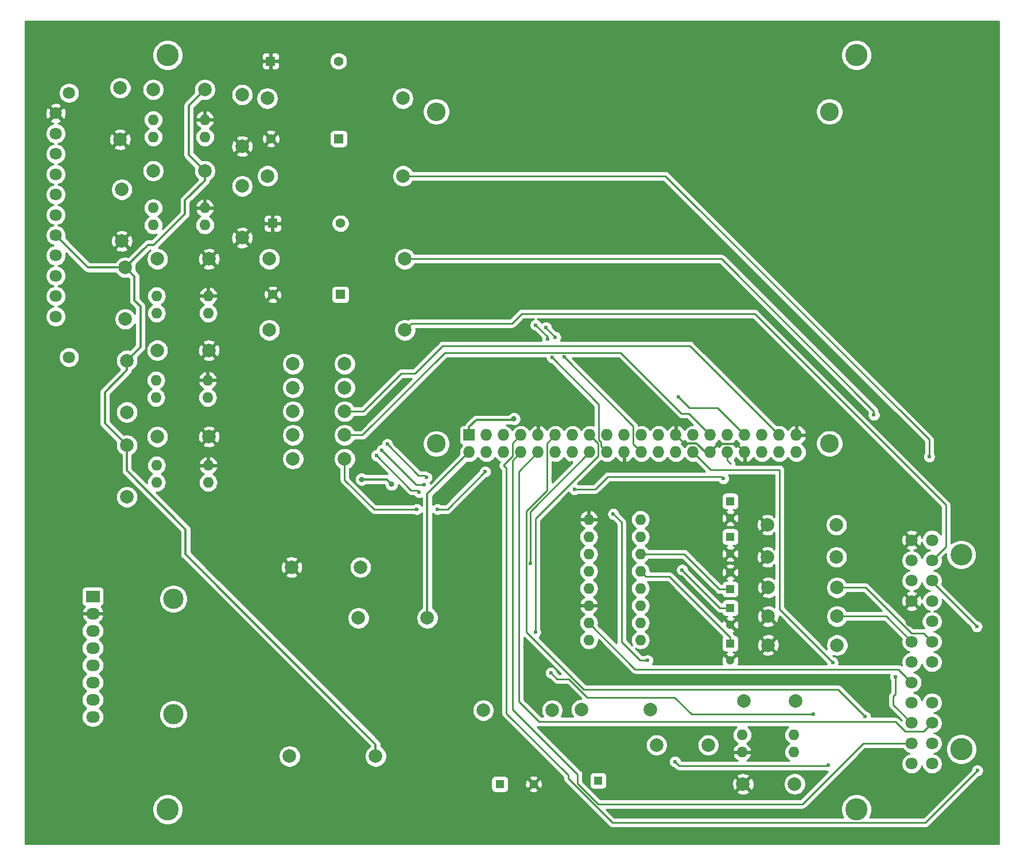
<source format=gbr>
G04 #@! TF.GenerationSoftware,KiCad,Pcbnew,5.1.0-060a0da~80~ubuntu16.04.1*
G04 #@! TF.CreationDate,2019-04-08T13:56:48+05:30*
G04 #@! TF.ProjectId,vcu-pi,7663752d-7069-42e6-9b69-6361645f7063,rev?*
G04 #@! TF.SameCoordinates,Original*
G04 #@! TF.FileFunction,Copper,L2,Bot*
G04 #@! TF.FilePolarity,Positive*
%FSLAX46Y46*%
G04 Gerber Fmt 4.6, Leading zero omitted, Abs format (unit mm)*
G04 Created by KiCad (PCBNEW 5.1.0-060a0da~80~ubuntu16.04.1) date 2019-04-08 13:56:48*
%MOMM*%
%LPD*%
G04 APERTURE LIST*
%ADD10C,3.000000*%
%ADD11C,2.000000*%
%ADD12C,2.750000*%
%ADD13C,1.800000*%
%ADD14C,3.200000*%
%ADD15C,3.300000*%
%ADD16C,3.276600*%
%ADD17R,1.300000X1.300000*%
%ADD18C,1.300000*%
%ADD19R,1.400000X1.400000*%
%ADD20C,1.400000*%
%ADD21R,2.032000X1.727200*%
%ADD22O,2.032000X1.727200*%
%ADD23R,1.727200X1.727200*%
%ADD24O,1.727200X1.727200*%
%ADD25C,1.998980*%
%ADD26O,1.600000X1.600000*%
%ADD27C,0.600000*%
%ADD28C,0.800000*%
%ADD29C,0.330000*%
%ADD30C,0.250000*%
%ADD31C,0.254000*%
G04 APERTURE END LIST*
D10*
X84360000Y-131210000D03*
X84360000Y-114165000D03*
D11*
X114200000Y-137400000D03*
X109120000Y-137400000D03*
X101500000Y-137400000D03*
X121820000Y-117000000D03*
X111660000Y-117000000D03*
X101500000Y-117000000D03*
D12*
X181150000Y-42250000D03*
X123150000Y-42250000D03*
X123150000Y-91270000D03*
X181150000Y-91250000D03*
D13*
X68960000Y-39500000D03*
X68960000Y-78500000D03*
X67000000Y-42500000D03*
X67000000Y-45500000D03*
X67000000Y-48500000D03*
X67000000Y-51500000D03*
X67000000Y-54500000D03*
X67000000Y-57500000D03*
X67000000Y-60500000D03*
X67000000Y-63500000D03*
X67000000Y-66500000D03*
X67000000Y-69500000D03*
X67000000Y-72500000D03*
X67000000Y-75500000D03*
D14*
X200570000Y-107650000D03*
D15*
X200570000Y-136350000D03*
D13*
X193250000Y-105500000D03*
X193250000Y-108500000D03*
X193250000Y-111500000D03*
X193250000Y-114500000D03*
X193250000Y-117500000D03*
X193250000Y-120500000D03*
X193250000Y-123500000D03*
X193250000Y-126500000D03*
X193250000Y-129500000D03*
X193250000Y-132500000D03*
X193250000Y-135500000D03*
X193250000Y-138500000D03*
X196250000Y-105500000D03*
X196250000Y-108500000D03*
X196250000Y-111500000D03*
X196250000Y-114500000D03*
X196250000Y-117500000D03*
X196250000Y-120500000D03*
X196250000Y-123500000D03*
X196250000Y-126500000D03*
X196250000Y-129500000D03*
X196250000Y-132500000D03*
X196250000Y-135500000D03*
X196250000Y-138500000D03*
D16*
X185125000Y-33920000D03*
X83515000Y-145230000D03*
X83515000Y-33920000D03*
X185125000Y-145230000D03*
D17*
X132500000Y-141500000D03*
D18*
X137500000Y-141500000D03*
D17*
X147000000Y-141000000D03*
D18*
X152000000Y-141000000D03*
D19*
X98700000Y-34800000D03*
D20*
X108700000Y-34800000D03*
D19*
X108750000Y-46250000D03*
D20*
X98750000Y-46250000D03*
D19*
X99000000Y-58750000D03*
D20*
X109000000Y-58750000D03*
D19*
X109000000Y-69250000D03*
D20*
X99000000Y-69250000D03*
D17*
X166500000Y-105000000D03*
D18*
X166500000Y-107500000D03*
D17*
X166500000Y-120750000D03*
D18*
X166500000Y-123250000D03*
D17*
X166500000Y-112750000D03*
D18*
X166500000Y-110250000D03*
D17*
X166500000Y-115500000D03*
D18*
X166500000Y-118000000D03*
D17*
X166500000Y-99750000D03*
D18*
X166500000Y-102250000D03*
D21*
X72475000Y-113825000D03*
D22*
X72475000Y-116365000D03*
X72475000Y-118905000D03*
X72475000Y-121445000D03*
X72475000Y-123985000D03*
X72475000Y-126525000D03*
X72475000Y-129065000D03*
X72475000Y-131605000D03*
D23*
X128000000Y-90000000D03*
D24*
X128000000Y-92540000D03*
X130540000Y-90000000D03*
X130540000Y-92540000D03*
X133080000Y-90000000D03*
X133080000Y-92540000D03*
X135620000Y-90000000D03*
X135620000Y-92540000D03*
X138160000Y-90000000D03*
X138160000Y-92540000D03*
X140700000Y-90000000D03*
X140700000Y-92540000D03*
X143240000Y-90000000D03*
X143240000Y-92540000D03*
X145780000Y-90000000D03*
X145780000Y-92540000D03*
X148320000Y-90000000D03*
X148320000Y-92540000D03*
X150860000Y-90000000D03*
X150860000Y-92540000D03*
X153400000Y-90000000D03*
X153400000Y-92540000D03*
X155940000Y-90000000D03*
X155940000Y-92540000D03*
X158480000Y-90000000D03*
X158480000Y-92540000D03*
X161020000Y-90000000D03*
X161020000Y-92540000D03*
X163560000Y-90000000D03*
X163560000Y-92540000D03*
X166100000Y-90000000D03*
X166100000Y-92540000D03*
X168640000Y-90000000D03*
X168640000Y-92540000D03*
X171180000Y-90000000D03*
X171180000Y-92540000D03*
X173720000Y-90000000D03*
X173720000Y-92540000D03*
X176260000Y-90000000D03*
X176260000Y-92540000D03*
D25*
X98200000Y-40300000D03*
X118200000Y-40300000D03*
X98250000Y-51750000D03*
X118250000Y-51750000D03*
X98500000Y-64000000D03*
X118500000Y-64000000D03*
X98500000Y-74500000D03*
X118500000Y-74500000D03*
X94500000Y-39750000D03*
X94500000Y-47370000D03*
X94500000Y-53250000D03*
X94500000Y-60870000D03*
X140230000Y-130620000D03*
X130070000Y-130620000D03*
X154700000Y-130530000D03*
X144540000Y-130530000D03*
X101800000Y-109500000D03*
X111960000Y-109500000D03*
X172000000Y-108000000D03*
X182160000Y-108000000D03*
X182250000Y-121000000D03*
X172090000Y-121000000D03*
X182250000Y-112500000D03*
X172090000Y-112500000D03*
X182250000Y-116750000D03*
X172090000Y-116750000D03*
X102000000Y-86500000D03*
X109620000Y-86500000D03*
X102000000Y-90000000D03*
X109620000Y-90000000D03*
X102000000Y-93500000D03*
X109620000Y-93500000D03*
X163250000Y-135750000D03*
X155630000Y-135750000D03*
X172000000Y-103250000D03*
X182160000Y-103250000D03*
X82000000Y-64000000D03*
X89620000Y-64000000D03*
X81990000Y-77490000D03*
X89610000Y-77490000D03*
X81990000Y-90240000D03*
X89610000Y-90240000D03*
X176000000Y-141500000D03*
X168380000Y-141500000D03*
X102000000Y-79500000D03*
X109620000Y-79500000D03*
X102000000Y-83000000D03*
X109620000Y-83000000D03*
X89000000Y-39000000D03*
X81380000Y-39000000D03*
X89000000Y-51000000D03*
X81380000Y-51000000D03*
X77500000Y-79000000D03*
X77500000Y-86620000D03*
X77250000Y-65250000D03*
X77250000Y-72870000D03*
X77500000Y-91500000D03*
X77500000Y-99120000D03*
X76750000Y-53750000D03*
X76750000Y-61370000D03*
X168500000Y-129250000D03*
X176120000Y-129250000D03*
X76500000Y-38750000D03*
X76500000Y-46370000D03*
D26*
X89500000Y-72000000D03*
X89500000Y-69460000D03*
X81880000Y-69460000D03*
X81880000Y-72000000D03*
X89410000Y-84450000D03*
X89410000Y-81910000D03*
X81790000Y-81910000D03*
X81790000Y-84450000D03*
X89500000Y-97000000D03*
X89500000Y-94460000D03*
X81880000Y-94460000D03*
X81880000Y-97000000D03*
X168250000Y-134250000D03*
X168250000Y-136790000D03*
X175870000Y-136790000D03*
X175870000Y-134250000D03*
X153250000Y-120250000D03*
X153250000Y-117710000D03*
X153250000Y-115170000D03*
X153250000Y-112630000D03*
X153250000Y-110090000D03*
X153250000Y-107550000D03*
X153250000Y-105010000D03*
X153250000Y-102470000D03*
X145630000Y-102470000D03*
X145630000Y-105010000D03*
X145630000Y-107550000D03*
X145630000Y-110090000D03*
X145630000Y-112630000D03*
X145630000Y-115170000D03*
X145630000Y-117710000D03*
X145630000Y-120250000D03*
X89000000Y-46000000D03*
X89000000Y-43460000D03*
X81380000Y-43460000D03*
X81380000Y-46000000D03*
X89000000Y-59000000D03*
X89000000Y-56460000D03*
X81380000Y-56460000D03*
X81380000Y-59000000D03*
D27*
X114900000Y-52350000D03*
D28*
X169000000Y-98300000D03*
X136325000Y-121250000D03*
X142700000Y-136150000D03*
X141900000Y-94600000D03*
X140500000Y-96400000D03*
X152500000Y-133790000D03*
D27*
X159400000Y-109900000D03*
D28*
X116550000Y-97250000D03*
X112125000Y-96525000D03*
X134600000Y-87600000D03*
D27*
X186400000Y-131550000D03*
X178800000Y-131200000D03*
X140050000Y-125100000D03*
X137750000Y-119100000D03*
X202950000Y-139500000D03*
X202850000Y-118250000D03*
X118250000Y-51750000D03*
X195840000Y-93180000D03*
X149250000Y-101650000D03*
X154300000Y-123250000D03*
X158350000Y-138200000D03*
X181000000Y-138750000D03*
X181600000Y-123550000D03*
X190850000Y-125700000D03*
X187690000Y-87030000D03*
X155630000Y-135750000D03*
X137050000Y-108950000D03*
X137800000Y-73750000D03*
X139550000Y-75800000D03*
X140200000Y-78550000D03*
X121700000Y-96250000D03*
X115900000Y-91350000D03*
X121350000Y-97300000D03*
X115100000Y-92250000D03*
X139300000Y-74100000D03*
X140700000Y-75550000D03*
X142000000Y-78475000D03*
X120600000Y-98450000D03*
X114300000Y-93000000D03*
X120250000Y-100950000D03*
X123300000Y-100950000D03*
X130350000Y-95400000D03*
X143500000Y-98000000D03*
X165500000Y-96400000D03*
X158850000Y-84400000D03*
D29*
X89000000Y-39000000D02*
X86600000Y-41400000D01*
X86600000Y-48600000D02*
X89000000Y-51000000D01*
X86600000Y-41400000D02*
X86600000Y-48600000D01*
X89000000Y-52413492D02*
X86050000Y-55363492D01*
X89000000Y-51000000D02*
X89000000Y-52413492D01*
X86050000Y-55363492D02*
X86050000Y-57350000D01*
X86050000Y-57350000D02*
X81500000Y-61900000D01*
X80600000Y-61900000D02*
X77250000Y-65250000D01*
X81500000Y-61900000D02*
X80600000Y-61900000D01*
X71750000Y-65250000D02*
X67000000Y-60500000D01*
X77250000Y-65250000D02*
X71750000Y-65250000D01*
X78614491Y-66614491D02*
X78614491Y-70114491D01*
X77250000Y-65250000D02*
X78614491Y-66614491D01*
X78614491Y-70114491D02*
X79500000Y-71000000D01*
X79500000Y-77000000D02*
X77500000Y-79000000D01*
X79500000Y-71000000D02*
X79500000Y-77000000D01*
X77500000Y-80413492D02*
X74250000Y-83663492D01*
X77500000Y-79000000D02*
X77500000Y-80413492D01*
X74250000Y-88250000D02*
X77500000Y-91500000D01*
X74250000Y-83663492D02*
X74250000Y-88250000D01*
X77500000Y-91500000D02*
X77500000Y-95250000D01*
X77500000Y-95250000D02*
X86150000Y-103900000D01*
X86150000Y-103900000D02*
X86150000Y-107600000D01*
X114200000Y-135650000D02*
X114200000Y-137400000D01*
X86150000Y-107600000D02*
X114200000Y-135650000D01*
X167776401Y-91676401D02*
X168640000Y-92540000D01*
X167411399Y-91311399D02*
X167776401Y-91676401D01*
X164788601Y-91311399D02*
X167411399Y-91311399D01*
X163560000Y-92540000D02*
X164788601Y-91311399D01*
X169000000Y-99750000D02*
X166500000Y-102250000D01*
X169000000Y-98300000D02*
X169000000Y-99750000D01*
X136724999Y-121649999D02*
X137649999Y-121649999D01*
X136325000Y-121250000D02*
X136724999Y-121649999D01*
X137649999Y-121649999D02*
X139550000Y-123550000D01*
X139550000Y-123550000D02*
X139600000Y-123500000D01*
X159343599Y-90863599D02*
X158480000Y-90000000D01*
X159708601Y-91228601D02*
X159343599Y-90863599D01*
X161526931Y-91228601D02*
X159708601Y-91228601D01*
X162838330Y-92540000D02*
X161526931Y-91228601D01*
X163560000Y-92540000D02*
X162838330Y-92540000D01*
X141500001Y-94999999D02*
X141500001Y-95599999D01*
X141900000Y-94600000D02*
X141500001Y-94999999D01*
X140700000Y-96400000D02*
X140500000Y-96400000D01*
X141500001Y-95599999D02*
X140700000Y-96400000D01*
X152000000Y-134290000D02*
X152500000Y-133790000D01*
X152000000Y-141000000D02*
X152000000Y-134290000D01*
X121820000Y-98720000D02*
X128000000Y-92540000D01*
X121820000Y-117000000D02*
X121820000Y-98720000D01*
D30*
X166500000Y-119850000D02*
X166500000Y-120750000D01*
X157539999Y-110889999D02*
X166500000Y-119850000D01*
X154049999Y-110889999D02*
X157539999Y-110889999D01*
X153250000Y-110090000D02*
X154049999Y-110889999D01*
X153250000Y-107550000D02*
X159700000Y-107550000D01*
X164900000Y-112750000D02*
X166500000Y-112750000D01*
X159700000Y-107550000D02*
X164900000Y-112750000D01*
X195350001Y-119600001D02*
X196250000Y-120500000D01*
X195024999Y-119274999D02*
X195350001Y-119600001D01*
X193211997Y-119274999D02*
X195024999Y-119274999D01*
X186436998Y-112500000D02*
X193211997Y-119274999D01*
X182250000Y-112500000D02*
X186436998Y-112500000D01*
X165000000Y-115500000D02*
X166500000Y-115500000D01*
X159400000Y-109900000D02*
X165000000Y-115500000D01*
X189500000Y-116750000D02*
X193250000Y-120500000D01*
X182250000Y-116750000D02*
X189500000Y-116750000D01*
D29*
X116550000Y-97250000D02*
X115825000Y-96525000D01*
X115825000Y-96525000D02*
X112125000Y-96525000D01*
X128000000Y-88806400D02*
X129050000Y-87756400D01*
X128000000Y-90000000D02*
X128000000Y-88806400D01*
X134443600Y-87756400D02*
X134600000Y-87600000D01*
X129050000Y-87756400D02*
X134443600Y-87756400D01*
D30*
X136424999Y-101258591D02*
X136424999Y-119074999D01*
X139511399Y-98172191D02*
X136424999Y-101258591D01*
X139511399Y-91188601D02*
X139511399Y-98172191D01*
X140700000Y-90000000D02*
X139511399Y-91188601D01*
X136424999Y-119074999D02*
X144900000Y-127550000D01*
X182400000Y-127550000D02*
X186400000Y-131550000D01*
X144900000Y-127550000D02*
X182400000Y-127550000D01*
X178800000Y-131200000D02*
X160800000Y-131200000D01*
X160800000Y-131200000D02*
X158300000Y-128700000D01*
X145413590Y-128700000D02*
X142713590Y-126000000D01*
X158300000Y-128700000D02*
X145413590Y-128700000D01*
X140950000Y-126000000D02*
X140050000Y-125100000D01*
X142713590Y-126000000D02*
X140950000Y-126000000D01*
X146643599Y-90863599D02*
X145780000Y-90000000D01*
X146968601Y-93110529D02*
X146968601Y-91188601D01*
X137750000Y-102329130D02*
X146968601Y-93110529D01*
X146968601Y-91188601D02*
X146643599Y-90863599D01*
X137750000Y-119100000D02*
X137750000Y-102329130D01*
X135350000Y-95350000D02*
X135350000Y-129350000D01*
X138160000Y-92540000D02*
X135350000Y-95350000D01*
X195350001Y-133399999D02*
X196250000Y-132500000D01*
X192275001Y-133725001D02*
X195024999Y-133725001D01*
X190874491Y-132324491D02*
X192275001Y-133725001D01*
X138324491Y-132324491D02*
X190874491Y-132324491D01*
X195024999Y-133725001D02*
X195350001Y-133399999D01*
X135350000Y-129350000D02*
X138324491Y-132324491D01*
X149106891Y-147193301D02*
X195306699Y-147193301D01*
X143600000Y-141686410D02*
X149106891Y-147193301D01*
X135620000Y-90000000D02*
X134431399Y-91188601D01*
X142600000Y-140686410D02*
X143600000Y-141686410D01*
X142600000Y-140200000D02*
X142600000Y-140686410D01*
X134431399Y-91188601D02*
X134431399Y-93092191D01*
X133475001Y-131075001D02*
X142600000Y-140200000D01*
X134431399Y-93092191D02*
X133050000Y-94473590D01*
X133475001Y-94898591D02*
X133475001Y-131075001D01*
X195306699Y-147193301D02*
X202800000Y-139700000D01*
X133050000Y-94473590D02*
X133475001Y-94898591D01*
X202800000Y-139650000D02*
X202950000Y-139500000D01*
X202800000Y-139700000D02*
X202800000Y-139650000D01*
X196250000Y-111650000D02*
X196250000Y-111500000D01*
X202850000Y-118250000D02*
X196250000Y-111650000D01*
X119499489Y-73500511D02*
X134309489Y-73500511D01*
X118500000Y-74500000D02*
X119499489Y-73500511D01*
X134309489Y-73500511D02*
X135720000Y-72090000D01*
X135720000Y-72090000D02*
X170100000Y-72090000D01*
X170100000Y-72090000D02*
X198320000Y-100310000D01*
X198320000Y-106430000D02*
X196250000Y-108500000D01*
X198320000Y-100310000D02*
X198320000Y-106430000D01*
X118250000Y-51750000D02*
X156920000Y-51750000D01*
X195840000Y-90670000D02*
X195840000Y-93180000D01*
X156920000Y-51750000D02*
X195840000Y-90670000D01*
X149250000Y-101650000D02*
X150450000Y-102850000D01*
X150450000Y-102850000D02*
X150450000Y-120500000D01*
X150450000Y-120500000D02*
X152700000Y-122750000D01*
X153200000Y-123250000D02*
X154300000Y-123250000D01*
X152700000Y-122750000D02*
X153200000Y-123250000D01*
X158350000Y-138200000D02*
X158950000Y-138800000D01*
X180950000Y-138800000D02*
X181000000Y-138750000D01*
X158950000Y-138800000D02*
X180950000Y-138800000D01*
X186100000Y-135500000D02*
X193250000Y-135500000D01*
X177150000Y-144450000D02*
X186100000Y-135500000D01*
X147000000Y-144450000D02*
X177150000Y-144450000D01*
X144000000Y-141450000D02*
X147000000Y-144450000D01*
X135620000Y-92540000D02*
X134431399Y-93728601D01*
X134431399Y-93728601D02*
X134431399Y-130481399D01*
X144000000Y-140050000D02*
X144000000Y-141450000D01*
X134431399Y-130481399D02*
X144000000Y-140050000D01*
X161020000Y-92540000D02*
X163580000Y-95100000D01*
X163580000Y-95100000D02*
X173750000Y-95100000D01*
X173750000Y-115700000D02*
X181600000Y-123550000D01*
X173750000Y-95100000D02*
X173750000Y-115700000D01*
X190850000Y-125700000D02*
X190850000Y-128250000D01*
X190850000Y-128250000D02*
X190550000Y-128550000D01*
X190550000Y-129800000D02*
X193250000Y-132500000D01*
X190550000Y-128550000D02*
X190550000Y-129800000D01*
X145630000Y-117710000D02*
X152470000Y-124550000D01*
X191300000Y-124550000D02*
X193250000Y-126500000D01*
X152470000Y-124550000D02*
X191300000Y-124550000D01*
X118500000Y-64000000D02*
X165200000Y-64000000D01*
X187690000Y-86490000D02*
X187690000Y-87030000D01*
X165200000Y-64000000D02*
X187690000Y-86490000D01*
X137050000Y-101270000D02*
X145780000Y-92540000D01*
X137050000Y-108950000D02*
X137050000Y-101270000D01*
X139550000Y-75500000D02*
X139550000Y-75800000D01*
X137800000Y-73750000D02*
X139550000Y-75500000D01*
X147456401Y-91039991D02*
X147456401Y-91676401D01*
X147131399Y-90714989D02*
X147456401Y-91039991D01*
X147456401Y-91676401D02*
X148320000Y-92540000D01*
X147131399Y-85481399D02*
X147131399Y-90714989D01*
X140200000Y-78550000D02*
X147131399Y-85481399D01*
X121400001Y-95950001D02*
X120500001Y-95950001D01*
X120500001Y-95950001D02*
X115900000Y-91350000D01*
X121700000Y-96250000D02*
X121400001Y-95950001D01*
X120150000Y-97300000D02*
X115100000Y-92250000D01*
X121350000Y-97300000D02*
X120150000Y-97300000D01*
X139300000Y-74150000D02*
X140700000Y-75550000D01*
X139300000Y-74100000D02*
X139300000Y-74150000D01*
X152536401Y-91676401D02*
X153400000Y-92540000D01*
X152211399Y-88686399D02*
X152211399Y-91351399D01*
X152211399Y-91351399D02*
X152536401Y-91676401D01*
X142000000Y-78475000D02*
X152211399Y-88686399D01*
X119450001Y-98150001D02*
X114300000Y-93000000D01*
X120300001Y-98150001D02*
X119450001Y-98150001D01*
X120600000Y-98450000D02*
X120300001Y-98150001D01*
X109620000Y-90000000D02*
X112250000Y-90000000D01*
X112250000Y-90000000D02*
X124400000Y-77850000D01*
X124400000Y-77850000D02*
X150350000Y-77850000D01*
X150350000Y-77850000D02*
X159300000Y-86800000D01*
X160360000Y-86800000D02*
X163560000Y-90000000D01*
X159300000Y-86800000D02*
X160360000Y-86800000D01*
X109620000Y-93500000D02*
X109620000Y-96620000D01*
X113950000Y-100950000D02*
X120250000Y-100950000D01*
X109620000Y-96620000D02*
X113950000Y-100950000D01*
X124800000Y-100950000D02*
X130350000Y-95400000D01*
X123300000Y-100950000D02*
X124800000Y-100950000D01*
X143500000Y-98000000D02*
X146550000Y-98000000D01*
X146550000Y-98000000D02*
X148450000Y-96100000D01*
X165200000Y-96100000D02*
X165500000Y-96400000D01*
X148450000Y-96100000D02*
X165200000Y-96100000D01*
X166100000Y-93761314D02*
X166538686Y-94200000D01*
X166100000Y-92540000D02*
X166100000Y-93761314D01*
X158850000Y-84400000D02*
X160450000Y-86000000D01*
X164640000Y-86000000D02*
X168640000Y-90000000D01*
X160450000Y-86000000D02*
X164640000Y-86000000D01*
X109620000Y-86500000D02*
X112350000Y-86500000D01*
X112350000Y-86500000D02*
X117950000Y-80900000D01*
X117950000Y-80900000D02*
X120000000Y-80900000D01*
X120000000Y-80900000D02*
X124100000Y-76800000D01*
X160520000Y-76800000D02*
X173720000Y-90000000D01*
X124100000Y-76800000D02*
X160520000Y-76800000D01*
D31*
G36*
X206090000Y-150290000D02*
G01*
X62510000Y-150290000D01*
X62510000Y-145006099D01*
X81241700Y-145006099D01*
X81241700Y-145453901D01*
X81329061Y-145893097D01*
X81500427Y-146306812D01*
X81749212Y-146679145D01*
X82065855Y-146995788D01*
X82438188Y-147244573D01*
X82851903Y-147415939D01*
X83291099Y-147503300D01*
X83738901Y-147503300D01*
X84178097Y-147415939D01*
X84591812Y-147244573D01*
X84964145Y-146995788D01*
X85280788Y-146679145D01*
X85529573Y-146306812D01*
X85700939Y-145893097D01*
X85788300Y-145453901D01*
X85788300Y-145006099D01*
X85700939Y-144566903D01*
X85529573Y-144153188D01*
X85280788Y-143780855D01*
X84964145Y-143464212D01*
X84591812Y-143215427D01*
X84178097Y-143044061D01*
X83738901Y-142956700D01*
X83291099Y-142956700D01*
X82851903Y-143044061D01*
X82438188Y-143215427D01*
X82065855Y-143464212D01*
X81749212Y-143780855D01*
X81500427Y-144153188D01*
X81329061Y-144566903D01*
X81241700Y-145006099D01*
X62510000Y-145006099D01*
X62510000Y-140850000D01*
X131211928Y-140850000D01*
X131211928Y-142150000D01*
X131224188Y-142274482D01*
X131260498Y-142394180D01*
X131319463Y-142504494D01*
X131398815Y-142601185D01*
X131495506Y-142680537D01*
X131605820Y-142739502D01*
X131725518Y-142775812D01*
X131850000Y-142788072D01*
X133150000Y-142788072D01*
X133274482Y-142775812D01*
X133394180Y-142739502D01*
X133504494Y-142680537D01*
X133601185Y-142601185D01*
X133680537Y-142504494D01*
X133739502Y-142394180D01*
X133742126Y-142385527D01*
X136794078Y-142385527D01*
X136847466Y-142614201D01*
X137077374Y-142720095D01*
X137323524Y-142779102D01*
X137576455Y-142788952D01*
X137826449Y-142749270D01*
X138063896Y-142661578D01*
X138152534Y-142614201D01*
X138205922Y-142385527D01*
X137500000Y-141679605D01*
X136794078Y-142385527D01*
X133742126Y-142385527D01*
X133775812Y-142274482D01*
X133788072Y-142150000D01*
X133788072Y-141576455D01*
X136211048Y-141576455D01*
X136250730Y-141826449D01*
X136338422Y-142063896D01*
X136385799Y-142152534D01*
X136614473Y-142205922D01*
X137320395Y-141500000D01*
X137679605Y-141500000D01*
X138385527Y-142205922D01*
X138614201Y-142152534D01*
X138720095Y-141922626D01*
X138779102Y-141676476D01*
X138788952Y-141423545D01*
X138749270Y-141173551D01*
X138661578Y-140936104D01*
X138614201Y-140847466D01*
X138385527Y-140794078D01*
X137679605Y-141500000D01*
X137320395Y-141500000D01*
X136614473Y-140794078D01*
X136385799Y-140847466D01*
X136279905Y-141077374D01*
X136220898Y-141323524D01*
X136211048Y-141576455D01*
X133788072Y-141576455D01*
X133788072Y-140850000D01*
X133775812Y-140725518D01*
X133742127Y-140614473D01*
X136794078Y-140614473D01*
X137500000Y-141320395D01*
X138205922Y-140614473D01*
X138152534Y-140385799D01*
X137922626Y-140279905D01*
X137676476Y-140220898D01*
X137423545Y-140211048D01*
X137173551Y-140250730D01*
X136936104Y-140338422D01*
X136847466Y-140385799D01*
X136794078Y-140614473D01*
X133742127Y-140614473D01*
X133739502Y-140605820D01*
X133680537Y-140495506D01*
X133601185Y-140398815D01*
X133504494Y-140319463D01*
X133394180Y-140260498D01*
X133274482Y-140224188D01*
X133150000Y-140211928D01*
X131850000Y-140211928D01*
X131725518Y-140224188D01*
X131605820Y-140260498D01*
X131495506Y-140319463D01*
X131398815Y-140398815D01*
X131319463Y-140495506D01*
X131260498Y-140605820D01*
X131224188Y-140725518D01*
X131211928Y-140850000D01*
X62510000Y-140850000D01*
X62510000Y-137238967D01*
X99865000Y-137238967D01*
X99865000Y-137561033D01*
X99927832Y-137876912D01*
X100051082Y-138174463D01*
X100230013Y-138442252D01*
X100457748Y-138669987D01*
X100725537Y-138848918D01*
X101023088Y-138972168D01*
X101338967Y-139035000D01*
X101661033Y-139035000D01*
X101976912Y-138972168D01*
X102274463Y-138848918D01*
X102542252Y-138669987D01*
X102769987Y-138442252D01*
X102948918Y-138174463D01*
X103072168Y-137876912D01*
X103135000Y-137561033D01*
X103135000Y-137238967D01*
X103072168Y-136923088D01*
X102948918Y-136625537D01*
X102769987Y-136357748D01*
X102542252Y-136130013D01*
X102274463Y-135951082D01*
X101976912Y-135827832D01*
X101661033Y-135765000D01*
X101338967Y-135765000D01*
X101023088Y-135827832D01*
X100725537Y-135951082D01*
X100457748Y-136130013D01*
X100230013Y-136357748D01*
X100051082Y-136625537D01*
X99927832Y-136923088D01*
X99865000Y-137238967D01*
X62510000Y-137238967D01*
X62510000Y-118905000D01*
X70816749Y-118905000D01*
X70845684Y-119198777D01*
X70931375Y-119481264D01*
X71070531Y-119741606D01*
X71257803Y-119969797D01*
X71485994Y-120157069D01*
X71519540Y-120175000D01*
X71485994Y-120192931D01*
X71257803Y-120380203D01*
X71070531Y-120608394D01*
X70931375Y-120868736D01*
X70845684Y-121151223D01*
X70816749Y-121445000D01*
X70845684Y-121738777D01*
X70931375Y-122021264D01*
X71070531Y-122281606D01*
X71257803Y-122509797D01*
X71485994Y-122697069D01*
X71519540Y-122715000D01*
X71485994Y-122732931D01*
X71257803Y-122920203D01*
X71070531Y-123148394D01*
X70931375Y-123408736D01*
X70845684Y-123691223D01*
X70816749Y-123985000D01*
X70845684Y-124278777D01*
X70931375Y-124561264D01*
X71070531Y-124821606D01*
X71257803Y-125049797D01*
X71485994Y-125237069D01*
X71519540Y-125255000D01*
X71485994Y-125272931D01*
X71257803Y-125460203D01*
X71070531Y-125688394D01*
X70931375Y-125948736D01*
X70845684Y-126231223D01*
X70816749Y-126525000D01*
X70845684Y-126818777D01*
X70931375Y-127101264D01*
X71070531Y-127361606D01*
X71257803Y-127589797D01*
X71485994Y-127777069D01*
X71519540Y-127795000D01*
X71485994Y-127812931D01*
X71257803Y-128000203D01*
X71070531Y-128228394D01*
X70931375Y-128488736D01*
X70845684Y-128771223D01*
X70816749Y-129065000D01*
X70845684Y-129358777D01*
X70931375Y-129641264D01*
X71070531Y-129901606D01*
X71257803Y-130129797D01*
X71485994Y-130317069D01*
X71519540Y-130335000D01*
X71485994Y-130352931D01*
X71257803Y-130540203D01*
X71070531Y-130768394D01*
X70931375Y-131028736D01*
X70845684Y-131311223D01*
X70816749Y-131605000D01*
X70845684Y-131898777D01*
X70931375Y-132181264D01*
X71070531Y-132441606D01*
X71257803Y-132669797D01*
X71485994Y-132857069D01*
X71746336Y-132996225D01*
X72028823Y-133081916D01*
X72248981Y-133103600D01*
X72701019Y-133103600D01*
X72921177Y-133081916D01*
X73203664Y-132996225D01*
X73464006Y-132857069D01*
X73692197Y-132669797D01*
X73879469Y-132441606D01*
X74018625Y-132181264D01*
X74104316Y-131898777D01*
X74133251Y-131605000D01*
X74104316Y-131311223D01*
X74018625Y-131028736D01*
X74003117Y-130999721D01*
X82225000Y-130999721D01*
X82225000Y-131420279D01*
X82307047Y-131832756D01*
X82467988Y-132221302D01*
X82701637Y-132570983D01*
X82999017Y-132868363D01*
X83348698Y-133102012D01*
X83737244Y-133262953D01*
X84149721Y-133345000D01*
X84570279Y-133345000D01*
X84982756Y-133262953D01*
X85371302Y-133102012D01*
X85720983Y-132868363D01*
X86018363Y-132570983D01*
X86252012Y-132221302D01*
X86412953Y-131832756D01*
X86495000Y-131420279D01*
X86495000Y-130999721D01*
X86412953Y-130587244D01*
X86252012Y-130198698D01*
X86018363Y-129849017D01*
X85720983Y-129551637D01*
X85371302Y-129317988D01*
X84982756Y-129157047D01*
X84570279Y-129075000D01*
X84149721Y-129075000D01*
X83737244Y-129157047D01*
X83348698Y-129317988D01*
X82999017Y-129551637D01*
X82701637Y-129849017D01*
X82467988Y-130198698D01*
X82307047Y-130587244D01*
X82225000Y-130999721D01*
X74003117Y-130999721D01*
X73879469Y-130768394D01*
X73692197Y-130540203D01*
X73464006Y-130352931D01*
X73430460Y-130335000D01*
X73464006Y-130317069D01*
X73692197Y-130129797D01*
X73879469Y-129901606D01*
X74018625Y-129641264D01*
X74104316Y-129358777D01*
X74133251Y-129065000D01*
X74104316Y-128771223D01*
X74018625Y-128488736D01*
X73879469Y-128228394D01*
X73692197Y-128000203D01*
X73464006Y-127812931D01*
X73430460Y-127795000D01*
X73464006Y-127777069D01*
X73692197Y-127589797D01*
X73879469Y-127361606D01*
X74018625Y-127101264D01*
X74104316Y-126818777D01*
X74133251Y-126525000D01*
X74104316Y-126231223D01*
X74018625Y-125948736D01*
X73879469Y-125688394D01*
X73692197Y-125460203D01*
X73464006Y-125272931D01*
X73430460Y-125255000D01*
X73464006Y-125237069D01*
X73692197Y-125049797D01*
X73879469Y-124821606D01*
X74018625Y-124561264D01*
X74104316Y-124278777D01*
X74133251Y-123985000D01*
X74104316Y-123691223D01*
X74018625Y-123408736D01*
X73879469Y-123148394D01*
X73692197Y-122920203D01*
X73464006Y-122732931D01*
X73430460Y-122715000D01*
X73464006Y-122697069D01*
X73692197Y-122509797D01*
X73879469Y-122281606D01*
X74018625Y-122021264D01*
X74104316Y-121738777D01*
X74133251Y-121445000D01*
X74104316Y-121151223D01*
X74018625Y-120868736D01*
X73879469Y-120608394D01*
X73692197Y-120380203D01*
X73464006Y-120192931D01*
X73430460Y-120175000D01*
X73464006Y-120157069D01*
X73692197Y-119969797D01*
X73879469Y-119741606D01*
X74018625Y-119481264D01*
X74104316Y-119198777D01*
X74133251Y-118905000D01*
X74104316Y-118611223D01*
X74018625Y-118328736D01*
X73879469Y-118068394D01*
X73692197Y-117840203D01*
X73464006Y-117652931D01*
X73424053Y-117631576D01*
X73626729Y-117483486D01*
X73825733Y-117267035D01*
X73978686Y-117015919D01*
X74079709Y-116739789D01*
X74082358Y-116724026D01*
X73961217Y-116492000D01*
X72602000Y-116492000D01*
X72602000Y-116512000D01*
X72348000Y-116512000D01*
X72348000Y-116492000D01*
X70988783Y-116492000D01*
X70867642Y-116724026D01*
X70870291Y-116739789D01*
X70971314Y-117015919D01*
X71124267Y-117267035D01*
X71323271Y-117483486D01*
X71525947Y-117631576D01*
X71485994Y-117652931D01*
X71257803Y-117840203D01*
X71070531Y-118068394D01*
X70931375Y-118328736D01*
X70845684Y-118611223D01*
X70816749Y-118905000D01*
X62510000Y-118905000D01*
X62510000Y-112961400D01*
X70820928Y-112961400D01*
X70820928Y-114688600D01*
X70833188Y-114813082D01*
X70869498Y-114932780D01*
X70928463Y-115043094D01*
X71007815Y-115139785D01*
X71104506Y-115219137D01*
X71214820Y-115278102D01*
X71276912Y-115296937D01*
X71124267Y-115462965D01*
X70971314Y-115714081D01*
X70870291Y-115990211D01*
X70867642Y-116005974D01*
X70988783Y-116238000D01*
X72348000Y-116238000D01*
X72348000Y-116218000D01*
X72602000Y-116218000D01*
X72602000Y-116238000D01*
X73961217Y-116238000D01*
X74082358Y-116005974D01*
X74079709Y-115990211D01*
X73978686Y-115714081D01*
X73825733Y-115462965D01*
X73673088Y-115296937D01*
X73735180Y-115278102D01*
X73845494Y-115219137D01*
X73942185Y-115139785D01*
X74021537Y-115043094D01*
X74080502Y-114932780D01*
X74116812Y-114813082D01*
X74129072Y-114688600D01*
X74129072Y-113954721D01*
X82225000Y-113954721D01*
X82225000Y-114375279D01*
X82307047Y-114787756D01*
X82467988Y-115176302D01*
X82701637Y-115525983D01*
X82999017Y-115823363D01*
X83348698Y-116057012D01*
X83737244Y-116217953D01*
X84149721Y-116300000D01*
X84570279Y-116300000D01*
X84982756Y-116217953D01*
X85371302Y-116057012D01*
X85720983Y-115823363D01*
X86018363Y-115525983D01*
X86252012Y-115176302D01*
X86412953Y-114787756D01*
X86495000Y-114375279D01*
X86495000Y-113954721D01*
X86412953Y-113542244D01*
X86252012Y-113153698D01*
X86018363Y-112804017D01*
X85720983Y-112506637D01*
X85371302Y-112272988D01*
X84982756Y-112112047D01*
X84570279Y-112030000D01*
X84149721Y-112030000D01*
X83737244Y-112112047D01*
X83348698Y-112272988D01*
X82999017Y-112506637D01*
X82701637Y-112804017D01*
X82467988Y-113153698D01*
X82307047Y-113542244D01*
X82225000Y-113954721D01*
X74129072Y-113954721D01*
X74129072Y-112961400D01*
X74116812Y-112836918D01*
X74080502Y-112717220D01*
X74021537Y-112606906D01*
X73942185Y-112510215D01*
X73845494Y-112430863D01*
X73735180Y-112371898D01*
X73615482Y-112335588D01*
X73491000Y-112323328D01*
X71459000Y-112323328D01*
X71334518Y-112335588D01*
X71214820Y-112371898D01*
X71104506Y-112430863D01*
X71007815Y-112510215D01*
X70928463Y-112606906D01*
X70869498Y-112717220D01*
X70833188Y-112836918D01*
X70820928Y-112961400D01*
X62510000Y-112961400D01*
X62510000Y-98959017D01*
X75865510Y-98959017D01*
X75865510Y-99280983D01*
X75928322Y-99596763D01*
X76051533Y-99894222D01*
X76230408Y-100161927D01*
X76458073Y-100389592D01*
X76725778Y-100568467D01*
X77023237Y-100691678D01*
X77339017Y-100754490D01*
X77660983Y-100754490D01*
X77976763Y-100691678D01*
X78274222Y-100568467D01*
X78541927Y-100389592D01*
X78769592Y-100161927D01*
X78948467Y-99894222D01*
X79071678Y-99596763D01*
X79134490Y-99280983D01*
X79134490Y-98959017D01*
X79071678Y-98643237D01*
X78948467Y-98345778D01*
X78769592Y-98078073D01*
X78541927Y-97850408D01*
X78274222Y-97671533D01*
X77976763Y-97548322D01*
X77660983Y-97485510D01*
X77339017Y-97485510D01*
X77023237Y-97548322D01*
X76725778Y-97671533D01*
X76458073Y-97850408D01*
X76230408Y-98078073D01*
X76051533Y-98345778D01*
X75928322Y-98643237D01*
X75865510Y-98959017D01*
X62510000Y-98959017D01*
X62510000Y-78348816D01*
X67425000Y-78348816D01*
X67425000Y-78651184D01*
X67483989Y-78947743D01*
X67599701Y-79227095D01*
X67767688Y-79478505D01*
X67981495Y-79692312D01*
X68232905Y-79860299D01*
X68512257Y-79976011D01*
X68808816Y-80035000D01*
X69111184Y-80035000D01*
X69407743Y-79976011D01*
X69687095Y-79860299D01*
X69938505Y-79692312D01*
X70152312Y-79478505D01*
X70320299Y-79227095D01*
X70436011Y-78947743D01*
X70495000Y-78651184D01*
X70495000Y-78348816D01*
X70436011Y-78052257D01*
X70320299Y-77772905D01*
X70152312Y-77521495D01*
X69938505Y-77307688D01*
X69687095Y-77139701D01*
X69407743Y-77023989D01*
X69111184Y-76965000D01*
X68808816Y-76965000D01*
X68512257Y-77023989D01*
X68232905Y-77139701D01*
X67981495Y-77307688D01*
X67767688Y-77521495D01*
X67599701Y-77772905D01*
X67483989Y-78052257D01*
X67425000Y-78348816D01*
X62510000Y-78348816D01*
X62510000Y-45348816D01*
X65465000Y-45348816D01*
X65465000Y-45651184D01*
X65523989Y-45947743D01*
X65639701Y-46227095D01*
X65807688Y-46478505D01*
X66021495Y-46692312D01*
X66272905Y-46860299D01*
X66552257Y-46976011D01*
X66672858Y-47000000D01*
X66552257Y-47023989D01*
X66272905Y-47139701D01*
X66021495Y-47307688D01*
X65807688Y-47521495D01*
X65639701Y-47772905D01*
X65523989Y-48052257D01*
X65465000Y-48348816D01*
X65465000Y-48651184D01*
X65523989Y-48947743D01*
X65639701Y-49227095D01*
X65807688Y-49478505D01*
X66021495Y-49692312D01*
X66272905Y-49860299D01*
X66552257Y-49976011D01*
X66672858Y-50000000D01*
X66552257Y-50023989D01*
X66272905Y-50139701D01*
X66021495Y-50307688D01*
X65807688Y-50521495D01*
X65639701Y-50772905D01*
X65523989Y-51052257D01*
X65465000Y-51348816D01*
X65465000Y-51651184D01*
X65523989Y-51947743D01*
X65639701Y-52227095D01*
X65807688Y-52478505D01*
X66021495Y-52692312D01*
X66272905Y-52860299D01*
X66552257Y-52976011D01*
X66672858Y-53000000D01*
X66552257Y-53023989D01*
X66272905Y-53139701D01*
X66021495Y-53307688D01*
X65807688Y-53521495D01*
X65639701Y-53772905D01*
X65523989Y-54052257D01*
X65465000Y-54348816D01*
X65465000Y-54651184D01*
X65523989Y-54947743D01*
X65639701Y-55227095D01*
X65807688Y-55478505D01*
X66021495Y-55692312D01*
X66272905Y-55860299D01*
X66552257Y-55976011D01*
X66672858Y-56000000D01*
X66552257Y-56023989D01*
X66272905Y-56139701D01*
X66021495Y-56307688D01*
X65807688Y-56521495D01*
X65639701Y-56772905D01*
X65523989Y-57052257D01*
X65465000Y-57348816D01*
X65465000Y-57651184D01*
X65523989Y-57947743D01*
X65639701Y-58227095D01*
X65807688Y-58478505D01*
X66021495Y-58692312D01*
X66272905Y-58860299D01*
X66552257Y-58976011D01*
X66672858Y-59000000D01*
X66552257Y-59023989D01*
X66272905Y-59139701D01*
X66021495Y-59307688D01*
X65807688Y-59521495D01*
X65639701Y-59772905D01*
X65523989Y-60052257D01*
X65465000Y-60348816D01*
X65465000Y-60651184D01*
X65523989Y-60947743D01*
X65639701Y-61227095D01*
X65807688Y-61478505D01*
X66021495Y-61692312D01*
X66272905Y-61860299D01*
X66552257Y-61976011D01*
X66672858Y-62000000D01*
X66552257Y-62023989D01*
X66272905Y-62139701D01*
X66021495Y-62307688D01*
X65807688Y-62521495D01*
X65639701Y-62772905D01*
X65523989Y-63052257D01*
X65465000Y-63348816D01*
X65465000Y-63651184D01*
X65523989Y-63947743D01*
X65639701Y-64227095D01*
X65807688Y-64478505D01*
X66021495Y-64692312D01*
X66272905Y-64860299D01*
X66552257Y-64976011D01*
X66672858Y-65000000D01*
X66552257Y-65023989D01*
X66272905Y-65139701D01*
X66021495Y-65307688D01*
X65807688Y-65521495D01*
X65639701Y-65772905D01*
X65523989Y-66052257D01*
X65465000Y-66348816D01*
X65465000Y-66651184D01*
X65523989Y-66947743D01*
X65639701Y-67227095D01*
X65807688Y-67478505D01*
X66021495Y-67692312D01*
X66272905Y-67860299D01*
X66552257Y-67976011D01*
X66672858Y-68000000D01*
X66552257Y-68023989D01*
X66272905Y-68139701D01*
X66021495Y-68307688D01*
X65807688Y-68521495D01*
X65639701Y-68772905D01*
X65523989Y-69052257D01*
X65465000Y-69348816D01*
X65465000Y-69651184D01*
X65523989Y-69947743D01*
X65639701Y-70227095D01*
X65807688Y-70478505D01*
X66021495Y-70692312D01*
X66272905Y-70860299D01*
X66552257Y-70976011D01*
X66672858Y-71000000D01*
X66552257Y-71023989D01*
X66272905Y-71139701D01*
X66021495Y-71307688D01*
X65807688Y-71521495D01*
X65639701Y-71772905D01*
X65523989Y-72052257D01*
X65465000Y-72348816D01*
X65465000Y-72651184D01*
X65523989Y-72947743D01*
X65639701Y-73227095D01*
X65807688Y-73478505D01*
X66021495Y-73692312D01*
X66272905Y-73860299D01*
X66552257Y-73976011D01*
X66848816Y-74035000D01*
X67151184Y-74035000D01*
X67447743Y-73976011D01*
X67727095Y-73860299D01*
X67978505Y-73692312D01*
X68192312Y-73478505D01*
X68360299Y-73227095D01*
X68476011Y-72947743D01*
X68535000Y-72651184D01*
X68535000Y-72348816D01*
X68476011Y-72052257D01*
X68360299Y-71772905D01*
X68192312Y-71521495D01*
X67978505Y-71307688D01*
X67727095Y-71139701D01*
X67447743Y-71023989D01*
X67327142Y-71000000D01*
X67447743Y-70976011D01*
X67727095Y-70860299D01*
X67978505Y-70692312D01*
X68192312Y-70478505D01*
X68360299Y-70227095D01*
X68476011Y-69947743D01*
X68535000Y-69651184D01*
X68535000Y-69348816D01*
X68476011Y-69052257D01*
X68360299Y-68772905D01*
X68192312Y-68521495D01*
X67978505Y-68307688D01*
X67727095Y-68139701D01*
X67447743Y-68023989D01*
X67327142Y-68000000D01*
X67447743Y-67976011D01*
X67727095Y-67860299D01*
X67978505Y-67692312D01*
X68192312Y-67478505D01*
X68360299Y-67227095D01*
X68476011Y-66947743D01*
X68535000Y-66651184D01*
X68535000Y-66348816D01*
X68476011Y-66052257D01*
X68360299Y-65772905D01*
X68192312Y-65521495D01*
X67978505Y-65307688D01*
X67727095Y-65139701D01*
X67447743Y-65023989D01*
X67327142Y-65000000D01*
X67447743Y-64976011D01*
X67727095Y-64860299D01*
X67978505Y-64692312D01*
X68192312Y-64478505D01*
X68360299Y-64227095D01*
X68476011Y-63947743D01*
X68535000Y-63651184D01*
X68535000Y-63348816D01*
X68489698Y-63121069D01*
X71156530Y-65787901D01*
X71181578Y-65818422D01*
X71212098Y-65843469D01*
X71303393Y-65918393D01*
X71351803Y-65944269D01*
X71442372Y-65992679D01*
X71593173Y-66038424D01*
X71710707Y-66050000D01*
X71710716Y-66050000D01*
X71749999Y-66053869D01*
X71789282Y-66050000D01*
X75818757Y-66050000D01*
X75980408Y-66291927D01*
X76208073Y-66519592D01*
X76475778Y-66698467D01*
X76773237Y-66821678D01*
X77089017Y-66884490D01*
X77410983Y-66884490D01*
X77696356Y-66827726D01*
X77814491Y-66945861D01*
X77814492Y-70075191D01*
X77810621Y-70114491D01*
X77826068Y-70271318D01*
X77871812Y-70422118D01*
X77946098Y-70561097D01*
X78021022Y-70652392D01*
X78046070Y-70682913D01*
X78076590Y-70707960D01*
X78700000Y-71331370D01*
X78700000Y-72099479D01*
X78698467Y-72095778D01*
X78519592Y-71828073D01*
X78291927Y-71600408D01*
X78024222Y-71421533D01*
X77726763Y-71298322D01*
X77410983Y-71235510D01*
X77089017Y-71235510D01*
X76773237Y-71298322D01*
X76475778Y-71421533D01*
X76208073Y-71600408D01*
X75980408Y-71828073D01*
X75801533Y-72095778D01*
X75678322Y-72393237D01*
X75615510Y-72709017D01*
X75615510Y-73030983D01*
X75678322Y-73346763D01*
X75801533Y-73644222D01*
X75980408Y-73911927D01*
X76208073Y-74139592D01*
X76475778Y-74318467D01*
X76773237Y-74441678D01*
X77089017Y-74504490D01*
X77410983Y-74504490D01*
X77726763Y-74441678D01*
X78024222Y-74318467D01*
X78291927Y-74139592D01*
X78519592Y-73911927D01*
X78698467Y-73644222D01*
X78700000Y-73640520D01*
X78700001Y-76668628D01*
X77946356Y-77422274D01*
X77660983Y-77365510D01*
X77339017Y-77365510D01*
X77023237Y-77428322D01*
X76725778Y-77551533D01*
X76458073Y-77730408D01*
X76230408Y-77958073D01*
X76051533Y-78225778D01*
X75928322Y-78523237D01*
X75865510Y-78839017D01*
X75865510Y-79160983D01*
X75928322Y-79476763D01*
X76051533Y-79774222D01*
X76230408Y-80041927D01*
X76458073Y-80269592D01*
X76490717Y-80291404D01*
X73712103Y-83070019D01*
X73681578Y-83095070D01*
X73627485Y-83160983D01*
X73581607Y-83216886D01*
X73507322Y-83355864D01*
X73507321Y-83355865D01*
X73461576Y-83506666D01*
X73455199Y-83571414D01*
X73446130Y-83663492D01*
X73450000Y-83702783D01*
X73450001Y-88210700D01*
X73446130Y-88250000D01*
X73461577Y-88406827D01*
X73507321Y-88557627D01*
X73581607Y-88696606D01*
X73639466Y-88767107D01*
X73681579Y-88818422D01*
X73712098Y-88843468D01*
X75922274Y-91053644D01*
X75865510Y-91339017D01*
X75865510Y-91660983D01*
X75928322Y-91976763D01*
X76051533Y-92274222D01*
X76230408Y-92541927D01*
X76458073Y-92769592D01*
X76700000Y-92931243D01*
X76700001Y-95210700D01*
X76696130Y-95250000D01*
X76711577Y-95406827D01*
X76757321Y-95557627D01*
X76831607Y-95696606D01*
X76901952Y-95782321D01*
X76931579Y-95818422D01*
X76962098Y-95843468D01*
X85350000Y-104231371D01*
X85350001Y-107560700D01*
X85346130Y-107600000D01*
X85361577Y-107756827D01*
X85407321Y-107907627D01*
X85481607Y-108046606D01*
X85556531Y-108137901D01*
X85581579Y-108168422D01*
X85612099Y-108193469D01*
X113392072Y-135973443D01*
X113157748Y-136130013D01*
X112930013Y-136357748D01*
X112751082Y-136625537D01*
X112627832Y-136923088D01*
X112565000Y-137238967D01*
X112565000Y-137561033D01*
X112627832Y-137876912D01*
X112751082Y-138174463D01*
X112930013Y-138442252D01*
X113157748Y-138669987D01*
X113425537Y-138848918D01*
X113723088Y-138972168D01*
X114038967Y-139035000D01*
X114361033Y-139035000D01*
X114676912Y-138972168D01*
X114974463Y-138848918D01*
X115242252Y-138669987D01*
X115469987Y-138442252D01*
X115648918Y-138174463D01*
X115772168Y-137876912D01*
X115835000Y-137561033D01*
X115835000Y-137238967D01*
X115772168Y-136923088D01*
X115648918Y-136625537D01*
X115469987Y-136357748D01*
X115242252Y-136130013D01*
X115000000Y-135968145D01*
X115000000Y-135689282D01*
X115003869Y-135649999D01*
X115000000Y-135610716D01*
X115000000Y-135610707D01*
X114988424Y-135493173D01*
X114942679Y-135342372D01*
X114894269Y-135251803D01*
X114868393Y-135203393D01*
X114793469Y-135112098D01*
X114768422Y-135081578D01*
X114737904Y-135056533D01*
X110140388Y-130459017D01*
X128435510Y-130459017D01*
X128435510Y-130780983D01*
X128498322Y-131096763D01*
X128621533Y-131394222D01*
X128800408Y-131661927D01*
X129028073Y-131889592D01*
X129295778Y-132068467D01*
X129593237Y-132191678D01*
X129909017Y-132254490D01*
X130230983Y-132254490D01*
X130546763Y-132191678D01*
X130844222Y-132068467D01*
X131111927Y-131889592D01*
X131339592Y-131661927D01*
X131518467Y-131394222D01*
X131641678Y-131096763D01*
X131704490Y-130780983D01*
X131704490Y-130459017D01*
X131641678Y-130143237D01*
X131518467Y-129845778D01*
X131339592Y-129578073D01*
X131111927Y-129350408D01*
X130844222Y-129171533D01*
X130546763Y-129048322D01*
X130230983Y-128985510D01*
X129909017Y-128985510D01*
X129593237Y-129048322D01*
X129295778Y-129171533D01*
X129028073Y-129350408D01*
X128800408Y-129578073D01*
X128621533Y-129845778D01*
X128498322Y-130143237D01*
X128435510Y-130459017D01*
X110140388Y-130459017D01*
X96520338Y-116838967D01*
X110025000Y-116838967D01*
X110025000Y-117161033D01*
X110087832Y-117476912D01*
X110211082Y-117774463D01*
X110390013Y-118042252D01*
X110617748Y-118269987D01*
X110885537Y-118448918D01*
X111183088Y-118572168D01*
X111498967Y-118635000D01*
X111821033Y-118635000D01*
X112136912Y-118572168D01*
X112434463Y-118448918D01*
X112702252Y-118269987D01*
X112929987Y-118042252D01*
X113108918Y-117774463D01*
X113232168Y-117476912D01*
X113295000Y-117161033D01*
X113295000Y-116838967D01*
X113232168Y-116523088D01*
X113108918Y-116225537D01*
X112929987Y-115957748D01*
X112702252Y-115730013D01*
X112434463Y-115551082D01*
X112136912Y-115427832D01*
X111821033Y-115365000D01*
X111498967Y-115365000D01*
X111183088Y-115427832D01*
X110885537Y-115551082D01*
X110617748Y-115730013D01*
X110390013Y-115957748D01*
X110211082Y-116225537D01*
X110087832Y-116523088D01*
X110025000Y-116838967D01*
X96520338Y-116838967D01*
X90316421Y-110635050D01*
X100844555Y-110635050D01*
X100940258Y-110899399D01*
X101229787Y-111040238D01*
X101541229Y-111121885D01*
X101862615Y-111141205D01*
X102181595Y-111097454D01*
X102485911Y-110992314D01*
X102659742Y-110899399D01*
X102755445Y-110635050D01*
X101800000Y-109679605D01*
X100844555Y-110635050D01*
X90316421Y-110635050D01*
X89243986Y-109562615D01*
X100158795Y-109562615D01*
X100202546Y-109881595D01*
X100307686Y-110185911D01*
X100400601Y-110359742D01*
X100664950Y-110455445D01*
X101620395Y-109500000D01*
X101979605Y-109500000D01*
X102935050Y-110455445D01*
X103199399Y-110359742D01*
X103340238Y-110070213D01*
X103421885Y-109758771D01*
X103441205Y-109437385D01*
X103427713Y-109339017D01*
X110325510Y-109339017D01*
X110325510Y-109660983D01*
X110388322Y-109976763D01*
X110511533Y-110274222D01*
X110690408Y-110541927D01*
X110918073Y-110769592D01*
X111185778Y-110948467D01*
X111483237Y-111071678D01*
X111799017Y-111134490D01*
X112120983Y-111134490D01*
X112436763Y-111071678D01*
X112734222Y-110948467D01*
X113001927Y-110769592D01*
X113229592Y-110541927D01*
X113408467Y-110274222D01*
X113531678Y-109976763D01*
X113594490Y-109660983D01*
X113594490Y-109339017D01*
X113531678Y-109023237D01*
X113408467Y-108725778D01*
X113229592Y-108458073D01*
X113001927Y-108230408D01*
X112734222Y-108051533D01*
X112436763Y-107928322D01*
X112120983Y-107865510D01*
X111799017Y-107865510D01*
X111483237Y-107928322D01*
X111185778Y-108051533D01*
X110918073Y-108230408D01*
X110690408Y-108458073D01*
X110511533Y-108725778D01*
X110388322Y-109023237D01*
X110325510Y-109339017D01*
X103427713Y-109339017D01*
X103397454Y-109118405D01*
X103292314Y-108814089D01*
X103199399Y-108640258D01*
X102935050Y-108544555D01*
X101979605Y-109500000D01*
X101620395Y-109500000D01*
X100664950Y-108544555D01*
X100400601Y-108640258D01*
X100259762Y-108929787D01*
X100178115Y-109241229D01*
X100158795Y-109562615D01*
X89243986Y-109562615D01*
X88046321Y-108364950D01*
X100844555Y-108364950D01*
X101800000Y-109320395D01*
X102755445Y-108364950D01*
X102659742Y-108100601D01*
X102370213Y-107959762D01*
X102058771Y-107878115D01*
X101737385Y-107858795D01*
X101418405Y-107902546D01*
X101114089Y-108007686D01*
X100940258Y-108100601D01*
X100844555Y-108364950D01*
X88046321Y-108364950D01*
X86950000Y-107268630D01*
X86950000Y-103939282D01*
X86953869Y-103899999D01*
X86950000Y-103860716D01*
X86950000Y-103860707D01*
X86938424Y-103743173D01*
X86892679Y-103592372D01*
X86837750Y-103489608D01*
X86818393Y-103453393D01*
X86743469Y-103362098D01*
X86718422Y-103331578D01*
X86687904Y-103306533D01*
X81816370Y-98435000D01*
X81950492Y-98435000D01*
X82161309Y-98414236D01*
X82431808Y-98332182D01*
X82681101Y-98198932D01*
X82899608Y-98019608D01*
X83078932Y-97801101D01*
X83212182Y-97551808D01*
X83294236Y-97281309D01*
X83321943Y-97000000D01*
X88058057Y-97000000D01*
X88085764Y-97281309D01*
X88167818Y-97551808D01*
X88301068Y-97801101D01*
X88480392Y-98019608D01*
X88698899Y-98198932D01*
X88948192Y-98332182D01*
X89218691Y-98414236D01*
X89429508Y-98435000D01*
X89570492Y-98435000D01*
X89781309Y-98414236D01*
X90051808Y-98332182D01*
X90301101Y-98198932D01*
X90519608Y-98019608D01*
X90698932Y-97801101D01*
X90832182Y-97551808D01*
X90914236Y-97281309D01*
X90941943Y-97000000D01*
X90914236Y-96718691D01*
X90832182Y-96448192D01*
X90698932Y-96198899D01*
X90519608Y-95980392D01*
X90301101Y-95801068D01*
X90163318Y-95727421D01*
X90355131Y-95612385D01*
X90563519Y-95423414D01*
X90731037Y-95197420D01*
X90851246Y-94943087D01*
X90891904Y-94809039D01*
X90769915Y-94587000D01*
X89627000Y-94587000D01*
X89627000Y-94607000D01*
X89373000Y-94607000D01*
X89373000Y-94587000D01*
X88230085Y-94587000D01*
X88108096Y-94809039D01*
X88148754Y-94943087D01*
X88268963Y-95197420D01*
X88436481Y-95423414D01*
X88644869Y-95612385D01*
X88836682Y-95727421D01*
X88698899Y-95801068D01*
X88480392Y-95980392D01*
X88301068Y-96198899D01*
X88167818Y-96448192D01*
X88085764Y-96718691D01*
X88058057Y-97000000D01*
X83321943Y-97000000D01*
X83294236Y-96718691D01*
X83212182Y-96448192D01*
X83078932Y-96198899D01*
X82899608Y-95980392D01*
X82681101Y-95801068D01*
X82548142Y-95730000D01*
X82681101Y-95658932D01*
X82899608Y-95479608D01*
X83078932Y-95261101D01*
X83212182Y-95011808D01*
X83294236Y-94741309D01*
X83321943Y-94460000D01*
X83294236Y-94178691D01*
X83273691Y-94110961D01*
X88108096Y-94110961D01*
X88230085Y-94333000D01*
X89373000Y-94333000D01*
X89373000Y-93189376D01*
X89627000Y-93189376D01*
X89627000Y-94333000D01*
X90769915Y-94333000D01*
X90891904Y-94110961D01*
X90851246Y-93976913D01*
X90731037Y-93722580D01*
X90563519Y-93496586D01*
X90389760Y-93339017D01*
X100365510Y-93339017D01*
X100365510Y-93660983D01*
X100428322Y-93976763D01*
X100551533Y-94274222D01*
X100730408Y-94541927D01*
X100958073Y-94769592D01*
X101225778Y-94948467D01*
X101523237Y-95071678D01*
X101839017Y-95134490D01*
X102160983Y-95134490D01*
X102476763Y-95071678D01*
X102774222Y-94948467D01*
X103041927Y-94769592D01*
X103269592Y-94541927D01*
X103448467Y-94274222D01*
X103571678Y-93976763D01*
X103634490Y-93660983D01*
X103634490Y-93339017D01*
X103571678Y-93023237D01*
X103448467Y-92725778D01*
X103269592Y-92458073D01*
X103041927Y-92230408D01*
X102774222Y-92051533D01*
X102476763Y-91928322D01*
X102160983Y-91865510D01*
X101839017Y-91865510D01*
X101523237Y-91928322D01*
X101225778Y-92051533D01*
X100958073Y-92230408D01*
X100730408Y-92458073D01*
X100551533Y-92725778D01*
X100428322Y-93023237D01*
X100365510Y-93339017D01*
X90389760Y-93339017D01*
X90355131Y-93307615D01*
X90113881Y-93162930D01*
X89849040Y-93068091D01*
X89627000Y-93189376D01*
X89373000Y-93189376D01*
X89150960Y-93068091D01*
X88886119Y-93162930D01*
X88644869Y-93307615D01*
X88436481Y-93496586D01*
X88268963Y-93722580D01*
X88148754Y-93976913D01*
X88108096Y-94110961D01*
X83273691Y-94110961D01*
X83212182Y-93908192D01*
X83078932Y-93658899D01*
X82899608Y-93440392D01*
X82681101Y-93261068D01*
X82431808Y-93127818D01*
X82161309Y-93045764D01*
X81950492Y-93025000D01*
X81809508Y-93025000D01*
X81598691Y-93045764D01*
X81328192Y-93127818D01*
X81078899Y-93261068D01*
X80860392Y-93440392D01*
X80681068Y-93658899D01*
X80547818Y-93908192D01*
X80465764Y-94178691D01*
X80438057Y-94460000D01*
X80465764Y-94741309D01*
X80547818Y-95011808D01*
X80681068Y-95261101D01*
X80860392Y-95479608D01*
X81078899Y-95658932D01*
X81211858Y-95730000D01*
X81078899Y-95801068D01*
X80860392Y-95980392D01*
X80681068Y-96198899D01*
X80547818Y-96448192D01*
X80465764Y-96718691D01*
X80438057Y-97000000D01*
X80444250Y-97062880D01*
X78300000Y-94918630D01*
X78300000Y-92931243D01*
X78541927Y-92769592D01*
X78769592Y-92541927D01*
X78948467Y-92274222D01*
X79071678Y-91976763D01*
X79134490Y-91660983D01*
X79134490Y-91339017D01*
X79071678Y-91023237D01*
X78948467Y-90725778D01*
X78769592Y-90458073D01*
X78541927Y-90230408D01*
X78315355Y-90079017D01*
X80355510Y-90079017D01*
X80355510Y-90400983D01*
X80418322Y-90716763D01*
X80541533Y-91014222D01*
X80720408Y-91281927D01*
X80948073Y-91509592D01*
X81215778Y-91688467D01*
X81513237Y-91811678D01*
X81829017Y-91874490D01*
X82150983Y-91874490D01*
X82466763Y-91811678D01*
X82764222Y-91688467D01*
X83031927Y-91509592D01*
X83166469Y-91375050D01*
X88654555Y-91375050D01*
X88750258Y-91639399D01*
X89039787Y-91780238D01*
X89351229Y-91861885D01*
X89672615Y-91881205D01*
X89991595Y-91837454D01*
X90295911Y-91732314D01*
X90469742Y-91639399D01*
X90565445Y-91375050D01*
X89610000Y-90419605D01*
X88654555Y-91375050D01*
X83166469Y-91375050D01*
X83259592Y-91281927D01*
X83438467Y-91014222D01*
X83561678Y-90716763D01*
X83624490Y-90400983D01*
X83624490Y-90302615D01*
X87968795Y-90302615D01*
X88012546Y-90621595D01*
X88117686Y-90925911D01*
X88210601Y-91099742D01*
X88474950Y-91195445D01*
X89430395Y-90240000D01*
X89789605Y-90240000D01*
X90745050Y-91195445D01*
X91009399Y-91099742D01*
X91150238Y-90810213D01*
X91231885Y-90498771D01*
X91251205Y-90177385D01*
X91207454Y-89858405D01*
X91200756Y-89839017D01*
X100365510Y-89839017D01*
X100365510Y-90160983D01*
X100428322Y-90476763D01*
X100551533Y-90774222D01*
X100730408Y-91041927D01*
X100958073Y-91269592D01*
X101225778Y-91448467D01*
X101523237Y-91571678D01*
X101839017Y-91634490D01*
X102160983Y-91634490D01*
X102476763Y-91571678D01*
X102774222Y-91448467D01*
X103041927Y-91269592D01*
X103269592Y-91041927D01*
X103448467Y-90774222D01*
X103571678Y-90476763D01*
X103634490Y-90160983D01*
X103634490Y-89839017D01*
X103571678Y-89523237D01*
X103448467Y-89225778D01*
X103269592Y-88958073D01*
X103041927Y-88730408D01*
X102774222Y-88551533D01*
X102476763Y-88428322D01*
X102160983Y-88365510D01*
X101839017Y-88365510D01*
X101523237Y-88428322D01*
X101225778Y-88551533D01*
X100958073Y-88730408D01*
X100730408Y-88958073D01*
X100551533Y-89225778D01*
X100428322Y-89523237D01*
X100365510Y-89839017D01*
X91200756Y-89839017D01*
X91102314Y-89554089D01*
X91009399Y-89380258D01*
X90745050Y-89284555D01*
X89789605Y-90240000D01*
X89430395Y-90240000D01*
X88474950Y-89284555D01*
X88210601Y-89380258D01*
X88069762Y-89669787D01*
X87988115Y-89981229D01*
X87968795Y-90302615D01*
X83624490Y-90302615D01*
X83624490Y-90079017D01*
X83561678Y-89763237D01*
X83438467Y-89465778D01*
X83259592Y-89198073D01*
X83166469Y-89104950D01*
X88654555Y-89104950D01*
X89610000Y-90060395D01*
X90565445Y-89104950D01*
X90469742Y-88840601D01*
X90180213Y-88699762D01*
X89868771Y-88618115D01*
X89547385Y-88598795D01*
X89228405Y-88642546D01*
X88924089Y-88747686D01*
X88750258Y-88840601D01*
X88654555Y-89104950D01*
X83166469Y-89104950D01*
X83031927Y-88970408D01*
X82764222Y-88791533D01*
X82466763Y-88668322D01*
X82150983Y-88605510D01*
X81829017Y-88605510D01*
X81513237Y-88668322D01*
X81215778Y-88791533D01*
X80948073Y-88970408D01*
X80720408Y-89198073D01*
X80541533Y-89465778D01*
X80418322Y-89763237D01*
X80355510Y-90079017D01*
X78315355Y-90079017D01*
X78274222Y-90051533D01*
X77976763Y-89928322D01*
X77660983Y-89865510D01*
X77339017Y-89865510D01*
X77053644Y-89922274D01*
X75050000Y-87918630D01*
X75050000Y-86459017D01*
X75865510Y-86459017D01*
X75865510Y-86780983D01*
X75928322Y-87096763D01*
X76051533Y-87394222D01*
X76230408Y-87661927D01*
X76458073Y-87889592D01*
X76725778Y-88068467D01*
X77023237Y-88191678D01*
X77339017Y-88254490D01*
X77660983Y-88254490D01*
X77976763Y-88191678D01*
X78274222Y-88068467D01*
X78541927Y-87889592D01*
X78769592Y-87661927D01*
X78948467Y-87394222D01*
X79071678Y-87096763D01*
X79134490Y-86780983D01*
X79134490Y-86459017D01*
X79110621Y-86339017D01*
X100365510Y-86339017D01*
X100365510Y-86660983D01*
X100428322Y-86976763D01*
X100551533Y-87274222D01*
X100730408Y-87541927D01*
X100958073Y-87769592D01*
X101225778Y-87948467D01*
X101523237Y-88071678D01*
X101839017Y-88134490D01*
X102160983Y-88134490D01*
X102476763Y-88071678D01*
X102774222Y-87948467D01*
X103041927Y-87769592D01*
X103269592Y-87541927D01*
X103448467Y-87274222D01*
X103571678Y-86976763D01*
X103634490Y-86660983D01*
X103634490Y-86339017D01*
X107985510Y-86339017D01*
X107985510Y-86660983D01*
X108048322Y-86976763D01*
X108171533Y-87274222D01*
X108350408Y-87541927D01*
X108578073Y-87769592D01*
X108845778Y-87948467D01*
X109143237Y-88071678D01*
X109459017Y-88134490D01*
X109780983Y-88134490D01*
X110096763Y-88071678D01*
X110394222Y-87948467D01*
X110661927Y-87769592D01*
X110889592Y-87541927D01*
X111068467Y-87274222D01*
X111074358Y-87260000D01*
X112312678Y-87260000D01*
X112350000Y-87263676D01*
X112387322Y-87260000D01*
X112387333Y-87260000D01*
X112498986Y-87249003D01*
X112642247Y-87205546D01*
X112774276Y-87134974D01*
X112890001Y-87040001D01*
X112913804Y-87010997D01*
X118264802Y-81660000D01*
X119515198Y-81660000D01*
X111935199Y-89240000D01*
X111074358Y-89240000D01*
X111068467Y-89225778D01*
X110889592Y-88958073D01*
X110661927Y-88730408D01*
X110394222Y-88551533D01*
X110096763Y-88428322D01*
X109780983Y-88365510D01*
X109459017Y-88365510D01*
X109143237Y-88428322D01*
X108845778Y-88551533D01*
X108578073Y-88730408D01*
X108350408Y-88958073D01*
X108171533Y-89225778D01*
X108048322Y-89523237D01*
X107985510Y-89839017D01*
X107985510Y-90160983D01*
X108048322Y-90476763D01*
X108171533Y-90774222D01*
X108350408Y-91041927D01*
X108578073Y-91269592D01*
X108845778Y-91448467D01*
X109143237Y-91571678D01*
X109459017Y-91634490D01*
X109780983Y-91634490D01*
X110096763Y-91571678D01*
X110394222Y-91448467D01*
X110661927Y-91269592D01*
X110889592Y-91041927D01*
X111068467Y-90774222D01*
X111074358Y-90760000D01*
X112212678Y-90760000D01*
X112250000Y-90763676D01*
X112287322Y-90760000D01*
X112287333Y-90760000D01*
X112398986Y-90749003D01*
X112542247Y-90705546D01*
X112674276Y-90634974D01*
X112790001Y-90540001D01*
X112813804Y-90510997D01*
X124714802Y-78610000D01*
X139265000Y-78610000D01*
X139265000Y-78642089D01*
X139300932Y-78822729D01*
X139371414Y-78992889D01*
X139473738Y-79146028D01*
X139603972Y-79276262D01*
X139757111Y-79378586D01*
X139927271Y-79449068D01*
X140048352Y-79473153D01*
X146371399Y-85796202D01*
X146371400Y-88616865D01*
X146356264Y-88608775D01*
X146073777Y-88523084D01*
X145853619Y-88501400D01*
X145706381Y-88501400D01*
X145486223Y-88523084D01*
X145203736Y-88608775D01*
X144943394Y-88747931D01*
X144715203Y-88935203D01*
X144527931Y-89163394D01*
X144510000Y-89196940D01*
X144492069Y-89163394D01*
X144304797Y-88935203D01*
X144076606Y-88747931D01*
X143816264Y-88608775D01*
X143533777Y-88523084D01*
X143313619Y-88501400D01*
X143166381Y-88501400D01*
X142946223Y-88523084D01*
X142663736Y-88608775D01*
X142403394Y-88747931D01*
X142175203Y-88935203D01*
X141987931Y-89163394D01*
X141970000Y-89196940D01*
X141952069Y-89163394D01*
X141764797Y-88935203D01*
X141536606Y-88747931D01*
X141276264Y-88608775D01*
X140993777Y-88523084D01*
X140773619Y-88501400D01*
X140626381Y-88501400D01*
X140406223Y-88523084D01*
X140123736Y-88608775D01*
X139863394Y-88747931D01*
X139635203Y-88935203D01*
X139447931Y-89163394D01*
X139426530Y-89203433D01*
X139266854Y-88989707D01*
X139048488Y-88793183D01*
X138795978Y-88643036D01*
X138519027Y-88545037D01*
X138287000Y-88665536D01*
X138287000Y-89873000D01*
X138307000Y-89873000D01*
X138307000Y-90127000D01*
X138287000Y-90127000D01*
X138287000Y-90147000D01*
X138033000Y-90147000D01*
X138033000Y-90127000D01*
X138013000Y-90127000D01*
X138013000Y-89873000D01*
X138033000Y-89873000D01*
X138033000Y-88665536D01*
X137800973Y-88545037D01*
X137524022Y-88643036D01*
X137271512Y-88793183D01*
X137053146Y-88989707D01*
X136893470Y-89203433D01*
X136872069Y-89163394D01*
X136684797Y-88935203D01*
X136456606Y-88747931D01*
X136196264Y-88608775D01*
X135913777Y-88523084D01*
X135693619Y-88501400D01*
X135546381Y-88501400D01*
X135326223Y-88523084D01*
X135043736Y-88608775D01*
X134783394Y-88747931D01*
X134555203Y-88935203D01*
X134367931Y-89163394D01*
X134350000Y-89196940D01*
X134332069Y-89163394D01*
X134144797Y-88935203D01*
X133916606Y-88747931D01*
X133656264Y-88608775D01*
X133483606Y-88556400D01*
X134204368Y-88556400D01*
X134298102Y-88595226D01*
X134498061Y-88635000D01*
X134701939Y-88635000D01*
X134901898Y-88595226D01*
X135090256Y-88517205D01*
X135259774Y-88403937D01*
X135403937Y-88259774D01*
X135517205Y-88090256D01*
X135595226Y-87901898D01*
X135635000Y-87701939D01*
X135635000Y-87498061D01*
X135595226Y-87298102D01*
X135517205Y-87109744D01*
X135403937Y-86940226D01*
X135259774Y-86796063D01*
X135090256Y-86682795D01*
X134901898Y-86604774D01*
X134701939Y-86565000D01*
X134498061Y-86565000D01*
X134298102Y-86604774D01*
X134109744Y-86682795D01*
X133940226Y-86796063D01*
X133796063Y-86940226D01*
X133785256Y-86956400D01*
X129089282Y-86956400D01*
X129049999Y-86952531D01*
X129010716Y-86956400D01*
X129010707Y-86956400D01*
X128893173Y-86967976D01*
X128742372Y-87013721D01*
X128603393Y-87088007D01*
X128558349Y-87124974D01*
X128481578Y-87187978D01*
X128456531Y-87218498D01*
X127462098Y-88212932D01*
X127431579Y-88237978D01*
X127406532Y-88268498D01*
X127406531Y-88268499D01*
X127331607Y-88359794D01*
X127257559Y-88498328D01*
X127136400Y-88498328D01*
X127011918Y-88510588D01*
X126892220Y-88546898D01*
X126781906Y-88605863D01*
X126685215Y-88685215D01*
X126605863Y-88781906D01*
X126546898Y-88892220D01*
X126510588Y-89011918D01*
X126498328Y-89136400D01*
X126498328Y-90863600D01*
X126510588Y-90988082D01*
X126546898Y-91107780D01*
X126605863Y-91218094D01*
X126685215Y-91314785D01*
X126781906Y-91394137D01*
X126892220Y-91453102D01*
X126943265Y-91468586D01*
X126935203Y-91475203D01*
X126747931Y-91703394D01*
X126608775Y-91963736D01*
X126523084Y-92246223D01*
X126494149Y-92540000D01*
X126523084Y-92833777D01*
X126535133Y-92873497D01*
X122271017Y-97137613D01*
X122249068Y-97027271D01*
X122242699Y-97011895D01*
X122296028Y-96976262D01*
X122426262Y-96846028D01*
X122528586Y-96692889D01*
X122599068Y-96522729D01*
X122635000Y-96342089D01*
X122635000Y-96157911D01*
X122599068Y-95977271D01*
X122528586Y-95807111D01*
X122426262Y-95653972D01*
X122296028Y-95523738D01*
X122142889Y-95421414D01*
X121972729Y-95350932D01*
X121834531Y-95323442D01*
X121824277Y-95315027D01*
X121692248Y-95244455D01*
X121548987Y-95200998D01*
X121437334Y-95190001D01*
X121437323Y-95190001D01*
X121400001Y-95186325D01*
X121362679Y-95190001D01*
X120814803Y-95190001D01*
X116823153Y-91198352D01*
X116799068Y-91077271D01*
X116796898Y-91072032D01*
X121140000Y-91072032D01*
X121140000Y-91467968D01*
X121217243Y-91856296D01*
X121368761Y-92222092D01*
X121588731Y-92551301D01*
X121868699Y-92831269D01*
X122197908Y-93051239D01*
X122563704Y-93202757D01*
X122952032Y-93280000D01*
X123347968Y-93280000D01*
X123736296Y-93202757D01*
X124102092Y-93051239D01*
X124431301Y-92831269D01*
X124711269Y-92551301D01*
X124931239Y-92222092D01*
X125082757Y-91856296D01*
X125160000Y-91467968D01*
X125160000Y-91072032D01*
X125082757Y-90683704D01*
X124931239Y-90317908D01*
X124711269Y-89988699D01*
X124431301Y-89708731D01*
X124102092Y-89488761D01*
X123736296Y-89337243D01*
X123347968Y-89260000D01*
X122952032Y-89260000D01*
X122563704Y-89337243D01*
X122197908Y-89488761D01*
X121868699Y-89708731D01*
X121588731Y-89988699D01*
X121368761Y-90317908D01*
X121217243Y-90683704D01*
X121140000Y-91072032D01*
X116796898Y-91072032D01*
X116728586Y-90907111D01*
X116626262Y-90753972D01*
X116496028Y-90623738D01*
X116342889Y-90521414D01*
X116172729Y-90450932D01*
X115992089Y-90415000D01*
X115807911Y-90415000D01*
X115627271Y-90450932D01*
X115457111Y-90521414D01*
X115303972Y-90623738D01*
X115173738Y-90753972D01*
X115071414Y-90907111D01*
X115000932Y-91077271D01*
X114965000Y-91257911D01*
X114965000Y-91323536D01*
X114827271Y-91350932D01*
X114657111Y-91421414D01*
X114503972Y-91523738D01*
X114373738Y-91653972D01*
X114271414Y-91807111D01*
X114200932Y-91977271D01*
X114182475Y-92070060D01*
X114027271Y-92100932D01*
X113857111Y-92171414D01*
X113703972Y-92273738D01*
X113573738Y-92403972D01*
X113471414Y-92557111D01*
X113400932Y-92727271D01*
X113365000Y-92907911D01*
X113365000Y-93092089D01*
X113400932Y-93272729D01*
X113471414Y-93442889D01*
X113573738Y-93596028D01*
X113703972Y-93726262D01*
X113857111Y-93828586D01*
X114027271Y-93899068D01*
X114148352Y-93923153D01*
X115959584Y-95734385D01*
X115864293Y-95725000D01*
X115864291Y-95725000D01*
X115825000Y-95721130D01*
X115785709Y-95725000D01*
X112788711Y-95725000D01*
X112784774Y-95721063D01*
X112615256Y-95607795D01*
X112426898Y-95529774D01*
X112226939Y-95490000D01*
X112023061Y-95490000D01*
X111823102Y-95529774D01*
X111634744Y-95607795D01*
X111465226Y-95721063D01*
X111321063Y-95865226D01*
X111207795Y-96034744D01*
X111129774Y-96223102D01*
X111090000Y-96423061D01*
X111090000Y-96626939D01*
X111129774Y-96826898D01*
X111207795Y-97015256D01*
X111321063Y-97184774D01*
X111465226Y-97328937D01*
X111634744Y-97442205D01*
X111823102Y-97520226D01*
X112023061Y-97560000D01*
X112226939Y-97560000D01*
X112426898Y-97520226D01*
X112615256Y-97442205D01*
X112784774Y-97328937D01*
X112788711Y-97325000D01*
X115493630Y-97325000D01*
X115515000Y-97346370D01*
X115515000Y-97351939D01*
X115554774Y-97551898D01*
X115632795Y-97740256D01*
X115746063Y-97909774D01*
X115890226Y-98053937D01*
X116059744Y-98167205D01*
X116248102Y-98245226D01*
X116448061Y-98285000D01*
X116651939Y-98285000D01*
X116851898Y-98245226D01*
X117040256Y-98167205D01*
X117209774Y-98053937D01*
X117353937Y-97909774D01*
X117467205Y-97740256D01*
X117545226Y-97551898D01*
X117583695Y-97358497D01*
X118886201Y-98661003D01*
X118910000Y-98690002D01*
X119025725Y-98784975D01*
X119157754Y-98855547D01*
X119301015Y-98899004D01*
X119412668Y-98910001D01*
X119412677Y-98910001D01*
X119450000Y-98913677D01*
X119487323Y-98910001D01*
X119782848Y-98910001D01*
X119873738Y-99046028D01*
X120003972Y-99176262D01*
X120157111Y-99278586D01*
X120327271Y-99349068D01*
X120507911Y-99385000D01*
X120692089Y-99385000D01*
X120872729Y-99349068D01*
X121020001Y-99288066D01*
X121020001Y-100419432D01*
X120976262Y-100353972D01*
X120846028Y-100223738D01*
X120692889Y-100121414D01*
X120522729Y-100050932D01*
X120342089Y-100015000D01*
X120157911Y-100015000D01*
X119977271Y-100050932D01*
X119807111Y-100121414D01*
X119704465Y-100190000D01*
X114264802Y-100190000D01*
X110380000Y-96305199D01*
X110380000Y-94954358D01*
X110394222Y-94948467D01*
X110661927Y-94769592D01*
X110889592Y-94541927D01*
X111068467Y-94274222D01*
X111191678Y-93976763D01*
X111254490Y-93660983D01*
X111254490Y-93339017D01*
X111191678Y-93023237D01*
X111068467Y-92725778D01*
X110889592Y-92458073D01*
X110661927Y-92230408D01*
X110394222Y-92051533D01*
X110096763Y-91928322D01*
X109780983Y-91865510D01*
X109459017Y-91865510D01*
X109143237Y-91928322D01*
X108845778Y-92051533D01*
X108578073Y-92230408D01*
X108350408Y-92458073D01*
X108171533Y-92725778D01*
X108048322Y-93023237D01*
X107985510Y-93339017D01*
X107985510Y-93660983D01*
X108048322Y-93976763D01*
X108171533Y-94274222D01*
X108350408Y-94541927D01*
X108578073Y-94769592D01*
X108845778Y-94948467D01*
X108860000Y-94954358D01*
X108860001Y-96582668D01*
X108856324Y-96620000D01*
X108860001Y-96657333D01*
X108865551Y-96713677D01*
X108870998Y-96768985D01*
X108914454Y-96912246D01*
X108985026Y-97044276D01*
X109025360Y-97093422D01*
X109080000Y-97160001D01*
X109108998Y-97183799D01*
X113386201Y-101461003D01*
X113409999Y-101490001D01*
X113525724Y-101584974D01*
X113657753Y-101655546D01*
X113801014Y-101699003D01*
X113912667Y-101710000D01*
X113912675Y-101710000D01*
X113950000Y-101713676D01*
X113987325Y-101710000D01*
X119704465Y-101710000D01*
X119807111Y-101778586D01*
X119977271Y-101849068D01*
X120157911Y-101885000D01*
X120342089Y-101885000D01*
X120522729Y-101849068D01*
X120692889Y-101778586D01*
X120846028Y-101676262D01*
X120976262Y-101546028D01*
X121020001Y-101480568D01*
X121020000Y-115568145D01*
X120777748Y-115730013D01*
X120550013Y-115957748D01*
X120371082Y-116225537D01*
X120247832Y-116523088D01*
X120185000Y-116838967D01*
X120185000Y-117161033D01*
X120247832Y-117476912D01*
X120371082Y-117774463D01*
X120550013Y-118042252D01*
X120777748Y-118269987D01*
X121045537Y-118448918D01*
X121343088Y-118572168D01*
X121658967Y-118635000D01*
X121981033Y-118635000D01*
X122296912Y-118572168D01*
X122594463Y-118448918D01*
X122862252Y-118269987D01*
X123089987Y-118042252D01*
X123268918Y-117774463D01*
X123392168Y-117476912D01*
X123455000Y-117161033D01*
X123455000Y-116838967D01*
X123392168Y-116523088D01*
X123268918Y-116225537D01*
X123089987Y-115957748D01*
X122862252Y-115730013D01*
X122620000Y-115568145D01*
X122620000Y-101592290D01*
X122703972Y-101676262D01*
X122857111Y-101778586D01*
X123027271Y-101849068D01*
X123207911Y-101885000D01*
X123392089Y-101885000D01*
X123572729Y-101849068D01*
X123742889Y-101778586D01*
X123845535Y-101710000D01*
X124762678Y-101710000D01*
X124800000Y-101713676D01*
X124837322Y-101710000D01*
X124837333Y-101710000D01*
X124948986Y-101699003D01*
X125092247Y-101655546D01*
X125224276Y-101584974D01*
X125340001Y-101490001D01*
X125363804Y-101460997D01*
X130501649Y-96323153D01*
X130622729Y-96299068D01*
X130792889Y-96228586D01*
X130946028Y-96126262D01*
X131076262Y-95996028D01*
X131178586Y-95842889D01*
X131249068Y-95672729D01*
X131285000Y-95492089D01*
X131285000Y-95307911D01*
X131249068Y-95127271D01*
X131178586Y-94957111D01*
X131076262Y-94803972D01*
X130946028Y-94673738D01*
X130792889Y-94571414D01*
X130622729Y-94500932D01*
X130442089Y-94465000D01*
X130257911Y-94465000D01*
X130077271Y-94500932D01*
X129907111Y-94571414D01*
X129753972Y-94673738D01*
X129623738Y-94803972D01*
X129521414Y-94957111D01*
X129450932Y-95127271D01*
X129426847Y-95248351D01*
X124485199Y-100190000D01*
X123845535Y-100190000D01*
X123742889Y-100121414D01*
X123572729Y-100050932D01*
X123392089Y-100015000D01*
X123207911Y-100015000D01*
X123027271Y-100050932D01*
X122857111Y-100121414D01*
X122703972Y-100223738D01*
X122620000Y-100307710D01*
X122620000Y-99051370D01*
X127666503Y-94004867D01*
X127706223Y-94016916D01*
X127926381Y-94038600D01*
X128073619Y-94038600D01*
X128293777Y-94016916D01*
X128576264Y-93931225D01*
X128836606Y-93792069D01*
X129064797Y-93604797D01*
X129252069Y-93376606D01*
X129270000Y-93343060D01*
X129287931Y-93376606D01*
X129475203Y-93604797D01*
X129703394Y-93792069D01*
X129963736Y-93931225D01*
X130246223Y-94016916D01*
X130466381Y-94038600D01*
X130613619Y-94038600D01*
X130833777Y-94016916D01*
X131116264Y-93931225D01*
X131376606Y-93792069D01*
X131604797Y-93604797D01*
X131792069Y-93376606D01*
X131813470Y-93336567D01*
X131973146Y-93550293D01*
X132191512Y-93746817D01*
X132444022Y-93896964D01*
X132521305Y-93924311D01*
X132509999Y-93933589D01*
X132423819Y-94038600D01*
X132415026Y-94049314D01*
X132344454Y-94181344D01*
X132300998Y-94324605D01*
X132286324Y-94473590D01*
X132300998Y-94622575D01*
X132344454Y-94765836D01*
X132415026Y-94897866D01*
X132509999Y-95013591D01*
X132539003Y-95037394D01*
X132715001Y-95213392D01*
X132715002Y-131037668D01*
X132711325Y-131075001D01*
X132715002Y-131112334D01*
X132723637Y-131200000D01*
X132725999Y-131223986D01*
X132769455Y-131367247D01*
X132840027Y-131499277D01*
X132911202Y-131586003D01*
X132935001Y-131615002D01*
X132963999Y-131638800D01*
X141840000Y-140514802D01*
X141840000Y-140649088D01*
X141836324Y-140686410D01*
X141840000Y-140723732D01*
X141840000Y-140723743D01*
X141850997Y-140835396D01*
X141894454Y-140978657D01*
X141965026Y-141110686D01*
X142060000Y-141226411D01*
X142088998Y-141250209D01*
X143088997Y-142250209D01*
X143089003Y-142250214D01*
X148543092Y-147704304D01*
X148566890Y-147733302D01*
X148595888Y-147757100D01*
X148682614Y-147828275D01*
X148814644Y-147898847D01*
X148957905Y-147942304D01*
X149069558Y-147953301D01*
X149069568Y-147953301D01*
X149106891Y-147956977D01*
X149144214Y-147953301D01*
X195269377Y-147953301D01*
X195306699Y-147956977D01*
X195344021Y-147953301D01*
X195344032Y-147953301D01*
X195455685Y-147942304D01*
X195598946Y-147898847D01*
X195730975Y-147828275D01*
X195846700Y-147733302D01*
X195870503Y-147704298D01*
X203164065Y-140410737D01*
X203222729Y-140399068D01*
X203392889Y-140328586D01*
X203546028Y-140226262D01*
X203676262Y-140096028D01*
X203778586Y-139942889D01*
X203849068Y-139772729D01*
X203885000Y-139592089D01*
X203885000Y-139407911D01*
X203849068Y-139227271D01*
X203778586Y-139057111D01*
X203676262Y-138903972D01*
X203546028Y-138773738D01*
X203392889Y-138671414D01*
X203222729Y-138600932D01*
X203042089Y-138565000D01*
X202857911Y-138565000D01*
X202677271Y-138600932D01*
X202507111Y-138671414D01*
X202353972Y-138773738D01*
X202223738Y-138903972D01*
X202121414Y-139057111D01*
X202050932Y-139227271D01*
X202015000Y-139407911D01*
X202015000Y-139410198D01*
X194991898Y-146433301D01*
X187055056Y-146433301D01*
X187139573Y-146306812D01*
X187310939Y-145893097D01*
X187398300Y-145453901D01*
X187398300Y-145006099D01*
X187310939Y-144566903D01*
X187139573Y-144153188D01*
X186890788Y-143780855D01*
X186574145Y-143464212D01*
X186201812Y-143215427D01*
X185788097Y-143044061D01*
X185348901Y-142956700D01*
X184901099Y-142956700D01*
X184461903Y-143044061D01*
X184048188Y-143215427D01*
X183675855Y-143464212D01*
X183359212Y-143780855D01*
X183110427Y-144153188D01*
X182939061Y-144566903D01*
X182851700Y-145006099D01*
X182851700Y-145453901D01*
X182939061Y-145893097D01*
X183110427Y-146306812D01*
X183194944Y-146433301D01*
X149421693Y-146433301D01*
X148198392Y-145210000D01*
X177112678Y-145210000D01*
X177150000Y-145213676D01*
X177187322Y-145210000D01*
X177187333Y-145210000D01*
X177298986Y-145199003D01*
X177442247Y-145155546D01*
X177574276Y-145084974D01*
X177690001Y-144990001D01*
X177713804Y-144960997D01*
X186414803Y-136260000D01*
X191911687Y-136260000D01*
X192057688Y-136478505D01*
X192271495Y-136692312D01*
X192522905Y-136860299D01*
X192802257Y-136976011D01*
X192922858Y-137000000D01*
X192802257Y-137023989D01*
X192522905Y-137139701D01*
X192271495Y-137307688D01*
X192057688Y-137521495D01*
X191889701Y-137772905D01*
X191773989Y-138052257D01*
X191715000Y-138348816D01*
X191715000Y-138651184D01*
X191773989Y-138947743D01*
X191889701Y-139227095D01*
X192057688Y-139478505D01*
X192271495Y-139692312D01*
X192522905Y-139860299D01*
X192802257Y-139976011D01*
X193098816Y-140035000D01*
X193401184Y-140035000D01*
X193697743Y-139976011D01*
X193977095Y-139860299D01*
X194228505Y-139692312D01*
X194442312Y-139478505D01*
X194610299Y-139227095D01*
X194726011Y-138947743D01*
X194750000Y-138827142D01*
X194773989Y-138947743D01*
X194889701Y-139227095D01*
X195057688Y-139478505D01*
X195271495Y-139692312D01*
X195522905Y-139860299D01*
X195802257Y-139976011D01*
X196098816Y-140035000D01*
X196401184Y-140035000D01*
X196697743Y-139976011D01*
X196977095Y-139860299D01*
X197228505Y-139692312D01*
X197442312Y-139478505D01*
X197610299Y-139227095D01*
X197726011Y-138947743D01*
X197785000Y-138651184D01*
X197785000Y-138348816D01*
X197726011Y-138052257D01*
X197610299Y-137772905D01*
X197442312Y-137521495D01*
X197228505Y-137307688D01*
X196977095Y-137139701D01*
X196697743Y-137023989D01*
X196577142Y-137000000D01*
X196697743Y-136976011D01*
X196977095Y-136860299D01*
X197228505Y-136692312D01*
X197442312Y-136478505D01*
X197610299Y-136227095D01*
X197652610Y-136124947D01*
X198285000Y-136124947D01*
X198285000Y-136575053D01*
X198372811Y-137016510D01*
X198545059Y-137432353D01*
X198795125Y-137806603D01*
X199113397Y-138124875D01*
X199487647Y-138374941D01*
X199903490Y-138547189D01*
X200344947Y-138635000D01*
X200795053Y-138635000D01*
X201236510Y-138547189D01*
X201652353Y-138374941D01*
X202026603Y-138124875D01*
X202344875Y-137806603D01*
X202594941Y-137432353D01*
X202767189Y-137016510D01*
X202855000Y-136575053D01*
X202855000Y-136124947D01*
X202767189Y-135683490D01*
X202594941Y-135267647D01*
X202344875Y-134893397D01*
X202026603Y-134575125D01*
X201652353Y-134325059D01*
X201236510Y-134152811D01*
X200795053Y-134065000D01*
X200344947Y-134065000D01*
X199903490Y-134152811D01*
X199487647Y-134325059D01*
X199113397Y-134575125D01*
X198795125Y-134893397D01*
X198545059Y-135267647D01*
X198372811Y-135683490D01*
X198285000Y-136124947D01*
X197652610Y-136124947D01*
X197726011Y-135947743D01*
X197785000Y-135651184D01*
X197785000Y-135348816D01*
X197726011Y-135052257D01*
X197610299Y-134772905D01*
X197442312Y-134521495D01*
X197228505Y-134307688D01*
X196977095Y-134139701D01*
X196697743Y-134023989D01*
X196577142Y-134000000D01*
X196697743Y-133976011D01*
X196977095Y-133860299D01*
X197228505Y-133692312D01*
X197442312Y-133478505D01*
X197610299Y-133227095D01*
X197726011Y-132947743D01*
X197785000Y-132651184D01*
X197785000Y-132348816D01*
X197726011Y-132052257D01*
X197610299Y-131772905D01*
X197442312Y-131521495D01*
X197228505Y-131307688D01*
X196977095Y-131139701D01*
X196697743Y-131023989D01*
X196577142Y-131000000D01*
X196697743Y-130976011D01*
X196977095Y-130860299D01*
X197228505Y-130692312D01*
X197442312Y-130478505D01*
X197610299Y-130227095D01*
X197726011Y-129947743D01*
X197785000Y-129651184D01*
X197785000Y-129348816D01*
X197726011Y-129052257D01*
X197610299Y-128772905D01*
X197442312Y-128521495D01*
X197228505Y-128307688D01*
X196977095Y-128139701D01*
X196697743Y-128023989D01*
X196401184Y-127965000D01*
X196098816Y-127965000D01*
X195802257Y-128023989D01*
X195522905Y-128139701D01*
X195271495Y-128307688D01*
X195057688Y-128521495D01*
X194889701Y-128772905D01*
X194773989Y-129052257D01*
X194750000Y-129172858D01*
X194726011Y-129052257D01*
X194610299Y-128772905D01*
X194442312Y-128521495D01*
X194228505Y-128307688D01*
X193977095Y-128139701D01*
X193697743Y-128023989D01*
X193577142Y-128000000D01*
X193697743Y-127976011D01*
X193977095Y-127860299D01*
X194228505Y-127692312D01*
X194442312Y-127478505D01*
X194610299Y-127227095D01*
X194726011Y-126947743D01*
X194785000Y-126651184D01*
X194785000Y-126348816D01*
X194726011Y-126052257D01*
X194610299Y-125772905D01*
X194442312Y-125521495D01*
X194228505Y-125307688D01*
X193977095Y-125139701D01*
X193697743Y-125023989D01*
X193577142Y-125000000D01*
X193697743Y-124976011D01*
X193977095Y-124860299D01*
X194228505Y-124692312D01*
X194442312Y-124478505D01*
X194610299Y-124227095D01*
X194726011Y-123947743D01*
X194750000Y-123827142D01*
X194773989Y-123947743D01*
X194889701Y-124227095D01*
X195057688Y-124478505D01*
X195271495Y-124692312D01*
X195522905Y-124860299D01*
X195802257Y-124976011D01*
X196098816Y-125035000D01*
X196401184Y-125035000D01*
X196697743Y-124976011D01*
X196977095Y-124860299D01*
X197228505Y-124692312D01*
X197442312Y-124478505D01*
X197610299Y-124227095D01*
X197726011Y-123947743D01*
X197785000Y-123651184D01*
X197785000Y-123348816D01*
X197726011Y-123052257D01*
X197610299Y-122772905D01*
X197442312Y-122521495D01*
X197228505Y-122307688D01*
X196977095Y-122139701D01*
X196697743Y-122023989D01*
X196577142Y-122000000D01*
X196697743Y-121976011D01*
X196977095Y-121860299D01*
X197228505Y-121692312D01*
X197442312Y-121478505D01*
X197610299Y-121227095D01*
X197726011Y-120947743D01*
X197785000Y-120651184D01*
X197785000Y-120348816D01*
X197726011Y-120052257D01*
X197610299Y-119772905D01*
X197442312Y-119521495D01*
X197228505Y-119307688D01*
X196977095Y-119139701D01*
X196697743Y-119023989D01*
X196577142Y-119000000D01*
X196697743Y-118976011D01*
X196977095Y-118860299D01*
X197228505Y-118692312D01*
X197442312Y-118478505D01*
X197610299Y-118227095D01*
X197726011Y-117947743D01*
X197785000Y-117651184D01*
X197785000Y-117348816D01*
X197726011Y-117052257D01*
X197610299Y-116772905D01*
X197442312Y-116521495D01*
X197228505Y-116307688D01*
X196977095Y-116139701D01*
X196697743Y-116023989D01*
X196577142Y-116000000D01*
X196697743Y-115976011D01*
X196977095Y-115860299D01*
X197228505Y-115692312D01*
X197442312Y-115478505D01*
X197610299Y-115227095D01*
X197726011Y-114947743D01*
X197785000Y-114651184D01*
X197785000Y-114348816D01*
X197762898Y-114237699D01*
X201926847Y-118401649D01*
X201950932Y-118522729D01*
X202021414Y-118692889D01*
X202123738Y-118846028D01*
X202253972Y-118976262D01*
X202407111Y-119078586D01*
X202577271Y-119149068D01*
X202757911Y-119185000D01*
X202942089Y-119185000D01*
X203122729Y-119149068D01*
X203292889Y-119078586D01*
X203446028Y-118976262D01*
X203576262Y-118846028D01*
X203678586Y-118692889D01*
X203749068Y-118522729D01*
X203785000Y-118342089D01*
X203785000Y-118157911D01*
X203749068Y-117977271D01*
X203678586Y-117807111D01*
X203576262Y-117653972D01*
X203446028Y-117523738D01*
X203292889Y-117421414D01*
X203122729Y-117350932D01*
X203001649Y-117326847D01*
X197695706Y-112020905D01*
X197726011Y-111947743D01*
X197785000Y-111651184D01*
X197785000Y-111348816D01*
X197726011Y-111052257D01*
X197610299Y-110772905D01*
X197442312Y-110521495D01*
X197228505Y-110307688D01*
X196977095Y-110139701D01*
X196697743Y-110023989D01*
X196577142Y-110000000D01*
X196697743Y-109976011D01*
X196977095Y-109860299D01*
X197228505Y-109692312D01*
X197442312Y-109478505D01*
X197610299Y-109227095D01*
X197726011Y-108947743D01*
X197785000Y-108651184D01*
X197785000Y-108348816D01*
X197733731Y-108091070D01*
X198335000Y-107489802D01*
X198335000Y-107870128D01*
X198420890Y-108301925D01*
X198589369Y-108708669D01*
X198833962Y-109074729D01*
X199145271Y-109386038D01*
X199511331Y-109630631D01*
X199918075Y-109799110D01*
X200349872Y-109885000D01*
X200790128Y-109885000D01*
X201221925Y-109799110D01*
X201628669Y-109630631D01*
X201994729Y-109386038D01*
X202306038Y-109074729D01*
X202550631Y-108708669D01*
X202719110Y-108301925D01*
X202805000Y-107870128D01*
X202805000Y-107429872D01*
X202719110Y-106998075D01*
X202550631Y-106591331D01*
X202306038Y-106225271D01*
X201994729Y-105913962D01*
X201628669Y-105669369D01*
X201221925Y-105500890D01*
X200790128Y-105415000D01*
X200349872Y-105415000D01*
X199918075Y-105500890D01*
X199511331Y-105669369D01*
X199145271Y-105913962D01*
X199080000Y-105979233D01*
X199080000Y-100347325D01*
X199083676Y-100310000D01*
X199080000Y-100272675D01*
X199080000Y-100272667D01*
X199069003Y-100161014D01*
X199025546Y-100017753D01*
X198954974Y-99885724D01*
X198860001Y-99769999D01*
X198831004Y-99746202D01*
X170663804Y-71579003D01*
X170640001Y-71549999D01*
X170524276Y-71455026D01*
X170392247Y-71384454D01*
X170248986Y-71340997D01*
X170137333Y-71330000D01*
X170137322Y-71330000D01*
X170100000Y-71326324D01*
X170062678Y-71330000D01*
X135757325Y-71330000D01*
X135720000Y-71326324D01*
X135682675Y-71330000D01*
X135682667Y-71330000D01*
X135571014Y-71340997D01*
X135427753Y-71384454D01*
X135295724Y-71455026D01*
X135179999Y-71549999D01*
X135156201Y-71578997D01*
X133994688Y-72740511D01*
X119536812Y-72740511D01*
X119499489Y-72736835D01*
X119462166Y-72740511D01*
X119462156Y-72740511D01*
X119350503Y-72751508D01*
X119207242Y-72794965D01*
X119075212Y-72865537D01*
X118998709Y-72928322D01*
X118991348Y-72934363D01*
X118976763Y-72928322D01*
X118660983Y-72865510D01*
X118339017Y-72865510D01*
X118023237Y-72928322D01*
X117725778Y-73051533D01*
X117458073Y-73230408D01*
X117230408Y-73458073D01*
X117051533Y-73725778D01*
X116928322Y-74023237D01*
X116865510Y-74339017D01*
X116865510Y-74660983D01*
X116928322Y-74976763D01*
X117051533Y-75274222D01*
X117230408Y-75541927D01*
X117458073Y-75769592D01*
X117725778Y-75948467D01*
X118023237Y-76071678D01*
X118339017Y-76134490D01*
X118660983Y-76134490D01*
X118976763Y-76071678D01*
X119274222Y-75948467D01*
X119541927Y-75769592D01*
X119769592Y-75541927D01*
X119948467Y-75274222D01*
X120071678Y-74976763D01*
X120134490Y-74660983D01*
X120134490Y-74339017D01*
X120118874Y-74260511D01*
X134272167Y-74260511D01*
X134309489Y-74264187D01*
X134346811Y-74260511D01*
X134346822Y-74260511D01*
X134458475Y-74249514D01*
X134601736Y-74206057D01*
X134733765Y-74135485D01*
X134849490Y-74040512D01*
X134873293Y-74011508D01*
X136034802Y-72850000D01*
X137531956Y-72850000D01*
X137527271Y-72850932D01*
X137357111Y-72921414D01*
X137203972Y-73023738D01*
X137073738Y-73153972D01*
X136971414Y-73307111D01*
X136900932Y-73477271D01*
X136865000Y-73657911D01*
X136865000Y-73842089D01*
X136900932Y-74022729D01*
X136971414Y-74192889D01*
X137073738Y-74346028D01*
X137203972Y-74476262D01*
X137357111Y-74578586D01*
X137527271Y-74649068D01*
X137648351Y-74673153D01*
X138626300Y-75651102D01*
X138615000Y-75707911D01*
X138615000Y-75892089D01*
X138644422Y-76040000D01*
X124137333Y-76040000D01*
X124100000Y-76036323D01*
X124062667Y-76040000D01*
X123951014Y-76050997D01*
X123807753Y-76094454D01*
X123675724Y-76165026D01*
X123559999Y-76259999D01*
X123536201Y-76288997D01*
X119685199Y-80140000D01*
X117987323Y-80140000D01*
X117950000Y-80136324D01*
X117912677Y-80140000D01*
X117912667Y-80140000D01*
X117801014Y-80150997D01*
X117657753Y-80194454D01*
X117525723Y-80265026D01*
X117442083Y-80333668D01*
X117409999Y-80359999D01*
X117386201Y-80388997D01*
X112035199Y-85740000D01*
X111074358Y-85740000D01*
X111068467Y-85725778D01*
X110889592Y-85458073D01*
X110661927Y-85230408D01*
X110394222Y-85051533D01*
X110096763Y-84928322D01*
X109780983Y-84865510D01*
X109459017Y-84865510D01*
X109143237Y-84928322D01*
X108845778Y-85051533D01*
X108578073Y-85230408D01*
X108350408Y-85458073D01*
X108171533Y-85725778D01*
X108048322Y-86023237D01*
X107985510Y-86339017D01*
X103634490Y-86339017D01*
X103571678Y-86023237D01*
X103448467Y-85725778D01*
X103269592Y-85458073D01*
X103041927Y-85230408D01*
X102774222Y-85051533D01*
X102476763Y-84928322D01*
X102160983Y-84865510D01*
X101839017Y-84865510D01*
X101523237Y-84928322D01*
X101225778Y-85051533D01*
X100958073Y-85230408D01*
X100730408Y-85458073D01*
X100551533Y-85725778D01*
X100428322Y-86023237D01*
X100365510Y-86339017D01*
X79110621Y-86339017D01*
X79071678Y-86143237D01*
X78948467Y-85845778D01*
X78769592Y-85578073D01*
X78541927Y-85350408D01*
X78274222Y-85171533D01*
X77976763Y-85048322D01*
X77660983Y-84985510D01*
X77339017Y-84985510D01*
X77023237Y-85048322D01*
X76725778Y-85171533D01*
X76458073Y-85350408D01*
X76230408Y-85578073D01*
X76051533Y-85845778D01*
X75928322Y-86143237D01*
X75865510Y-86459017D01*
X75050000Y-86459017D01*
X75050000Y-83994862D01*
X77134862Y-81910000D01*
X80348057Y-81910000D01*
X80375764Y-82191309D01*
X80457818Y-82461808D01*
X80591068Y-82711101D01*
X80770392Y-82929608D01*
X80988899Y-83108932D01*
X81121858Y-83180000D01*
X80988899Y-83251068D01*
X80770392Y-83430392D01*
X80591068Y-83648899D01*
X80457818Y-83898192D01*
X80375764Y-84168691D01*
X80348057Y-84450000D01*
X80375764Y-84731309D01*
X80457818Y-85001808D01*
X80591068Y-85251101D01*
X80770392Y-85469608D01*
X80988899Y-85648932D01*
X81238192Y-85782182D01*
X81508691Y-85864236D01*
X81719508Y-85885000D01*
X81860492Y-85885000D01*
X82071309Y-85864236D01*
X82341808Y-85782182D01*
X82591101Y-85648932D01*
X82809608Y-85469608D01*
X82988932Y-85251101D01*
X83122182Y-85001808D01*
X83204236Y-84731309D01*
X83231943Y-84450000D01*
X87968057Y-84450000D01*
X87995764Y-84731309D01*
X88077818Y-85001808D01*
X88211068Y-85251101D01*
X88390392Y-85469608D01*
X88608899Y-85648932D01*
X88858192Y-85782182D01*
X89128691Y-85864236D01*
X89339508Y-85885000D01*
X89480492Y-85885000D01*
X89691309Y-85864236D01*
X89961808Y-85782182D01*
X90211101Y-85648932D01*
X90429608Y-85469608D01*
X90608932Y-85251101D01*
X90742182Y-85001808D01*
X90824236Y-84731309D01*
X90851943Y-84450000D01*
X90824236Y-84168691D01*
X90742182Y-83898192D01*
X90608932Y-83648899D01*
X90429608Y-83430392D01*
X90211101Y-83251068D01*
X90073318Y-83177421D01*
X90265131Y-83062385D01*
X90473519Y-82873414D01*
X90499015Y-82839017D01*
X100365510Y-82839017D01*
X100365510Y-83160983D01*
X100428322Y-83476763D01*
X100551533Y-83774222D01*
X100730408Y-84041927D01*
X100958073Y-84269592D01*
X101225778Y-84448467D01*
X101523237Y-84571678D01*
X101839017Y-84634490D01*
X102160983Y-84634490D01*
X102476763Y-84571678D01*
X102774222Y-84448467D01*
X103041927Y-84269592D01*
X103269592Y-84041927D01*
X103448467Y-83774222D01*
X103571678Y-83476763D01*
X103634490Y-83160983D01*
X103634490Y-82839017D01*
X107985510Y-82839017D01*
X107985510Y-83160983D01*
X108048322Y-83476763D01*
X108171533Y-83774222D01*
X108350408Y-84041927D01*
X108578073Y-84269592D01*
X108845778Y-84448467D01*
X109143237Y-84571678D01*
X109459017Y-84634490D01*
X109780983Y-84634490D01*
X110096763Y-84571678D01*
X110394222Y-84448467D01*
X110661927Y-84269592D01*
X110889592Y-84041927D01*
X111068467Y-83774222D01*
X111191678Y-83476763D01*
X111254490Y-83160983D01*
X111254490Y-82839017D01*
X111191678Y-82523237D01*
X111068467Y-82225778D01*
X110889592Y-81958073D01*
X110661927Y-81730408D01*
X110394222Y-81551533D01*
X110096763Y-81428322D01*
X109780983Y-81365510D01*
X109459017Y-81365510D01*
X109143237Y-81428322D01*
X108845778Y-81551533D01*
X108578073Y-81730408D01*
X108350408Y-81958073D01*
X108171533Y-82225778D01*
X108048322Y-82523237D01*
X107985510Y-82839017D01*
X103634490Y-82839017D01*
X103571678Y-82523237D01*
X103448467Y-82225778D01*
X103269592Y-81958073D01*
X103041927Y-81730408D01*
X102774222Y-81551533D01*
X102476763Y-81428322D01*
X102160983Y-81365510D01*
X101839017Y-81365510D01*
X101523237Y-81428322D01*
X101225778Y-81551533D01*
X100958073Y-81730408D01*
X100730408Y-81958073D01*
X100551533Y-82225778D01*
X100428322Y-82523237D01*
X100365510Y-82839017D01*
X90499015Y-82839017D01*
X90641037Y-82647420D01*
X90761246Y-82393087D01*
X90801904Y-82259039D01*
X90679915Y-82037000D01*
X89537000Y-82037000D01*
X89537000Y-82057000D01*
X89283000Y-82057000D01*
X89283000Y-82037000D01*
X88140085Y-82037000D01*
X88018096Y-82259039D01*
X88058754Y-82393087D01*
X88178963Y-82647420D01*
X88346481Y-82873414D01*
X88554869Y-83062385D01*
X88746682Y-83177421D01*
X88608899Y-83251068D01*
X88390392Y-83430392D01*
X88211068Y-83648899D01*
X88077818Y-83898192D01*
X87995764Y-84168691D01*
X87968057Y-84450000D01*
X83231943Y-84450000D01*
X83204236Y-84168691D01*
X83122182Y-83898192D01*
X82988932Y-83648899D01*
X82809608Y-83430392D01*
X82591101Y-83251068D01*
X82458142Y-83180000D01*
X82591101Y-83108932D01*
X82809608Y-82929608D01*
X82988932Y-82711101D01*
X83122182Y-82461808D01*
X83204236Y-82191309D01*
X83231943Y-81910000D01*
X83204236Y-81628691D01*
X83183691Y-81560961D01*
X88018096Y-81560961D01*
X88140085Y-81783000D01*
X89283000Y-81783000D01*
X89283000Y-80639376D01*
X89537000Y-80639376D01*
X89537000Y-81783000D01*
X90679915Y-81783000D01*
X90801904Y-81560961D01*
X90761246Y-81426913D01*
X90641037Y-81172580D01*
X90473519Y-80946586D01*
X90265131Y-80757615D01*
X90023881Y-80612930D01*
X89759040Y-80518091D01*
X89537000Y-80639376D01*
X89283000Y-80639376D01*
X89060960Y-80518091D01*
X88796119Y-80612930D01*
X88554869Y-80757615D01*
X88346481Y-80946586D01*
X88178963Y-81172580D01*
X88058754Y-81426913D01*
X88018096Y-81560961D01*
X83183691Y-81560961D01*
X83122182Y-81358192D01*
X82988932Y-81108899D01*
X82809608Y-80890392D01*
X82591101Y-80711068D01*
X82341808Y-80577818D01*
X82071309Y-80495764D01*
X81860492Y-80475000D01*
X81719508Y-80475000D01*
X81508691Y-80495764D01*
X81238192Y-80577818D01*
X80988899Y-80711068D01*
X80770392Y-80890392D01*
X80591068Y-81108899D01*
X80457818Y-81358192D01*
X80375764Y-81628691D01*
X80348057Y-81910000D01*
X77134862Y-81910000D01*
X78037902Y-81006961D01*
X78068422Y-80981914D01*
X78143532Y-80890392D01*
X78168393Y-80860099D01*
X78242679Y-80721120D01*
X78245728Y-80711068D01*
X78288424Y-80570319D01*
X78300000Y-80452785D01*
X78300000Y-80452784D01*
X78302271Y-80429725D01*
X78541927Y-80269592D01*
X78769592Y-80041927D01*
X78948467Y-79774222D01*
X79071678Y-79476763D01*
X79099077Y-79339017D01*
X100365510Y-79339017D01*
X100365510Y-79660983D01*
X100428322Y-79976763D01*
X100551533Y-80274222D01*
X100730408Y-80541927D01*
X100958073Y-80769592D01*
X101225778Y-80948467D01*
X101523237Y-81071678D01*
X101839017Y-81134490D01*
X102160983Y-81134490D01*
X102476763Y-81071678D01*
X102774222Y-80948467D01*
X103041927Y-80769592D01*
X103269592Y-80541927D01*
X103448467Y-80274222D01*
X103571678Y-79976763D01*
X103634490Y-79660983D01*
X103634490Y-79339017D01*
X107985510Y-79339017D01*
X107985510Y-79660983D01*
X108048322Y-79976763D01*
X108171533Y-80274222D01*
X108350408Y-80541927D01*
X108578073Y-80769592D01*
X108845778Y-80948467D01*
X109143237Y-81071678D01*
X109459017Y-81134490D01*
X109780983Y-81134490D01*
X110096763Y-81071678D01*
X110394222Y-80948467D01*
X110661927Y-80769592D01*
X110889592Y-80541927D01*
X111068467Y-80274222D01*
X111191678Y-79976763D01*
X111254490Y-79660983D01*
X111254490Y-79339017D01*
X111191678Y-79023237D01*
X111068467Y-78725778D01*
X110889592Y-78458073D01*
X110661927Y-78230408D01*
X110394222Y-78051533D01*
X110096763Y-77928322D01*
X109780983Y-77865510D01*
X109459017Y-77865510D01*
X109143237Y-77928322D01*
X108845778Y-78051533D01*
X108578073Y-78230408D01*
X108350408Y-78458073D01*
X108171533Y-78725778D01*
X108048322Y-79023237D01*
X107985510Y-79339017D01*
X103634490Y-79339017D01*
X103571678Y-79023237D01*
X103448467Y-78725778D01*
X103269592Y-78458073D01*
X103041927Y-78230408D01*
X102774222Y-78051533D01*
X102476763Y-77928322D01*
X102160983Y-77865510D01*
X101839017Y-77865510D01*
X101523237Y-77928322D01*
X101225778Y-78051533D01*
X100958073Y-78230408D01*
X100730408Y-78458073D01*
X100551533Y-78725778D01*
X100428322Y-79023237D01*
X100365510Y-79339017D01*
X79099077Y-79339017D01*
X79134490Y-79160983D01*
X79134490Y-78839017D01*
X79077726Y-78553644D01*
X80037902Y-77593469D01*
X80068422Y-77568422D01*
X80132781Y-77490000D01*
X80168393Y-77446607D01*
X80231246Y-77329017D01*
X80355510Y-77329017D01*
X80355510Y-77650983D01*
X80418322Y-77966763D01*
X80541533Y-78264222D01*
X80720408Y-78531927D01*
X80948073Y-78759592D01*
X81215778Y-78938467D01*
X81513237Y-79061678D01*
X81829017Y-79124490D01*
X82150983Y-79124490D01*
X82466763Y-79061678D01*
X82764222Y-78938467D01*
X83031927Y-78759592D01*
X83166469Y-78625050D01*
X88654555Y-78625050D01*
X88750258Y-78889399D01*
X89039787Y-79030238D01*
X89351229Y-79111885D01*
X89672615Y-79131205D01*
X89991595Y-79087454D01*
X90295911Y-78982314D01*
X90469742Y-78889399D01*
X90565445Y-78625050D01*
X89610000Y-77669605D01*
X88654555Y-78625050D01*
X83166469Y-78625050D01*
X83259592Y-78531927D01*
X83438467Y-78264222D01*
X83561678Y-77966763D01*
X83624490Y-77650983D01*
X83624490Y-77552615D01*
X87968795Y-77552615D01*
X88012546Y-77871595D01*
X88117686Y-78175911D01*
X88210601Y-78349742D01*
X88474950Y-78445445D01*
X89430395Y-77490000D01*
X89789605Y-77490000D01*
X90745050Y-78445445D01*
X91009399Y-78349742D01*
X91150238Y-78060213D01*
X91231885Y-77748771D01*
X91251205Y-77427385D01*
X91207454Y-77108405D01*
X91102314Y-76804089D01*
X91009399Y-76630258D01*
X90745050Y-76534555D01*
X89789605Y-77490000D01*
X89430395Y-77490000D01*
X88474950Y-76534555D01*
X88210601Y-76630258D01*
X88069762Y-76919787D01*
X87988115Y-77231229D01*
X87968795Y-77552615D01*
X83624490Y-77552615D01*
X83624490Y-77329017D01*
X83561678Y-77013237D01*
X83438467Y-76715778D01*
X83259592Y-76448073D01*
X83166469Y-76354950D01*
X88654555Y-76354950D01*
X89610000Y-77310395D01*
X90565445Y-76354950D01*
X90469742Y-76090601D01*
X90180213Y-75949762D01*
X89868771Y-75868115D01*
X89547385Y-75848795D01*
X89228405Y-75892546D01*
X88924089Y-75997686D01*
X88750258Y-76090601D01*
X88654555Y-76354950D01*
X83166469Y-76354950D01*
X83031927Y-76220408D01*
X82764222Y-76041533D01*
X82466763Y-75918322D01*
X82150983Y-75855510D01*
X81829017Y-75855510D01*
X81513237Y-75918322D01*
X81215778Y-76041533D01*
X80948073Y-76220408D01*
X80720408Y-76448073D01*
X80541533Y-76715778D01*
X80418322Y-77013237D01*
X80355510Y-77329017D01*
X80231246Y-77329017D01*
X80242679Y-77307628D01*
X80265854Y-77231229D01*
X80288424Y-77156827D01*
X80300000Y-77039293D01*
X80300000Y-77039292D01*
X80303870Y-77000001D01*
X80300000Y-76960710D01*
X80300000Y-74339017D01*
X96865510Y-74339017D01*
X96865510Y-74660983D01*
X96928322Y-74976763D01*
X97051533Y-75274222D01*
X97230408Y-75541927D01*
X97458073Y-75769592D01*
X97725778Y-75948467D01*
X98023237Y-76071678D01*
X98339017Y-76134490D01*
X98660983Y-76134490D01*
X98976763Y-76071678D01*
X99274222Y-75948467D01*
X99541927Y-75769592D01*
X99769592Y-75541927D01*
X99948467Y-75274222D01*
X100071678Y-74976763D01*
X100134490Y-74660983D01*
X100134490Y-74339017D01*
X100071678Y-74023237D01*
X99948467Y-73725778D01*
X99769592Y-73458073D01*
X99541927Y-73230408D01*
X99274222Y-73051533D01*
X98976763Y-72928322D01*
X98660983Y-72865510D01*
X98339017Y-72865510D01*
X98023237Y-72928322D01*
X97725778Y-73051533D01*
X97458073Y-73230408D01*
X97230408Y-73458073D01*
X97051533Y-73725778D01*
X96928322Y-74023237D01*
X96865510Y-74339017D01*
X80300000Y-74339017D01*
X80300000Y-71039291D01*
X80303870Y-71000000D01*
X80295829Y-70918361D01*
X80288424Y-70843173D01*
X80242679Y-70692372D01*
X80237623Y-70682913D01*
X80168393Y-70553393D01*
X80108601Y-70480537D01*
X80068422Y-70431578D01*
X80037898Y-70406528D01*
X79414491Y-69783121D01*
X79414491Y-69460000D01*
X80438057Y-69460000D01*
X80465764Y-69741309D01*
X80547818Y-70011808D01*
X80681068Y-70261101D01*
X80860392Y-70479608D01*
X81078899Y-70658932D01*
X81211858Y-70730000D01*
X81078899Y-70801068D01*
X80860392Y-70980392D01*
X80681068Y-71198899D01*
X80547818Y-71448192D01*
X80465764Y-71718691D01*
X80438057Y-72000000D01*
X80465764Y-72281309D01*
X80547818Y-72551808D01*
X80681068Y-72801101D01*
X80860392Y-73019608D01*
X81078899Y-73198932D01*
X81328192Y-73332182D01*
X81598691Y-73414236D01*
X81809508Y-73435000D01*
X81950492Y-73435000D01*
X82161309Y-73414236D01*
X82431808Y-73332182D01*
X82681101Y-73198932D01*
X82899608Y-73019608D01*
X83078932Y-72801101D01*
X83212182Y-72551808D01*
X83294236Y-72281309D01*
X83321943Y-72000000D01*
X88058057Y-72000000D01*
X88085764Y-72281309D01*
X88167818Y-72551808D01*
X88301068Y-72801101D01*
X88480392Y-73019608D01*
X88698899Y-73198932D01*
X88948192Y-73332182D01*
X89218691Y-73414236D01*
X89429508Y-73435000D01*
X89570492Y-73435000D01*
X89781309Y-73414236D01*
X90051808Y-73332182D01*
X90301101Y-73198932D01*
X90519608Y-73019608D01*
X90698932Y-72801101D01*
X90832182Y-72551808D01*
X90914236Y-72281309D01*
X90941943Y-72000000D01*
X90914236Y-71718691D01*
X90832182Y-71448192D01*
X90698932Y-71198899D01*
X90519608Y-70980392D01*
X90301101Y-70801068D01*
X90163318Y-70727421D01*
X90355131Y-70612385D01*
X90563519Y-70423414D01*
X90731037Y-70197420D01*
X90743397Y-70171269D01*
X98258336Y-70171269D01*
X98317797Y-70405037D01*
X98556242Y-70515934D01*
X98811740Y-70578183D01*
X99074473Y-70589390D01*
X99334344Y-70549125D01*
X99581366Y-70458935D01*
X99682203Y-70405037D01*
X99741664Y-70171269D01*
X99000000Y-69429605D01*
X98258336Y-70171269D01*
X90743397Y-70171269D01*
X90851246Y-69943087D01*
X90891904Y-69809039D01*
X90769915Y-69587000D01*
X89627000Y-69587000D01*
X89627000Y-69607000D01*
X89373000Y-69607000D01*
X89373000Y-69587000D01*
X88230085Y-69587000D01*
X88108096Y-69809039D01*
X88148754Y-69943087D01*
X88268963Y-70197420D01*
X88436481Y-70423414D01*
X88644869Y-70612385D01*
X88836682Y-70727421D01*
X88698899Y-70801068D01*
X88480392Y-70980392D01*
X88301068Y-71198899D01*
X88167818Y-71448192D01*
X88085764Y-71718691D01*
X88058057Y-72000000D01*
X83321943Y-72000000D01*
X83294236Y-71718691D01*
X83212182Y-71448192D01*
X83078932Y-71198899D01*
X82899608Y-70980392D01*
X82681101Y-70801068D01*
X82548142Y-70730000D01*
X82681101Y-70658932D01*
X82899608Y-70479608D01*
X83078932Y-70261101D01*
X83212182Y-70011808D01*
X83294236Y-69741309D01*
X83321943Y-69460000D01*
X83294236Y-69178691D01*
X83273691Y-69110961D01*
X88108096Y-69110961D01*
X88230085Y-69333000D01*
X89373000Y-69333000D01*
X89373000Y-68189376D01*
X89627000Y-68189376D01*
X89627000Y-69333000D01*
X90769915Y-69333000D01*
X90774599Y-69324473D01*
X97660610Y-69324473D01*
X97700875Y-69584344D01*
X97791065Y-69831366D01*
X97844963Y-69932203D01*
X98078731Y-69991664D01*
X98820395Y-69250000D01*
X99179605Y-69250000D01*
X99921269Y-69991664D01*
X100155037Y-69932203D01*
X100265934Y-69693758D01*
X100328183Y-69438260D01*
X100339390Y-69175527D01*
X100299125Y-68915656D01*
X100208935Y-68668634D01*
X100155037Y-68567797D01*
X100085069Y-68550000D01*
X107661928Y-68550000D01*
X107661928Y-69950000D01*
X107674188Y-70074482D01*
X107710498Y-70194180D01*
X107769463Y-70304494D01*
X107848815Y-70401185D01*
X107945506Y-70480537D01*
X108055820Y-70539502D01*
X108175518Y-70575812D01*
X108300000Y-70588072D01*
X109700000Y-70588072D01*
X109824482Y-70575812D01*
X109944180Y-70539502D01*
X110054494Y-70480537D01*
X110151185Y-70401185D01*
X110230537Y-70304494D01*
X110289502Y-70194180D01*
X110325812Y-70074482D01*
X110338072Y-69950000D01*
X110338072Y-68550000D01*
X110325812Y-68425518D01*
X110289502Y-68305820D01*
X110230537Y-68195506D01*
X110151185Y-68098815D01*
X110054494Y-68019463D01*
X109944180Y-67960498D01*
X109824482Y-67924188D01*
X109700000Y-67911928D01*
X108300000Y-67911928D01*
X108175518Y-67924188D01*
X108055820Y-67960498D01*
X107945506Y-68019463D01*
X107848815Y-68098815D01*
X107769463Y-68195506D01*
X107710498Y-68305820D01*
X107674188Y-68425518D01*
X107661928Y-68550000D01*
X100085069Y-68550000D01*
X99921269Y-68508336D01*
X99179605Y-69250000D01*
X98820395Y-69250000D01*
X98078731Y-68508336D01*
X97844963Y-68567797D01*
X97734066Y-68806242D01*
X97671817Y-69061740D01*
X97660610Y-69324473D01*
X90774599Y-69324473D01*
X90891904Y-69110961D01*
X90851246Y-68976913D01*
X90731037Y-68722580D01*
X90563519Y-68496586D01*
X90378417Y-68328731D01*
X98258336Y-68328731D01*
X99000000Y-69070395D01*
X99741664Y-68328731D01*
X99682203Y-68094963D01*
X99443758Y-67984066D01*
X99188260Y-67921817D01*
X98925527Y-67910610D01*
X98665656Y-67950875D01*
X98418634Y-68041065D01*
X98317797Y-68094963D01*
X98258336Y-68328731D01*
X90378417Y-68328731D01*
X90355131Y-68307615D01*
X90113881Y-68162930D01*
X89849040Y-68068091D01*
X89627000Y-68189376D01*
X89373000Y-68189376D01*
X89150960Y-68068091D01*
X88886119Y-68162930D01*
X88644869Y-68307615D01*
X88436481Y-68496586D01*
X88268963Y-68722580D01*
X88148754Y-68976913D01*
X88108096Y-69110961D01*
X83273691Y-69110961D01*
X83212182Y-68908192D01*
X83078932Y-68658899D01*
X82899608Y-68440392D01*
X82681101Y-68261068D01*
X82431808Y-68127818D01*
X82161309Y-68045764D01*
X81950492Y-68025000D01*
X81809508Y-68025000D01*
X81598691Y-68045764D01*
X81328192Y-68127818D01*
X81078899Y-68261068D01*
X80860392Y-68440392D01*
X80681068Y-68658899D01*
X80547818Y-68908192D01*
X80465764Y-69178691D01*
X80438057Y-69460000D01*
X79414491Y-69460000D01*
X79414491Y-66653782D01*
X79418361Y-66614491D01*
X79409014Y-66519592D01*
X79402915Y-66457664D01*
X79357170Y-66306863D01*
X79282884Y-66167884D01*
X79243360Y-66119724D01*
X79182913Y-66046069D01*
X79152389Y-66021019D01*
X78827726Y-65696356D01*
X78884490Y-65410983D01*
X78884490Y-65089017D01*
X78827726Y-64803644D01*
X80931371Y-62700000D01*
X81003582Y-62700000D01*
X80958073Y-62730408D01*
X80730408Y-62958073D01*
X80551533Y-63225778D01*
X80428322Y-63523237D01*
X80365510Y-63839017D01*
X80365510Y-64160983D01*
X80428322Y-64476763D01*
X80551533Y-64774222D01*
X80730408Y-65041927D01*
X80958073Y-65269592D01*
X81225778Y-65448467D01*
X81523237Y-65571678D01*
X81839017Y-65634490D01*
X82160983Y-65634490D01*
X82476763Y-65571678D01*
X82774222Y-65448467D01*
X83041927Y-65269592D01*
X83176469Y-65135050D01*
X88664555Y-65135050D01*
X88760258Y-65399399D01*
X89049787Y-65540238D01*
X89361229Y-65621885D01*
X89682615Y-65641205D01*
X90001595Y-65597454D01*
X90305911Y-65492314D01*
X90479742Y-65399399D01*
X90575445Y-65135050D01*
X89620000Y-64179605D01*
X88664555Y-65135050D01*
X83176469Y-65135050D01*
X83269592Y-65041927D01*
X83448467Y-64774222D01*
X83571678Y-64476763D01*
X83634490Y-64160983D01*
X83634490Y-64062615D01*
X87978795Y-64062615D01*
X88022546Y-64381595D01*
X88127686Y-64685911D01*
X88220601Y-64859742D01*
X88484950Y-64955445D01*
X89440395Y-64000000D01*
X89799605Y-64000000D01*
X90755050Y-64955445D01*
X91019399Y-64859742D01*
X91160238Y-64570213D01*
X91241885Y-64258771D01*
X91261205Y-63937385D01*
X91247713Y-63839017D01*
X96865510Y-63839017D01*
X96865510Y-64160983D01*
X96928322Y-64476763D01*
X97051533Y-64774222D01*
X97230408Y-65041927D01*
X97458073Y-65269592D01*
X97725778Y-65448467D01*
X98023237Y-65571678D01*
X98339017Y-65634490D01*
X98660983Y-65634490D01*
X98976763Y-65571678D01*
X99274222Y-65448467D01*
X99541927Y-65269592D01*
X99769592Y-65041927D01*
X99948467Y-64774222D01*
X100071678Y-64476763D01*
X100134490Y-64160983D01*
X100134490Y-63839017D01*
X116865510Y-63839017D01*
X116865510Y-64160983D01*
X116928322Y-64476763D01*
X117051533Y-64774222D01*
X117230408Y-65041927D01*
X117458073Y-65269592D01*
X117725778Y-65448467D01*
X118023237Y-65571678D01*
X118339017Y-65634490D01*
X118660983Y-65634490D01*
X118976763Y-65571678D01*
X119274222Y-65448467D01*
X119541927Y-65269592D01*
X119769592Y-65041927D01*
X119948467Y-64774222D01*
X119954358Y-64760000D01*
X164885199Y-64760000D01*
X186817742Y-86692544D01*
X186790932Y-86757271D01*
X186755000Y-86937911D01*
X186755000Y-87122089D01*
X186790932Y-87302729D01*
X186861414Y-87472889D01*
X186963738Y-87626028D01*
X187093972Y-87756262D01*
X187247111Y-87858586D01*
X187417271Y-87929068D01*
X187597911Y-87965000D01*
X187782089Y-87965000D01*
X187962729Y-87929068D01*
X188132889Y-87858586D01*
X188286028Y-87756262D01*
X188416262Y-87626028D01*
X188518586Y-87472889D01*
X188589068Y-87302729D01*
X188625000Y-87122089D01*
X188625000Y-86937911D01*
X188589068Y-86757271D01*
X188518586Y-86587111D01*
X188453672Y-86489960D01*
X188450000Y-86452677D01*
X188450000Y-86452667D01*
X188439003Y-86341014D01*
X188395546Y-86197753D01*
X188359829Y-86130932D01*
X188324974Y-86065723D01*
X188253799Y-85978997D01*
X188230001Y-85949999D01*
X188201004Y-85926202D01*
X165763804Y-63489003D01*
X165740001Y-63459999D01*
X165624276Y-63365026D01*
X165492247Y-63294454D01*
X165348986Y-63250997D01*
X165237333Y-63240000D01*
X165237322Y-63240000D01*
X165200000Y-63236324D01*
X165162678Y-63240000D01*
X119954358Y-63240000D01*
X119948467Y-63225778D01*
X119769592Y-62958073D01*
X119541927Y-62730408D01*
X119274222Y-62551533D01*
X118976763Y-62428322D01*
X118660983Y-62365510D01*
X118339017Y-62365510D01*
X118023237Y-62428322D01*
X117725778Y-62551533D01*
X117458073Y-62730408D01*
X117230408Y-62958073D01*
X117051533Y-63225778D01*
X116928322Y-63523237D01*
X116865510Y-63839017D01*
X100134490Y-63839017D01*
X100071678Y-63523237D01*
X99948467Y-63225778D01*
X99769592Y-62958073D01*
X99541927Y-62730408D01*
X99274222Y-62551533D01*
X98976763Y-62428322D01*
X98660983Y-62365510D01*
X98339017Y-62365510D01*
X98023237Y-62428322D01*
X97725778Y-62551533D01*
X97458073Y-62730408D01*
X97230408Y-62958073D01*
X97051533Y-63225778D01*
X96928322Y-63523237D01*
X96865510Y-63839017D01*
X91247713Y-63839017D01*
X91217454Y-63618405D01*
X91112314Y-63314089D01*
X91019399Y-63140258D01*
X90755050Y-63044555D01*
X89799605Y-64000000D01*
X89440395Y-64000000D01*
X88484950Y-63044555D01*
X88220601Y-63140258D01*
X88079762Y-63429787D01*
X87998115Y-63741229D01*
X87978795Y-64062615D01*
X83634490Y-64062615D01*
X83634490Y-63839017D01*
X83571678Y-63523237D01*
X83448467Y-63225778D01*
X83269592Y-62958073D01*
X83176469Y-62864950D01*
X88664555Y-62864950D01*
X89620000Y-63820395D01*
X90575445Y-62864950D01*
X90479742Y-62600601D01*
X90190213Y-62459762D01*
X89878771Y-62378115D01*
X89557385Y-62358795D01*
X89238405Y-62402546D01*
X88934089Y-62507686D01*
X88760258Y-62600601D01*
X88664555Y-62864950D01*
X83176469Y-62864950D01*
X83041927Y-62730408D01*
X82774222Y-62551533D01*
X82476763Y-62428322D01*
X82165051Y-62366319D01*
X82526320Y-62005050D01*
X93544555Y-62005050D01*
X93640258Y-62269399D01*
X93929787Y-62410238D01*
X94241229Y-62491885D01*
X94562615Y-62511205D01*
X94881595Y-62467454D01*
X95185911Y-62362314D01*
X95359742Y-62269399D01*
X95455445Y-62005050D01*
X94500000Y-61049605D01*
X93544555Y-62005050D01*
X82526320Y-62005050D01*
X83598755Y-60932615D01*
X92858795Y-60932615D01*
X92902546Y-61251595D01*
X93007686Y-61555911D01*
X93100601Y-61729742D01*
X93364950Y-61825445D01*
X94320395Y-60870000D01*
X94679605Y-60870000D01*
X95635050Y-61825445D01*
X95899399Y-61729742D01*
X96040238Y-61440213D01*
X96121885Y-61128771D01*
X96141205Y-60807385D01*
X96097454Y-60488405D01*
X95992314Y-60184089D01*
X95899399Y-60010258D01*
X95635050Y-59914555D01*
X94679605Y-60870000D01*
X94320395Y-60870000D01*
X93364950Y-59914555D01*
X93100601Y-60010258D01*
X92959762Y-60299787D01*
X92878115Y-60611229D01*
X92858795Y-60932615D01*
X83598755Y-60932615D01*
X85531370Y-59000000D01*
X87558057Y-59000000D01*
X87585764Y-59281309D01*
X87667818Y-59551808D01*
X87801068Y-59801101D01*
X87980392Y-60019608D01*
X88198899Y-60198932D01*
X88448192Y-60332182D01*
X88718691Y-60414236D01*
X88929508Y-60435000D01*
X89070492Y-60435000D01*
X89281309Y-60414236D01*
X89551808Y-60332182D01*
X89801101Y-60198932D01*
X90019608Y-60019608D01*
X90198932Y-59801101D01*
X90234290Y-59734950D01*
X93544555Y-59734950D01*
X94500000Y-60690395D01*
X95455445Y-59734950D01*
X95359742Y-59470601D01*
X95317392Y-59450000D01*
X97661928Y-59450000D01*
X97674188Y-59574482D01*
X97710498Y-59694180D01*
X97769463Y-59804494D01*
X97848815Y-59901185D01*
X97945506Y-59980537D01*
X98055820Y-60039502D01*
X98175518Y-60075812D01*
X98300000Y-60088072D01*
X98714250Y-60085000D01*
X98873000Y-59926250D01*
X98873000Y-58877000D01*
X99127000Y-58877000D01*
X99127000Y-59926250D01*
X99285750Y-60085000D01*
X99700000Y-60088072D01*
X99824482Y-60075812D01*
X99944180Y-60039502D01*
X100054494Y-59980537D01*
X100151185Y-59901185D01*
X100230537Y-59804494D01*
X100289502Y-59694180D01*
X100325812Y-59574482D01*
X100338072Y-59450000D01*
X100335000Y-59035750D01*
X100176250Y-58877000D01*
X99127000Y-58877000D01*
X98873000Y-58877000D01*
X97823750Y-58877000D01*
X97665000Y-59035750D01*
X97661928Y-59450000D01*
X95317392Y-59450000D01*
X95070213Y-59329762D01*
X94758771Y-59248115D01*
X94437385Y-59228795D01*
X94118405Y-59272546D01*
X93814089Y-59377686D01*
X93640258Y-59470601D01*
X93544555Y-59734950D01*
X90234290Y-59734950D01*
X90332182Y-59551808D01*
X90414236Y-59281309D01*
X90441943Y-59000000D01*
X90414236Y-58718691D01*
X90332182Y-58448192D01*
X90198932Y-58198899D01*
X90076734Y-58050000D01*
X97661928Y-58050000D01*
X97665000Y-58464250D01*
X97823750Y-58623000D01*
X98873000Y-58623000D01*
X98873000Y-57573750D01*
X99127000Y-57573750D01*
X99127000Y-58623000D01*
X100176250Y-58623000D01*
X100180736Y-58618514D01*
X107665000Y-58618514D01*
X107665000Y-58881486D01*
X107716304Y-59139405D01*
X107816939Y-59382359D01*
X107963038Y-59601013D01*
X108148987Y-59786962D01*
X108367641Y-59933061D01*
X108610595Y-60033696D01*
X108868514Y-60085000D01*
X109131486Y-60085000D01*
X109389405Y-60033696D01*
X109632359Y-59933061D01*
X109851013Y-59786962D01*
X110036962Y-59601013D01*
X110183061Y-59382359D01*
X110283696Y-59139405D01*
X110335000Y-58881486D01*
X110335000Y-58618514D01*
X110283696Y-58360595D01*
X110183061Y-58117641D01*
X110036962Y-57898987D01*
X109851013Y-57713038D01*
X109632359Y-57566939D01*
X109389405Y-57466304D01*
X109131486Y-57415000D01*
X108868514Y-57415000D01*
X108610595Y-57466304D01*
X108367641Y-57566939D01*
X108148987Y-57713038D01*
X107963038Y-57898987D01*
X107816939Y-58117641D01*
X107716304Y-58360595D01*
X107665000Y-58618514D01*
X100180736Y-58618514D01*
X100335000Y-58464250D01*
X100338072Y-58050000D01*
X100325812Y-57925518D01*
X100289502Y-57805820D01*
X100230537Y-57695506D01*
X100151185Y-57598815D01*
X100054494Y-57519463D01*
X99944180Y-57460498D01*
X99824482Y-57424188D01*
X99700000Y-57411928D01*
X99285750Y-57415000D01*
X99127000Y-57573750D01*
X98873000Y-57573750D01*
X98714250Y-57415000D01*
X98300000Y-57411928D01*
X98175518Y-57424188D01*
X98055820Y-57460498D01*
X97945506Y-57519463D01*
X97848815Y-57598815D01*
X97769463Y-57695506D01*
X97710498Y-57805820D01*
X97674188Y-57925518D01*
X97661928Y-58050000D01*
X90076734Y-58050000D01*
X90019608Y-57980392D01*
X89801101Y-57801068D01*
X89663318Y-57727421D01*
X89855131Y-57612385D01*
X90063519Y-57423414D01*
X90231037Y-57197420D01*
X90351246Y-56943087D01*
X90391904Y-56809039D01*
X90269915Y-56587000D01*
X89127000Y-56587000D01*
X89127000Y-56607000D01*
X88873000Y-56607000D01*
X88873000Y-56587000D01*
X87730085Y-56587000D01*
X87608096Y-56809039D01*
X87648754Y-56943087D01*
X87768963Y-57197420D01*
X87936481Y-57423414D01*
X88144869Y-57612385D01*
X88336682Y-57727421D01*
X88198899Y-57801068D01*
X87980392Y-57980392D01*
X87801068Y-58198899D01*
X87667818Y-58448192D01*
X87585764Y-58718691D01*
X87558057Y-59000000D01*
X85531370Y-59000000D01*
X86587897Y-57943473D01*
X86618422Y-57918422D01*
X86678869Y-57844767D01*
X86718393Y-57796607D01*
X86792679Y-57657628D01*
X86806403Y-57612385D01*
X86838424Y-57506827D01*
X86850000Y-57389293D01*
X86850000Y-57389291D01*
X86853870Y-57350000D01*
X86850000Y-57310709D01*
X86850000Y-56110961D01*
X87608096Y-56110961D01*
X87730085Y-56333000D01*
X88873000Y-56333000D01*
X88873000Y-55189376D01*
X89127000Y-55189376D01*
X89127000Y-56333000D01*
X90269915Y-56333000D01*
X90391904Y-56110961D01*
X90351246Y-55976913D01*
X90231037Y-55722580D01*
X90063519Y-55496586D01*
X89855131Y-55307615D01*
X89613881Y-55162930D01*
X89349040Y-55068091D01*
X89127000Y-55189376D01*
X88873000Y-55189376D01*
X88650960Y-55068091D01*
X88386119Y-55162930D01*
X88144869Y-55307615D01*
X87936481Y-55496586D01*
X87768963Y-55722580D01*
X87648754Y-55976913D01*
X87608096Y-56110961D01*
X86850000Y-56110961D01*
X86850000Y-55694862D01*
X89455845Y-53089017D01*
X92865510Y-53089017D01*
X92865510Y-53410983D01*
X92928322Y-53726763D01*
X93051533Y-54024222D01*
X93230408Y-54291927D01*
X93458073Y-54519592D01*
X93725778Y-54698467D01*
X94023237Y-54821678D01*
X94339017Y-54884490D01*
X94660983Y-54884490D01*
X94976763Y-54821678D01*
X95274222Y-54698467D01*
X95541927Y-54519592D01*
X95769592Y-54291927D01*
X95948467Y-54024222D01*
X96071678Y-53726763D01*
X96134490Y-53410983D01*
X96134490Y-53089017D01*
X96071678Y-52773237D01*
X95948467Y-52475778D01*
X95769592Y-52208073D01*
X95541927Y-51980408D01*
X95274222Y-51801533D01*
X94976763Y-51678322D01*
X94660983Y-51615510D01*
X94339017Y-51615510D01*
X94023237Y-51678322D01*
X93725778Y-51801533D01*
X93458073Y-51980408D01*
X93230408Y-52208073D01*
X93051533Y-52475778D01*
X92928322Y-52773237D01*
X92865510Y-53089017D01*
X89455845Y-53089017D01*
X89537902Y-53006961D01*
X89568422Y-52981914D01*
X89593469Y-52951394D01*
X89668393Y-52860099D01*
X89742679Y-52721120D01*
X89753636Y-52685000D01*
X89788424Y-52570319D01*
X89800000Y-52452785D01*
X89800000Y-52452784D01*
X89802271Y-52429725D01*
X90041927Y-52269592D01*
X90269592Y-52041927D01*
X90448467Y-51774222D01*
X90525181Y-51589017D01*
X96615510Y-51589017D01*
X96615510Y-51910983D01*
X96678322Y-52226763D01*
X96801533Y-52524222D01*
X96980408Y-52791927D01*
X97208073Y-53019592D01*
X97475778Y-53198467D01*
X97773237Y-53321678D01*
X98089017Y-53384490D01*
X98410983Y-53384490D01*
X98726763Y-53321678D01*
X99024222Y-53198467D01*
X99291927Y-53019592D01*
X99519592Y-52791927D01*
X99698467Y-52524222D01*
X99821678Y-52226763D01*
X99884490Y-51910983D01*
X99884490Y-51589017D01*
X116615510Y-51589017D01*
X116615510Y-51910983D01*
X116678322Y-52226763D01*
X116801533Y-52524222D01*
X116980408Y-52791927D01*
X117208073Y-53019592D01*
X117475778Y-53198467D01*
X117773237Y-53321678D01*
X118089017Y-53384490D01*
X118410983Y-53384490D01*
X118726763Y-53321678D01*
X119024222Y-53198467D01*
X119291927Y-53019592D01*
X119519592Y-52791927D01*
X119698467Y-52524222D01*
X119704358Y-52510000D01*
X156605199Y-52510000D01*
X195080000Y-90984802D01*
X195080001Y-92634463D01*
X195011414Y-92737111D01*
X194940932Y-92907271D01*
X194905000Y-93087911D01*
X194905000Y-93272089D01*
X194940932Y-93452729D01*
X195011414Y-93622889D01*
X195113738Y-93776028D01*
X195243972Y-93906262D01*
X195397111Y-94008586D01*
X195567271Y-94079068D01*
X195747911Y-94115000D01*
X195932089Y-94115000D01*
X196112729Y-94079068D01*
X196282889Y-94008586D01*
X196436028Y-93906262D01*
X196566262Y-93776028D01*
X196668586Y-93622889D01*
X196739068Y-93452729D01*
X196775000Y-93272089D01*
X196775000Y-93087911D01*
X196739068Y-92907271D01*
X196668586Y-92737111D01*
X196600000Y-92634465D01*
X196600000Y-90707323D01*
X196603676Y-90670000D01*
X196600000Y-90632677D01*
X196600000Y-90632667D01*
X196589003Y-90521014D01*
X196545546Y-90377753D01*
X196474974Y-90245724D01*
X196380001Y-90129999D01*
X196351004Y-90106202D01*
X157483804Y-51239003D01*
X157460001Y-51209999D01*
X157344276Y-51115026D01*
X157212247Y-51044454D01*
X157068986Y-51000997D01*
X156957333Y-50990000D01*
X156957322Y-50990000D01*
X156920000Y-50986324D01*
X156882678Y-50990000D01*
X119704358Y-50990000D01*
X119698467Y-50975778D01*
X119519592Y-50708073D01*
X119291927Y-50480408D01*
X119024222Y-50301533D01*
X118726763Y-50178322D01*
X118410983Y-50115510D01*
X118089017Y-50115510D01*
X117773237Y-50178322D01*
X117475778Y-50301533D01*
X117208073Y-50480408D01*
X116980408Y-50708073D01*
X116801533Y-50975778D01*
X116678322Y-51273237D01*
X116615510Y-51589017D01*
X99884490Y-51589017D01*
X99821678Y-51273237D01*
X99698467Y-50975778D01*
X99519592Y-50708073D01*
X99291927Y-50480408D01*
X99024222Y-50301533D01*
X98726763Y-50178322D01*
X98410983Y-50115510D01*
X98089017Y-50115510D01*
X97773237Y-50178322D01*
X97475778Y-50301533D01*
X97208073Y-50480408D01*
X96980408Y-50708073D01*
X96801533Y-50975778D01*
X96678322Y-51273237D01*
X96615510Y-51589017D01*
X90525181Y-51589017D01*
X90571678Y-51476763D01*
X90634490Y-51160983D01*
X90634490Y-50839017D01*
X90571678Y-50523237D01*
X90448467Y-50225778D01*
X90269592Y-49958073D01*
X90041927Y-49730408D01*
X89774222Y-49551533D01*
X89476763Y-49428322D01*
X89160983Y-49365510D01*
X88839017Y-49365510D01*
X88553644Y-49422274D01*
X87636420Y-48505050D01*
X93544555Y-48505050D01*
X93640258Y-48769399D01*
X93929787Y-48910238D01*
X94241229Y-48991885D01*
X94562615Y-49011205D01*
X94881595Y-48967454D01*
X95185911Y-48862314D01*
X95359742Y-48769399D01*
X95455445Y-48505050D01*
X94500000Y-47549605D01*
X93544555Y-48505050D01*
X87636420Y-48505050D01*
X87400000Y-48268630D01*
X87400000Y-46000000D01*
X87558057Y-46000000D01*
X87585764Y-46281309D01*
X87667818Y-46551808D01*
X87801068Y-46801101D01*
X87980392Y-47019608D01*
X88198899Y-47198932D01*
X88448192Y-47332182D01*
X88718691Y-47414236D01*
X88929508Y-47435000D01*
X89070492Y-47435000D01*
X89094706Y-47432615D01*
X92858795Y-47432615D01*
X92902546Y-47751595D01*
X93007686Y-48055911D01*
X93100601Y-48229742D01*
X93364950Y-48325445D01*
X94320395Y-47370000D01*
X94679605Y-47370000D01*
X95635050Y-48325445D01*
X95899399Y-48229742D01*
X96040238Y-47940213D01*
X96121885Y-47628771D01*
X96141205Y-47307385D01*
X96122536Y-47171269D01*
X98008336Y-47171269D01*
X98067797Y-47405037D01*
X98306242Y-47515934D01*
X98561740Y-47578183D01*
X98824473Y-47589390D01*
X99084344Y-47549125D01*
X99331366Y-47458935D01*
X99432203Y-47405037D01*
X99491664Y-47171269D01*
X98750000Y-46429605D01*
X98008336Y-47171269D01*
X96122536Y-47171269D01*
X96097454Y-46988405D01*
X95992314Y-46684089D01*
X95899399Y-46510258D01*
X95635050Y-46414555D01*
X94679605Y-47370000D01*
X94320395Y-47370000D01*
X93364950Y-46414555D01*
X93100601Y-46510258D01*
X92959762Y-46799787D01*
X92878115Y-47111229D01*
X92858795Y-47432615D01*
X89094706Y-47432615D01*
X89281309Y-47414236D01*
X89551808Y-47332182D01*
X89801101Y-47198932D01*
X90019608Y-47019608D01*
X90198932Y-46801101D01*
X90332182Y-46551808D01*
X90414236Y-46281309D01*
X90418802Y-46234950D01*
X93544555Y-46234950D01*
X94500000Y-47190395D01*
X95365922Y-46324473D01*
X97410610Y-46324473D01*
X97450875Y-46584344D01*
X97541065Y-46831366D01*
X97594963Y-46932203D01*
X97828731Y-46991664D01*
X98570395Y-46250000D01*
X98929605Y-46250000D01*
X99671269Y-46991664D01*
X99905037Y-46932203D01*
X100015934Y-46693758D01*
X100078183Y-46438260D01*
X100089390Y-46175527D01*
X100049125Y-45915656D01*
X99958935Y-45668634D01*
X99905037Y-45567797D01*
X99835069Y-45550000D01*
X107411928Y-45550000D01*
X107411928Y-46950000D01*
X107424188Y-47074482D01*
X107460498Y-47194180D01*
X107519463Y-47304494D01*
X107598815Y-47401185D01*
X107695506Y-47480537D01*
X107805820Y-47539502D01*
X107925518Y-47575812D01*
X108050000Y-47588072D01*
X109450000Y-47588072D01*
X109574482Y-47575812D01*
X109694180Y-47539502D01*
X109804494Y-47480537D01*
X109901185Y-47401185D01*
X109980537Y-47304494D01*
X110039502Y-47194180D01*
X110075812Y-47074482D01*
X110088072Y-46950000D01*
X110088072Y-45550000D01*
X110075812Y-45425518D01*
X110039502Y-45305820D01*
X109980537Y-45195506D01*
X109901185Y-45098815D01*
X109804494Y-45019463D01*
X109694180Y-44960498D01*
X109574482Y-44924188D01*
X109450000Y-44911928D01*
X108050000Y-44911928D01*
X107925518Y-44924188D01*
X107805820Y-44960498D01*
X107695506Y-45019463D01*
X107598815Y-45098815D01*
X107519463Y-45195506D01*
X107460498Y-45305820D01*
X107424188Y-45425518D01*
X107411928Y-45550000D01*
X99835069Y-45550000D01*
X99671269Y-45508336D01*
X98929605Y-46250000D01*
X98570395Y-46250000D01*
X97828731Y-45508336D01*
X97594963Y-45567797D01*
X97484066Y-45806242D01*
X97421817Y-46061740D01*
X97410610Y-46324473D01*
X95365922Y-46324473D01*
X95455445Y-46234950D01*
X95359742Y-45970601D01*
X95070213Y-45829762D01*
X94758771Y-45748115D01*
X94437385Y-45728795D01*
X94118405Y-45772546D01*
X93814089Y-45877686D01*
X93640258Y-45970601D01*
X93544555Y-46234950D01*
X90418802Y-46234950D01*
X90441943Y-46000000D01*
X90414236Y-45718691D01*
X90332182Y-45448192D01*
X90268329Y-45328731D01*
X98008336Y-45328731D01*
X98750000Y-46070395D01*
X99491664Y-45328731D01*
X99432203Y-45094963D01*
X99193758Y-44984066D01*
X98938260Y-44921817D01*
X98675527Y-44910610D01*
X98415656Y-44950875D01*
X98168634Y-45041065D01*
X98067797Y-45094963D01*
X98008336Y-45328731D01*
X90268329Y-45328731D01*
X90198932Y-45198899D01*
X90019608Y-44980392D01*
X89801101Y-44801068D01*
X89663318Y-44727421D01*
X89855131Y-44612385D01*
X90063519Y-44423414D01*
X90231037Y-44197420D01*
X90351246Y-43943087D01*
X90391904Y-43809039D01*
X90269915Y-43587000D01*
X89127000Y-43587000D01*
X89127000Y-43607000D01*
X88873000Y-43607000D01*
X88873000Y-43587000D01*
X87730085Y-43587000D01*
X87608096Y-43809039D01*
X87648754Y-43943087D01*
X87768963Y-44197420D01*
X87936481Y-44423414D01*
X88144869Y-44612385D01*
X88336682Y-44727421D01*
X88198899Y-44801068D01*
X87980392Y-44980392D01*
X87801068Y-45198899D01*
X87667818Y-45448192D01*
X87585764Y-45718691D01*
X87558057Y-46000000D01*
X87400000Y-46000000D01*
X87400000Y-43110961D01*
X87608096Y-43110961D01*
X87730085Y-43333000D01*
X88873000Y-43333000D01*
X88873000Y-42189376D01*
X89127000Y-42189376D01*
X89127000Y-43333000D01*
X90269915Y-43333000D01*
X90391904Y-43110961D01*
X90351246Y-42976913D01*
X90231037Y-42722580D01*
X90063519Y-42496586D01*
X89855131Y-42307615D01*
X89613881Y-42162930D01*
X89349040Y-42068091D01*
X89127000Y-42189376D01*
X88873000Y-42189376D01*
X88650960Y-42068091D01*
X88386119Y-42162930D01*
X88144869Y-42307615D01*
X87936481Y-42496586D01*
X87768963Y-42722580D01*
X87648754Y-42976913D01*
X87608096Y-43110961D01*
X87400000Y-43110961D01*
X87400000Y-42052032D01*
X121140000Y-42052032D01*
X121140000Y-42447968D01*
X121217243Y-42836296D01*
X121368761Y-43202092D01*
X121588731Y-43531301D01*
X121868699Y-43811269D01*
X122197908Y-44031239D01*
X122563704Y-44182757D01*
X122952032Y-44260000D01*
X123347968Y-44260000D01*
X123736296Y-44182757D01*
X124102092Y-44031239D01*
X124431301Y-43811269D01*
X124711269Y-43531301D01*
X124931239Y-43202092D01*
X125082757Y-42836296D01*
X125160000Y-42447968D01*
X125160000Y-42052032D01*
X179140000Y-42052032D01*
X179140000Y-42447968D01*
X179217243Y-42836296D01*
X179368761Y-43202092D01*
X179588731Y-43531301D01*
X179868699Y-43811269D01*
X180197908Y-44031239D01*
X180563704Y-44182757D01*
X180952032Y-44260000D01*
X181347968Y-44260000D01*
X181736296Y-44182757D01*
X182102092Y-44031239D01*
X182431301Y-43811269D01*
X182711269Y-43531301D01*
X182931239Y-43202092D01*
X183082757Y-42836296D01*
X183160000Y-42447968D01*
X183160000Y-42052032D01*
X183082757Y-41663704D01*
X182931239Y-41297908D01*
X182711269Y-40968699D01*
X182431301Y-40688731D01*
X182102092Y-40468761D01*
X181736296Y-40317243D01*
X181347968Y-40240000D01*
X180952032Y-40240000D01*
X180563704Y-40317243D01*
X180197908Y-40468761D01*
X179868699Y-40688731D01*
X179588731Y-40968699D01*
X179368761Y-41297908D01*
X179217243Y-41663704D01*
X179140000Y-42052032D01*
X125160000Y-42052032D01*
X125082757Y-41663704D01*
X124931239Y-41297908D01*
X124711269Y-40968699D01*
X124431301Y-40688731D01*
X124102092Y-40468761D01*
X123736296Y-40317243D01*
X123347968Y-40240000D01*
X122952032Y-40240000D01*
X122563704Y-40317243D01*
X122197908Y-40468761D01*
X121868699Y-40688731D01*
X121588731Y-40968699D01*
X121368761Y-41297908D01*
X121217243Y-41663704D01*
X121140000Y-42052032D01*
X87400000Y-42052032D01*
X87400000Y-41731370D01*
X88553644Y-40577726D01*
X88839017Y-40634490D01*
X89160983Y-40634490D01*
X89476763Y-40571678D01*
X89774222Y-40448467D01*
X90041927Y-40269592D01*
X90269592Y-40041927D01*
X90448467Y-39774222D01*
X90525181Y-39589017D01*
X92865510Y-39589017D01*
X92865510Y-39910983D01*
X92928322Y-40226763D01*
X93051533Y-40524222D01*
X93230408Y-40791927D01*
X93458073Y-41019592D01*
X93725778Y-41198467D01*
X94023237Y-41321678D01*
X94339017Y-41384490D01*
X94660983Y-41384490D01*
X94976763Y-41321678D01*
X95274222Y-41198467D01*
X95541927Y-41019592D01*
X95769592Y-40791927D01*
X95948467Y-40524222D01*
X96071678Y-40226763D01*
X96089131Y-40139017D01*
X96565510Y-40139017D01*
X96565510Y-40460983D01*
X96628322Y-40776763D01*
X96751533Y-41074222D01*
X96930408Y-41341927D01*
X97158073Y-41569592D01*
X97425778Y-41748467D01*
X97723237Y-41871678D01*
X98039017Y-41934490D01*
X98360983Y-41934490D01*
X98676763Y-41871678D01*
X98974222Y-41748467D01*
X99241927Y-41569592D01*
X99469592Y-41341927D01*
X99648467Y-41074222D01*
X99771678Y-40776763D01*
X99834490Y-40460983D01*
X99834490Y-40139017D01*
X116565510Y-40139017D01*
X116565510Y-40460983D01*
X116628322Y-40776763D01*
X116751533Y-41074222D01*
X116930408Y-41341927D01*
X117158073Y-41569592D01*
X117425778Y-41748467D01*
X117723237Y-41871678D01*
X118039017Y-41934490D01*
X118360983Y-41934490D01*
X118676763Y-41871678D01*
X118974222Y-41748467D01*
X119241927Y-41569592D01*
X119469592Y-41341927D01*
X119648467Y-41074222D01*
X119771678Y-40776763D01*
X119834490Y-40460983D01*
X119834490Y-40139017D01*
X119771678Y-39823237D01*
X119648467Y-39525778D01*
X119469592Y-39258073D01*
X119241927Y-39030408D01*
X118974222Y-38851533D01*
X118676763Y-38728322D01*
X118360983Y-38665510D01*
X118039017Y-38665510D01*
X117723237Y-38728322D01*
X117425778Y-38851533D01*
X117158073Y-39030408D01*
X116930408Y-39258073D01*
X116751533Y-39525778D01*
X116628322Y-39823237D01*
X116565510Y-40139017D01*
X99834490Y-40139017D01*
X99771678Y-39823237D01*
X99648467Y-39525778D01*
X99469592Y-39258073D01*
X99241927Y-39030408D01*
X98974222Y-38851533D01*
X98676763Y-38728322D01*
X98360983Y-38665510D01*
X98039017Y-38665510D01*
X97723237Y-38728322D01*
X97425778Y-38851533D01*
X97158073Y-39030408D01*
X96930408Y-39258073D01*
X96751533Y-39525778D01*
X96628322Y-39823237D01*
X96565510Y-40139017D01*
X96089131Y-40139017D01*
X96134490Y-39910983D01*
X96134490Y-39589017D01*
X96071678Y-39273237D01*
X95948467Y-38975778D01*
X95769592Y-38708073D01*
X95541927Y-38480408D01*
X95274222Y-38301533D01*
X94976763Y-38178322D01*
X94660983Y-38115510D01*
X94339017Y-38115510D01*
X94023237Y-38178322D01*
X93725778Y-38301533D01*
X93458073Y-38480408D01*
X93230408Y-38708073D01*
X93051533Y-38975778D01*
X92928322Y-39273237D01*
X92865510Y-39589017D01*
X90525181Y-39589017D01*
X90571678Y-39476763D01*
X90634490Y-39160983D01*
X90634490Y-38839017D01*
X90571678Y-38523237D01*
X90448467Y-38225778D01*
X90269592Y-37958073D01*
X90041927Y-37730408D01*
X89774222Y-37551533D01*
X89476763Y-37428322D01*
X89160983Y-37365510D01*
X88839017Y-37365510D01*
X88523237Y-37428322D01*
X88225778Y-37551533D01*
X87958073Y-37730408D01*
X87730408Y-37958073D01*
X87551533Y-38225778D01*
X87428322Y-38523237D01*
X87365510Y-38839017D01*
X87365510Y-39160983D01*
X87422274Y-39446356D01*
X86062103Y-40806527D01*
X86031578Y-40831578D01*
X85977151Y-40897899D01*
X85931607Y-40953394D01*
X85887988Y-41035000D01*
X85857321Y-41092373D01*
X85811576Y-41243174D01*
X85803844Y-41321678D01*
X85796130Y-41400000D01*
X85800000Y-41439291D01*
X85800001Y-48560699D01*
X85796130Y-48600000D01*
X85811577Y-48756827D01*
X85857321Y-48907627D01*
X85931607Y-49046606D01*
X86006531Y-49137901D01*
X86031579Y-49168422D01*
X86062098Y-49193468D01*
X87422274Y-50553644D01*
X87365510Y-50839017D01*
X87365510Y-51160983D01*
X87428322Y-51476763D01*
X87551533Y-51774222D01*
X87730408Y-52041927D01*
X87958073Y-52269592D01*
X87990717Y-52291404D01*
X85512103Y-54770019D01*
X85481578Y-54795070D01*
X85427151Y-54861391D01*
X85381607Y-54916886D01*
X85323819Y-55025000D01*
X85307321Y-55055865D01*
X85261576Y-55206666D01*
X85250000Y-55324199D01*
X85246130Y-55363492D01*
X85250000Y-55402783D01*
X85250001Y-57018629D01*
X82706854Y-59561776D01*
X82712182Y-59551808D01*
X82794236Y-59281309D01*
X82821943Y-59000000D01*
X82794236Y-58718691D01*
X82712182Y-58448192D01*
X82578932Y-58198899D01*
X82399608Y-57980392D01*
X82181101Y-57801068D01*
X82048142Y-57730000D01*
X82181101Y-57658932D01*
X82399608Y-57479608D01*
X82578932Y-57261101D01*
X82712182Y-57011808D01*
X82794236Y-56741309D01*
X82821943Y-56460000D01*
X82794236Y-56178691D01*
X82712182Y-55908192D01*
X82578932Y-55658899D01*
X82399608Y-55440392D01*
X82181101Y-55261068D01*
X81931808Y-55127818D01*
X81661309Y-55045764D01*
X81450492Y-55025000D01*
X81309508Y-55025000D01*
X81098691Y-55045764D01*
X80828192Y-55127818D01*
X80578899Y-55261068D01*
X80360392Y-55440392D01*
X80181068Y-55658899D01*
X80047818Y-55908192D01*
X79965764Y-56178691D01*
X79938057Y-56460000D01*
X79965764Y-56741309D01*
X80047818Y-57011808D01*
X80181068Y-57261101D01*
X80360392Y-57479608D01*
X80578899Y-57658932D01*
X80711858Y-57730000D01*
X80578899Y-57801068D01*
X80360392Y-57980392D01*
X80181068Y-58198899D01*
X80047818Y-58448192D01*
X79965764Y-58718691D01*
X79938057Y-59000000D01*
X79965764Y-59281309D01*
X80047818Y-59551808D01*
X80181068Y-59801101D01*
X80360392Y-60019608D01*
X80578899Y-60198932D01*
X80828192Y-60332182D01*
X81098691Y-60414236D01*
X81309508Y-60435000D01*
X81450492Y-60435000D01*
X81661309Y-60414236D01*
X81931808Y-60332182D01*
X81941776Y-60326854D01*
X81168630Y-61100000D01*
X80639282Y-61100000D01*
X80599999Y-61096131D01*
X80560716Y-61100000D01*
X80560707Y-61100000D01*
X80443173Y-61111576D01*
X80292372Y-61157321D01*
X80201803Y-61205731D01*
X80153393Y-61231607D01*
X80129038Y-61251595D01*
X80031578Y-61331578D01*
X80006531Y-61362098D01*
X77696356Y-63672274D01*
X77410983Y-63615510D01*
X77089017Y-63615510D01*
X76773237Y-63678322D01*
X76475778Y-63801533D01*
X76208073Y-63980408D01*
X75980408Y-64208073D01*
X75818757Y-64450000D01*
X72081371Y-64450000D01*
X70136421Y-62505050D01*
X75794555Y-62505050D01*
X75890258Y-62769399D01*
X76179787Y-62910238D01*
X76491229Y-62991885D01*
X76812615Y-63011205D01*
X77131595Y-62967454D01*
X77435911Y-62862314D01*
X77609742Y-62769399D01*
X77705445Y-62505050D01*
X76750000Y-61549605D01*
X75794555Y-62505050D01*
X70136421Y-62505050D01*
X69063986Y-61432615D01*
X75108795Y-61432615D01*
X75152546Y-61751595D01*
X75257686Y-62055911D01*
X75350601Y-62229742D01*
X75614950Y-62325445D01*
X76570395Y-61370000D01*
X76929605Y-61370000D01*
X77885050Y-62325445D01*
X78149399Y-62229742D01*
X78290238Y-61940213D01*
X78371885Y-61628771D01*
X78391205Y-61307385D01*
X78347454Y-60988405D01*
X78242314Y-60684089D01*
X78149399Y-60510258D01*
X77885050Y-60414555D01*
X76929605Y-61370000D01*
X76570395Y-61370000D01*
X75614950Y-60414555D01*
X75350601Y-60510258D01*
X75209762Y-60799787D01*
X75128115Y-61111229D01*
X75108795Y-61432615D01*
X69063986Y-61432615D01*
X68493117Y-60861746D01*
X68535000Y-60651184D01*
X68535000Y-60348816D01*
X68512351Y-60234950D01*
X75794555Y-60234950D01*
X76750000Y-61190395D01*
X77705445Y-60234950D01*
X77609742Y-59970601D01*
X77320213Y-59829762D01*
X77008771Y-59748115D01*
X76687385Y-59728795D01*
X76368405Y-59772546D01*
X76064089Y-59877686D01*
X75890258Y-59970601D01*
X75794555Y-60234950D01*
X68512351Y-60234950D01*
X68476011Y-60052257D01*
X68360299Y-59772905D01*
X68192312Y-59521495D01*
X67978505Y-59307688D01*
X67727095Y-59139701D01*
X67447743Y-59023989D01*
X67327142Y-59000000D01*
X67447743Y-58976011D01*
X67727095Y-58860299D01*
X67978505Y-58692312D01*
X68192312Y-58478505D01*
X68360299Y-58227095D01*
X68476011Y-57947743D01*
X68535000Y-57651184D01*
X68535000Y-57348816D01*
X68476011Y-57052257D01*
X68360299Y-56772905D01*
X68192312Y-56521495D01*
X67978505Y-56307688D01*
X67727095Y-56139701D01*
X67447743Y-56023989D01*
X67327142Y-56000000D01*
X67447743Y-55976011D01*
X67727095Y-55860299D01*
X67978505Y-55692312D01*
X68192312Y-55478505D01*
X68360299Y-55227095D01*
X68476011Y-54947743D01*
X68535000Y-54651184D01*
X68535000Y-54348816D01*
X68476011Y-54052257D01*
X68360299Y-53772905D01*
X68237429Y-53589017D01*
X75115510Y-53589017D01*
X75115510Y-53910983D01*
X75178322Y-54226763D01*
X75301533Y-54524222D01*
X75480408Y-54791927D01*
X75708073Y-55019592D01*
X75975778Y-55198467D01*
X76273237Y-55321678D01*
X76589017Y-55384490D01*
X76910983Y-55384490D01*
X77226763Y-55321678D01*
X77524222Y-55198467D01*
X77791927Y-55019592D01*
X78019592Y-54791927D01*
X78198467Y-54524222D01*
X78321678Y-54226763D01*
X78384490Y-53910983D01*
X78384490Y-53589017D01*
X78321678Y-53273237D01*
X78198467Y-52975778D01*
X78019592Y-52708073D01*
X77791927Y-52480408D01*
X77524222Y-52301533D01*
X77226763Y-52178322D01*
X76910983Y-52115510D01*
X76589017Y-52115510D01*
X76273237Y-52178322D01*
X75975778Y-52301533D01*
X75708073Y-52480408D01*
X75480408Y-52708073D01*
X75301533Y-52975778D01*
X75178322Y-53273237D01*
X75115510Y-53589017D01*
X68237429Y-53589017D01*
X68192312Y-53521495D01*
X67978505Y-53307688D01*
X67727095Y-53139701D01*
X67447743Y-53023989D01*
X67327142Y-53000000D01*
X67447743Y-52976011D01*
X67727095Y-52860299D01*
X67978505Y-52692312D01*
X68192312Y-52478505D01*
X68360299Y-52227095D01*
X68476011Y-51947743D01*
X68535000Y-51651184D01*
X68535000Y-51348816D01*
X68476011Y-51052257D01*
X68387684Y-50839017D01*
X79745510Y-50839017D01*
X79745510Y-51160983D01*
X79808322Y-51476763D01*
X79931533Y-51774222D01*
X80110408Y-52041927D01*
X80338073Y-52269592D01*
X80605778Y-52448467D01*
X80903237Y-52571678D01*
X81219017Y-52634490D01*
X81540983Y-52634490D01*
X81856763Y-52571678D01*
X82154222Y-52448467D01*
X82421927Y-52269592D01*
X82649592Y-52041927D01*
X82828467Y-51774222D01*
X82951678Y-51476763D01*
X83014490Y-51160983D01*
X83014490Y-50839017D01*
X82951678Y-50523237D01*
X82828467Y-50225778D01*
X82649592Y-49958073D01*
X82421927Y-49730408D01*
X82154222Y-49551533D01*
X81856763Y-49428322D01*
X81540983Y-49365510D01*
X81219017Y-49365510D01*
X80903237Y-49428322D01*
X80605778Y-49551533D01*
X80338073Y-49730408D01*
X80110408Y-49958073D01*
X79931533Y-50225778D01*
X79808322Y-50523237D01*
X79745510Y-50839017D01*
X68387684Y-50839017D01*
X68360299Y-50772905D01*
X68192312Y-50521495D01*
X67978505Y-50307688D01*
X67727095Y-50139701D01*
X67447743Y-50023989D01*
X67327142Y-50000000D01*
X67447743Y-49976011D01*
X67727095Y-49860299D01*
X67978505Y-49692312D01*
X68192312Y-49478505D01*
X68360299Y-49227095D01*
X68476011Y-48947743D01*
X68535000Y-48651184D01*
X68535000Y-48348816D01*
X68476011Y-48052257D01*
X68360299Y-47772905D01*
X68192312Y-47521495D01*
X68175867Y-47505050D01*
X75544555Y-47505050D01*
X75640258Y-47769399D01*
X75929787Y-47910238D01*
X76241229Y-47991885D01*
X76562615Y-48011205D01*
X76881595Y-47967454D01*
X77185911Y-47862314D01*
X77359742Y-47769399D01*
X77455445Y-47505050D01*
X76500000Y-46549605D01*
X75544555Y-47505050D01*
X68175867Y-47505050D01*
X67978505Y-47307688D01*
X67727095Y-47139701D01*
X67447743Y-47023989D01*
X67327142Y-47000000D01*
X67447743Y-46976011D01*
X67727095Y-46860299D01*
X67978505Y-46692312D01*
X68192312Y-46478505D01*
X68222974Y-46432615D01*
X74858795Y-46432615D01*
X74902546Y-46751595D01*
X75007686Y-47055911D01*
X75100601Y-47229742D01*
X75364950Y-47325445D01*
X76320395Y-46370000D01*
X76679605Y-46370000D01*
X77635050Y-47325445D01*
X77899399Y-47229742D01*
X78040238Y-46940213D01*
X78121885Y-46628771D01*
X78141205Y-46307385D01*
X78097454Y-45988405D01*
X77992314Y-45684089D01*
X77899399Y-45510258D01*
X77635050Y-45414555D01*
X76679605Y-46370000D01*
X76320395Y-46370000D01*
X75364950Y-45414555D01*
X75100601Y-45510258D01*
X74959762Y-45799787D01*
X74878115Y-46111229D01*
X74858795Y-46432615D01*
X68222974Y-46432615D01*
X68360299Y-46227095D01*
X68476011Y-45947743D01*
X68535000Y-45651184D01*
X68535000Y-45348816D01*
X68512351Y-45234950D01*
X75544555Y-45234950D01*
X76500000Y-46190395D01*
X77455445Y-45234950D01*
X77359742Y-44970601D01*
X77070213Y-44829762D01*
X76758771Y-44748115D01*
X76437385Y-44728795D01*
X76118405Y-44772546D01*
X75814089Y-44877686D01*
X75640258Y-44970601D01*
X75544555Y-45234950D01*
X68512351Y-45234950D01*
X68476011Y-45052257D01*
X68360299Y-44772905D01*
X68192312Y-44521495D01*
X67978505Y-44307688D01*
X67727095Y-44139701D01*
X67447743Y-44023989D01*
X67338609Y-44002281D01*
X67365907Y-43998397D01*
X67651199Y-43898222D01*
X67800792Y-43818261D01*
X67884475Y-43564080D01*
X67780395Y-43460000D01*
X79938057Y-43460000D01*
X79965764Y-43741309D01*
X80047818Y-44011808D01*
X80181068Y-44261101D01*
X80360392Y-44479608D01*
X80578899Y-44658932D01*
X80711858Y-44730000D01*
X80578899Y-44801068D01*
X80360392Y-44980392D01*
X80181068Y-45198899D01*
X80047818Y-45448192D01*
X79965764Y-45718691D01*
X79938057Y-46000000D01*
X79965764Y-46281309D01*
X80047818Y-46551808D01*
X80181068Y-46801101D01*
X80360392Y-47019608D01*
X80578899Y-47198932D01*
X80828192Y-47332182D01*
X81098691Y-47414236D01*
X81309508Y-47435000D01*
X81450492Y-47435000D01*
X81661309Y-47414236D01*
X81931808Y-47332182D01*
X82181101Y-47198932D01*
X82399608Y-47019608D01*
X82578932Y-46801101D01*
X82712182Y-46551808D01*
X82794236Y-46281309D01*
X82821943Y-46000000D01*
X82794236Y-45718691D01*
X82712182Y-45448192D01*
X82578932Y-45198899D01*
X82399608Y-44980392D01*
X82181101Y-44801068D01*
X82048142Y-44730000D01*
X82181101Y-44658932D01*
X82399608Y-44479608D01*
X82578932Y-44261101D01*
X82712182Y-44011808D01*
X82794236Y-43741309D01*
X82821943Y-43460000D01*
X82794236Y-43178691D01*
X82712182Y-42908192D01*
X82578932Y-42658899D01*
X82399608Y-42440392D01*
X82181101Y-42261068D01*
X81931808Y-42127818D01*
X81661309Y-42045764D01*
X81450492Y-42025000D01*
X81309508Y-42025000D01*
X81098691Y-42045764D01*
X80828192Y-42127818D01*
X80578899Y-42261068D01*
X80360392Y-42440392D01*
X80181068Y-42658899D01*
X80047818Y-42908192D01*
X79965764Y-43178691D01*
X79938057Y-43460000D01*
X67780395Y-43460000D01*
X67000000Y-42679605D01*
X66115525Y-43564080D01*
X66199208Y-43818261D01*
X66471775Y-43949158D01*
X66671113Y-44000347D01*
X66552257Y-44023989D01*
X66272905Y-44139701D01*
X66021495Y-44307688D01*
X65807688Y-44521495D01*
X65639701Y-44772905D01*
X65523989Y-45052257D01*
X65465000Y-45348816D01*
X62510000Y-45348816D01*
X62510000Y-42566553D01*
X65459009Y-42566553D01*
X65501603Y-42865907D01*
X65601778Y-43151199D01*
X65681739Y-43300792D01*
X65935920Y-43384475D01*
X66820395Y-42500000D01*
X67179605Y-42500000D01*
X68064080Y-43384475D01*
X68318261Y-43300792D01*
X68449158Y-43028225D01*
X68524365Y-42735358D01*
X68540991Y-42433447D01*
X68498397Y-42134093D01*
X68398222Y-41848801D01*
X68318261Y-41699208D01*
X68064080Y-41615525D01*
X67179605Y-42500000D01*
X66820395Y-42500000D01*
X65935920Y-41615525D01*
X65681739Y-41699208D01*
X65550842Y-41971775D01*
X65475635Y-42264642D01*
X65459009Y-42566553D01*
X62510000Y-42566553D01*
X62510000Y-41435920D01*
X66115525Y-41435920D01*
X67000000Y-42320395D01*
X67884475Y-41435920D01*
X67800792Y-41181739D01*
X67528225Y-41050842D01*
X67235358Y-40975635D01*
X66933447Y-40959009D01*
X66634093Y-41001603D01*
X66348801Y-41101778D01*
X66199208Y-41181739D01*
X66115525Y-41435920D01*
X62510000Y-41435920D01*
X62510000Y-39348816D01*
X67425000Y-39348816D01*
X67425000Y-39651184D01*
X67483989Y-39947743D01*
X67599701Y-40227095D01*
X67767688Y-40478505D01*
X67981495Y-40692312D01*
X68232905Y-40860299D01*
X68512257Y-40976011D01*
X68808816Y-41035000D01*
X69111184Y-41035000D01*
X69407743Y-40976011D01*
X69687095Y-40860299D01*
X69938505Y-40692312D01*
X70152312Y-40478505D01*
X70320299Y-40227095D01*
X70436011Y-39947743D01*
X70495000Y-39651184D01*
X70495000Y-39348816D01*
X70436011Y-39052257D01*
X70320299Y-38772905D01*
X70197429Y-38589017D01*
X74865510Y-38589017D01*
X74865510Y-38910983D01*
X74928322Y-39226763D01*
X75051533Y-39524222D01*
X75230408Y-39791927D01*
X75458073Y-40019592D01*
X75725778Y-40198467D01*
X76023237Y-40321678D01*
X76339017Y-40384490D01*
X76660983Y-40384490D01*
X76976763Y-40321678D01*
X77274222Y-40198467D01*
X77541927Y-40019592D01*
X77769592Y-39791927D01*
X77948467Y-39524222D01*
X78071678Y-39226763D01*
X78134490Y-38910983D01*
X78134490Y-38839017D01*
X79745510Y-38839017D01*
X79745510Y-39160983D01*
X79808322Y-39476763D01*
X79931533Y-39774222D01*
X80110408Y-40041927D01*
X80338073Y-40269592D01*
X80605778Y-40448467D01*
X80903237Y-40571678D01*
X81219017Y-40634490D01*
X81540983Y-40634490D01*
X81856763Y-40571678D01*
X82154222Y-40448467D01*
X82421927Y-40269592D01*
X82649592Y-40041927D01*
X82828467Y-39774222D01*
X82951678Y-39476763D01*
X83014490Y-39160983D01*
X83014490Y-38839017D01*
X82951678Y-38523237D01*
X82828467Y-38225778D01*
X82649592Y-37958073D01*
X82421927Y-37730408D01*
X82154222Y-37551533D01*
X81856763Y-37428322D01*
X81540983Y-37365510D01*
X81219017Y-37365510D01*
X80903237Y-37428322D01*
X80605778Y-37551533D01*
X80338073Y-37730408D01*
X80110408Y-37958073D01*
X79931533Y-38225778D01*
X79808322Y-38523237D01*
X79745510Y-38839017D01*
X78134490Y-38839017D01*
X78134490Y-38589017D01*
X78071678Y-38273237D01*
X77948467Y-37975778D01*
X77769592Y-37708073D01*
X77541927Y-37480408D01*
X77274222Y-37301533D01*
X76976763Y-37178322D01*
X76660983Y-37115510D01*
X76339017Y-37115510D01*
X76023237Y-37178322D01*
X75725778Y-37301533D01*
X75458073Y-37480408D01*
X75230408Y-37708073D01*
X75051533Y-37975778D01*
X74928322Y-38273237D01*
X74865510Y-38589017D01*
X70197429Y-38589017D01*
X70152312Y-38521495D01*
X69938505Y-38307688D01*
X69687095Y-38139701D01*
X69407743Y-38023989D01*
X69111184Y-37965000D01*
X68808816Y-37965000D01*
X68512257Y-38023989D01*
X68232905Y-38139701D01*
X67981495Y-38307688D01*
X67767688Y-38521495D01*
X67599701Y-38772905D01*
X67483989Y-39052257D01*
X67425000Y-39348816D01*
X62510000Y-39348816D01*
X62510000Y-33696099D01*
X81241700Y-33696099D01*
X81241700Y-34143901D01*
X81329061Y-34583097D01*
X81500427Y-34996812D01*
X81749212Y-35369145D01*
X82065855Y-35685788D01*
X82438188Y-35934573D01*
X82851903Y-36105939D01*
X83291099Y-36193300D01*
X83738901Y-36193300D01*
X84178097Y-36105939D01*
X84591812Y-35934573D01*
X84964145Y-35685788D01*
X85149933Y-35500000D01*
X97361928Y-35500000D01*
X97374188Y-35624482D01*
X97410498Y-35744180D01*
X97469463Y-35854494D01*
X97548815Y-35951185D01*
X97645506Y-36030537D01*
X97755820Y-36089502D01*
X97875518Y-36125812D01*
X98000000Y-36138072D01*
X98414250Y-36135000D01*
X98573000Y-35976250D01*
X98573000Y-34927000D01*
X98827000Y-34927000D01*
X98827000Y-35976250D01*
X98985750Y-36135000D01*
X99400000Y-36138072D01*
X99524482Y-36125812D01*
X99644180Y-36089502D01*
X99754494Y-36030537D01*
X99851185Y-35951185D01*
X99930537Y-35854494D01*
X99989502Y-35744180D01*
X100025812Y-35624482D01*
X100038072Y-35500000D01*
X100035000Y-35085750D01*
X99876250Y-34927000D01*
X98827000Y-34927000D01*
X98573000Y-34927000D01*
X97523750Y-34927000D01*
X97365000Y-35085750D01*
X97361928Y-35500000D01*
X85149933Y-35500000D01*
X85280788Y-35369145D01*
X85529573Y-34996812D01*
X85700939Y-34583097D01*
X85788300Y-34143901D01*
X85788300Y-34100000D01*
X97361928Y-34100000D01*
X97365000Y-34514250D01*
X97523750Y-34673000D01*
X98573000Y-34673000D01*
X98573000Y-33623750D01*
X98827000Y-33623750D01*
X98827000Y-34673000D01*
X99876250Y-34673000D01*
X99880736Y-34668514D01*
X107365000Y-34668514D01*
X107365000Y-34931486D01*
X107416304Y-35189405D01*
X107516939Y-35432359D01*
X107663038Y-35651013D01*
X107848987Y-35836962D01*
X108067641Y-35983061D01*
X108310595Y-36083696D01*
X108568514Y-36135000D01*
X108831486Y-36135000D01*
X109089405Y-36083696D01*
X109332359Y-35983061D01*
X109551013Y-35836962D01*
X109736962Y-35651013D01*
X109883061Y-35432359D01*
X109983696Y-35189405D01*
X110035000Y-34931486D01*
X110035000Y-34668514D01*
X109983696Y-34410595D01*
X109883061Y-34167641D01*
X109736962Y-33948987D01*
X109551013Y-33763038D01*
X109450832Y-33696099D01*
X182851700Y-33696099D01*
X182851700Y-34143901D01*
X182939061Y-34583097D01*
X183110427Y-34996812D01*
X183359212Y-35369145D01*
X183675855Y-35685788D01*
X184048188Y-35934573D01*
X184461903Y-36105939D01*
X184901099Y-36193300D01*
X185348901Y-36193300D01*
X185788097Y-36105939D01*
X186201812Y-35934573D01*
X186574145Y-35685788D01*
X186890788Y-35369145D01*
X187139573Y-34996812D01*
X187310939Y-34583097D01*
X187398300Y-34143901D01*
X187398300Y-33696099D01*
X187310939Y-33256903D01*
X187139573Y-32843188D01*
X186890788Y-32470855D01*
X186574145Y-32154212D01*
X186201812Y-31905427D01*
X185788097Y-31734061D01*
X185348901Y-31646700D01*
X184901099Y-31646700D01*
X184461903Y-31734061D01*
X184048188Y-31905427D01*
X183675855Y-32154212D01*
X183359212Y-32470855D01*
X183110427Y-32843188D01*
X182939061Y-33256903D01*
X182851700Y-33696099D01*
X109450832Y-33696099D01*
X109332359Y-33616939D01*
X109089405Y-33516304D01*
X108831486Y-33465000D01*
X108568514Y-33465000D01*
X108310595Y-33516304D01*
X108067641Y-33616939D01*
X107848987Y-33763038D01*
X107663038Y-33948987D01*
X107516939Y-34167641D01*
X107416304Y-34410595D01*
X107365000Y-34668514D01*
X99880736Y-34668514D01*
X100035000Y-34514250D01*
X100038072Y-34100000D01*
X100025812Y-33975518D01*
X99989502Y-33855820D01*
X99930537Y-33745506D01*
X99851185Y-33648815D01*
X99754494Y-33569463D01*
X99644180Y-33510498D01*
X99524482Y-33474188D01*
X99400000Y-33461928D01*
X98985750Y-33465000D01*
X98827000Y-33623750D01*
X98573000Y-33623750D01*
X98414250Y-33465000D01*
X98000000Y-33461928D01*
X97875518Y-33474188D01*
X97755820Y-33510498D01*
X97645506Y-33569463D01*
X97548815Y-33648815D01*
X97469463Y-33745506D01*
X97410498Y-33855820D01*
X97374188Y-33975518D01*
X97361928Y-34100000D01*
X85788300Y-34100000D01*
X85788300Y-33696099D01*
X85700939Y-33256903D01*
X85529573Y-32843188D01*
X85280788Y-32470855D01*
X84964145Y-32154212D01*
X84591812Y-31905427D01*
X84178097Y-31734061D01*
X83738901Y-31646700D01*
X83291099Y-31646700D01*
X82851903Y-31734061D01*
X82438188Y-31905427D01*
X82065855Y-32154212D01*
X81749212Y-32470855D01*
X81500427Y-32843188D01*
X81329061Y-33256903D01*
X81241700Y-33696099D01*
X62510000Y-33696099D01*
X62510000Y-28910000D01*
X206090001Y-28910000D01*
X206090000Y-150290000D01*
X206090000Y-150290000D01*
G37*
X206090000Y-150290000D02*
X62510000Y-150290000D01*
X62510000Y-145006099D01*
X81241700Y-145006099D01*
X81241700Y-145453901D01*
X81329061Y-145893097D01*
X81500427Y-146306812D01*
X81749212Y-146679145D01*
X82065855Y-146995788D01*
X82438188Y-147244573D01*
X82851903Y-147415939D01*
X83291099Y-147503300D01*
X83738901Y-147503300D01*
X84178097Y-147415939D01*
X84591812Y-147244573D01*
X84964145Y-146995788D01*
X85280788Y-146679145D01*
X85529573Y-146306812D01*
X85700939Y-145893097D01*
X85788300Y-145453901D01*
X85788300Y-145006099D01*
X85700939Y-144566903D01*
X85529573Y-144153188D01*
X85280788Y-143780855D01*
X84964145Y-143464212D01*
X84591812Y-143215427D01*
X84178097Y-143044061D01*
X83738901Y-142956700D01*
X83291099Y-142956700D01*
X82851903Y-143044061D01*
X82438188Y-143215427D01*
X82065855Y-143464212D01*
X81749212Y-143780855D01*
X81500427Y-144153188D01*
X81329061Y-144566903D01*
X81241700Y-145006099D01*
X62510000Y-145006099D01*
X62510000Y-140850000D01*
X131211928Y-140850000D01*
X131211928Y-142150000D01*
X131224188Y-142274482D01*
X131260498Y-142394180D01*
X131319463Y-142504494D01*
X131398815Y-142601185D01*
X131495506Y-142680537D01*
X131605820Y-142739502D01*
X131725518Y-142775812D01*
X131850000Y-142788072D01*
X133150000Y-142788072D01*
X133274482Y-142775812D01*
X133394180Y-142739502D01*
X133504494Y-142680537D01*
X133601185Y-142601185D01*
X133680537Y-142504494D01*
X133739502Y-142394180D01*
X133742126Y-142385527D01*
X136794078Y-142385527D01*
X136847466Y-142614201D01*
X137077374Y-142720095D01*
X137323524Y-142779102D01*
X137576455Y-142788952D01*
X137826449Y-142749270D01*
X138063896Y-142661578D01*
X138152534Y-142614201D01*
X138205922Y-142385527D01*
X137500000Y-141679605D01*
X136794078Y-142385527D01*
X133742126Y-142385527D01*
X133775812Y-142274482D01*
X133788072Y-142150000D01*
X133788072Y-141576455D01*
X136211048Y-141576455D01*
X136250730Y-141826449D01*
X136338422Y-142063896D01*
X136385799Y-142152534D01*
X136614473Y-142205922D01*
X137320395Y-141500000D01*
X137679605Y-141500000D01*
X138385527Y-142205922D01*
X138614201Y-142152534D01*
X138720095Y-141922626D01*
X138779102Y-141676476D01*
X138788952Y-141423545D01*
X138749270Y-141173551D01*
X138661578Y-140936104D01*
X138614201Y-140847466D01*
X138385527Y-140794078D01*
X137679605Y-141500000D01*
X137320395Y-141500000D01*
X136614473Y-140794078D01*
X136385799Y-140847466D01*
X136279905Y-141077374D01*
X136220898Y-141323524D01*
X136211048Y-141576455D01*
X133788072Y-141576455D01*
X133788072Y-140850000D01*
X133775812Y-140725518D01*
X133742127Y-140614473D01*
X136794078Y-140614473D01*
X137500000Y-141320395D01*
X138205922Y-140614473D01*
X138152534Y-140385799D01*
X137922626Y-140279905D01*
X137676476Y-140220898D01*
X137423545Y-140211048D01*
X137173551Y-140250730D01*
X136936104Y-140338422D01*
X136847466Y-140385799D01*
X136794078Y-140614473D01*
X133742127Y-140614473D01*
X133739502Y-140605820D01*
X133680537Y-140495506D01*
X133601185Y-140398815D01*
X133504494Y-140319463D01*
X133394180Y-140260498D01*
X133274482Y-140224188D01*
X133150000Y-140211928D01*
X131850000Y-140211928D01*
X131725518Y-140224188D01*
X131605820Y-140260498D01*
X131495506Y-140319463D01*
X131398815Y-140398815D01*
X131319463Y-140495506D01*
X131260498Y-140605820D01*
X131224188Y-140725518D01*
X131211928Y-140850000D01*
X62510000Y-140850000D01*
X62510000Y-137238967D01*
X99865000Y-137238967D01*
X99865000Y-137561033D01*
X99927832Y-137876912D01*
X100051082Y-138174463D01*
X100230013Y-138442252D01*
X100457748Y-138669987D01*
X100725537Y-138848918D01*
X101023088Y-138972168D01*
X101338967Y-139035000D01*
X101661033Y-139035000D01*
X101976912Y-138972168D01*
X102274463Y-138848918D01*
X102542252Y-138669987D01*
X102769987Y-138442252D01*
X102948918Y-138174463D01*
X103072168Y-137876912D01*
X103135000Y-137561033D01*
X103135000Y-137238967D01*
X103072168Y-136923088D01*
X102948918Y-136625537D01*
X102769987Y-136357748D01*
X102542252Y-136130013D01*
X102274463Y-135951082D01*
X101976912Y-135827832D01*
X101661033Y-135765000D01*
X101338967Y-135765000D01*
X101023088Y-135827832D01*
X100725537Y-135951082D01*
X100457748Y-136130013D01*
X100230013Y-136357748D01*
X100051082Y-136625537D01*
X99927832Y-136923088D01*
X99865000Y-137238967D01*
X62510000Y-137238967D01*
X62510000Y-118905000D01*
X70816749Y-118905000D01*
X70845684Y-119198777D01*
X70931375Y-119481264D01*
X71070531Y-119741606D01*
X71257803Y-119969797D01*
X71485994Y-120157069D01*
X71519540Y-120175000D01*
X71485994Y-120192931D01*
X71257803Y-120380203D01*
X71070531Y-120608394D01*
X70931375Y-120868736D01*
X70845684Y-121151223D01*
X70816749Y-121445000D01*
X70845684Y-121738777D01*
X70931375Y-122021264D01*
X71070531Y-122281606D01*
X71257803Y-122509797D01*
X71485994Y-122697069D01*
X71519540Y-122715000D01*
X71485994Y-122732931D01*
X71257803Y-122920203D01*
X71070531Y-123148394D01*
X70931375Y-123408736D01*
X70845684Y-123691223D01*
X70816749Y-123985000D01*
X70845684Y-124278777D01*
X70931375Y-124561264D01*
X71070531Y-124821606D01*
X71257803Y-125049797D01*
X71485994Y-125237069D01*
X71519540Y-125255000D01*
X71485994Y-125272931D01*
X71257803Y-125460203D01*
X71070531Y-125688394D01*
X70931375Y-125948736D01*
X70845684Y-126231223D01*
X70816749Y-126525000D01*
X70845684Y-126818777D01*
X70931375Y-127101264D01*
X71070531Y-127361606D01*
X71257803Y-127589797D01*
X71485994Y-127777069D01*
X71519540Y-127795000D01*
X71485994Y-127812931D01*
X71257803Y-128000203D01*
X71070531Y-128228394D01*
X70931375Y-128488736D01*
X70845684Y-128771223D01*
X70816749Y-129065000D01*
X70845684Y-129358777D01*
X70931375Y-129641264D01*
X71070531Y-129901606D01*
X71257803Y-130129797D01*
X71485994Y-130317069D01*
X71519540Y-130335000D01*
X71485994Y-130352931D01*
X71257803Y-130540203D01*
X71070531Y-130768394D01*
X70931375Y-131028736D01*
X70845684Y-131311223D01*
X70816749Y-131605000D01*
X70845684Y-131898777D01*
X70931375Y-132181264D01*
X71070531Y-132441606D01*
X71257803Y-132669797D01*
X71485994Y-132857069D01*
X71746336Y-132996225D01*
X72028823Y-133081916D01*
X72248981Y-133103600D01*
X72701019Y-133103600D01*
X72921177Y-133081916D01*
X73203664Y-132996225D01*
X73464006Y-132857069D01*
X73692197Y-132669797D01*
X73879469Y-132441606D01*
X74018625Y-132181264D01*
X74104316Y-131898777D01*
X74133251Y-131605000D01*
X74104316Y-131311223D01*
X74018625Y-131028736D01*
X74003117Y-130999721D01*
X82225000Y-130999721D01*
X82225000Y-131420279D01*
X82307047Y-131832756D01*
X82467988Y-132221302D01*
X82701637Y-132570983D01*
X82999017Y-132868363D01*
X83348698Y-133102012D01*
X83737244Y-133262953D01*
X84149721Y-133345000D01*
X84570279Y-133345000D01*
X84982756Y-133262953D01*
X85371302Y-133102012D01*
X85720983Y-132868363D01*
X86018363Y-132570983D01*
X86252012Y-132221302D01*
X86412953Y-131832756D01*
X86495000Y-131420279D01*
X86495000Y-130999721D01*
X86412953Y-130587244D01*
X86252012Y-130198698D01*
X86018363Y-129849017D01*
X85720983Y-129551637D01*
X85371302Y-129317988D01*
X84982756Y-129157047D01*
X84570279Y-129075000D01*
X84149721Y-129075000D01*
X83737244Y-129157047D01*
X83348698Y-129317988D01*
X82999017Y-129551637D01*
X82701637Y-129849017D01*
X82467988Y-130198698D01*
X82307047Y-130587244D01*
X82225000Y-130999721D01*
X74003117Y-130999721D01*
X73879469Y-130768394D01*
X73692197Y-130540203D01*
X73464006Y-130352931D01*
X73430460Y-130335000D01*
X73464006Y-130317069D01*
X73692197Y-130129797D01*
X73879469Y-129901606D01*
X74018625Y-129641264D01*
X74104316Y-129358777D01*
X74133251Y-129065000D01*
X74104316Y-128771223D01*
X74018625Y-128488736D01*
X73879469Y-128228394D01*
X73692197Y-128000203D01*
X73464006Y-127812931D01*
X73430460Y-127795000D01*
X73464006Y-127777069D01*
X73692197Y-127589797D01*
X73879469Y-127361606D01*
X74018625Y-127101264D01*
X74104316Y-126818777D01*
X74133251Y-126525000D01*
X74104316Y-126231223D01*
X74018625Y-125948736D01*
X73879469Y-125688394D01*
X73692197Y-125460203D01*
X73464006Y-125272931D01*
X73430460Y-125255000D01*
X73464006Y-125237069D01*
X73692197Y-125049797D01*
X73879469Y-124821606D01*
X74018625Y-124561264D01*
X74104316Y-124278777D01*
X74133251Y-123985000D01*
X74104316Y-123691223D01*
X74018625Y-123408736D01*
X73879469Y-123148394D01*
X73692197Y-122920203D01*
X73464006Y-122732931D01*
X73430460Y-122715000D01*
X73464006Y-122697069D01*
X73692197Y-122509797D01*
X73879469Y-122281606D01*
X74018625Y-122021264D01*
X74104316Y-121738777D01*
X74133251Y-121445000D01*
X74104316Y-121151223D01*
X74018625Y-120868736D01*
X73879469Y-120608394D01*
X73692197Y-120380203D01*
X73464006Y-120192931D01*
X73430460Y-120175000D01*
X73464006Y-120157069D01*
X73692197Y-119969797D01*
X73879469Y-119741606D01*
X74018625Y-119481264D01*
X74104316Y-119198777D01*
X74133251Y-118905000D01*
X74104316Y-118611223D01*
X74018625Y-118328736D01*
X73879469Y-118068394D01*
X73692197Y-117840203D01*
X73464006Y-117652931D01*
X73424053Y-117631576D01*
X73626729Y-117483486D01*
X73825733Y-117267035D01*
X73978686Y-117015919D01*
X74079709Y-116739789D01*
X74082358Y-116724026D01*
X73961217Y-116492000D01*
X72602000Y-116492000D01*
X72602000Y-116512000D01*
X72348000Y-116512000D01*
X72348000Y-116492000D01*
X70988783Y-116492000D01*
X70867642Y-116724026D01*
X70870291Y-116739789D01*
X70971314Y-117015919D01*
X71124267Y-117267035D01*
X71323271Y-117483486D01*
X71525947Y-117631576D01*
X71485994Y-117652931D01*
X71257803Y-117840203D01*
X71070531Y-118068394D01*
X70931375Y-118328736D01*
X70845684Y-118611223D01*
X70816749Y-118905000D01*
X62510000Y-118905000D01*
X62510000Y-112961400D01*
X70820928Y-112961400D01*
X70820928Y-114688600D01*
X70833188Y-114813082D01*
X70869498Y-114932780D01*
X70928463Y-115043094D01*
X71007815Y-115139785D01*
X71104506Y-115219137D01*
X71214820Y-115278102D01*
X71276912Y-115296937D01*
X71124267Y-115462965D01*
X70971314Y-115714081D01*
X70870291Y-115990211D01*
X70867642Y-116005974D01*
X70988783Y-116238000D01*
X72348000Y-116238000D01*
X72348000Y-116218000D01*
X72602000Y-116218000D01*
X72602000Y-116238000D01*
X73961217Y-116238000D01*
X74082358Y-116005974D01*
X74079709Y-115990211D01*
X73978686Y-115714081D01*
X73825733Y-115462965D01*
X73673088Y-115296937D01*
X73735180Y-115278102D01*
X73845494Y-115219137D01*
X73942185Y-115139785D01*
X74021537Y-115043094D01*
X74080502Y-114932780D01*
X74116812Y-114813082D01*
X74129072Y-114688600D01*
X74129072Y-113954721D01*
X82225000Y-113954721D01*
X82225000Y-114375279D01*
X82307047Y-114787756D01*
X82467988Y-115176302D01*
X82701637Y-115525983D01*
X82999017Y-115823363D01*
X83348698Y-116057012D01*
X83737244Y-116217953D01*
X84149721Y-116300000D01*
X84570279Y-116300000D01*
X84982756Y-116217953D01*
X85371302Y-116057012D01*
X85720983Y-115823363D01*
X86018363Y-115525983D01*
X86252012Y-115176302D01*
X86412953Y-114787756D01*
X86495000Y-114375279D01*
X86495000Y-113954721D01*
X86412953Y-113542244D01*
X86252012Y-113153698D01*
X86018363Y-112804017D01*
X85720983Y-112506637D01*
X85371302Y-112272988D01*
X84982756Y-112112047D01*
X84570279Y-112030000D01*
X84149721Y-112030000D01*
X83737244Y-112112047D01*
X83348698Y-112272988D01*
X82999017Y-112506637D01*
X82701637Y-112804017D01*
X82467988Y-113153698D01*
X82307047Y-113542244D01*
X82225000Y-113954721D01*
X74129072Y-113954721D01*
X74129072Y-112961400D01*
X74116812Y-112836918D01*
X74080502Y-112717220D01*
X74021537Y-112606906D01*
X73942185Y-112510215D01*
X73845494Y-112430863D01*
X73735180Y-112371898D01*
X73615482Y-112335588D01*
X73491000Y-112323328D01*
X71459000Y-112323328D01*
X71334518Y-112335588D01*
X71214820Y-112371898D01*
X71104506Y-112430863D01*
X71007815Y-112510215D01*
X70928463Y-112606906D01*
X70869498Y-112717220D01*
X70833188Y-112836918D01*
X70820928Y-112961400D01*
X62510000Y-112961400D01*
X62510000Y-98959017D01*
X75865510Y-98959017D01*
X75865510Y-99280983D01*
X75928322Y-99596763D01*
X76051533Y-99894222D01*
X76230408Y-100161927D01*
X76458073Y-100389592D01*
X76725778Y-100568467D01*
X77023237Y-100691678D01*
X77339017Y-100754490D01*
X77660983Y-100754490D01*
X77976763Y-100691678D01*
X78274222Y-100568467D01*
X78541927Y-100389592D01*
X78769592Y-100161927D01*
X78948467Y-99894222D01*
X79071678Y-99596763D01*
X79134490Y-99280983D01*
X79134490Y-98959017D01*
X79071678Y-98643237D01*
X78948467Y-98345778D01*
X78769592Y-98078073D01*
X78541927Y-97850408D01*
X78274222Y-97671533D01*
X77976763Y-97548322D01*
X77660983Y-97485510D01*
X77339017Y-97485510D01*
X77023237Y-97548322D01*
X76725778Y-97671533D01*
X76458073Y-97850408D01*
X76230408Y-98078073D01*
X76051533Y-98345778D01*
X75928322Y-98643237D01*
X75865510Y-98959017D01*
X62510000Y-98959017D01*
X62510000Y-78348816D01*
X67425000Y-78348816D01*
X67425000Y-78651184D01*
X67483989Y-78947743D01*
X67599701Y-79227095D01*
X67767688Y-79478505D01*
X67981495Y-79692312D01*
X68232905Y-79860299D01*
X68512257Y-79976011D01*
X68808816Y-80035000D01*
X69111184Y-80035000D01*
X69407743Y-79976011D01*
X69687095Y-79860299D01*
X69938505Y-79692312D01*
X70152312Y-79478505D01*
X70320299Y-79227095D01*
X70436011Y-78947743D01*
X70495000Y-78651184D01*
X70495000Y-78348816D01*
X70436011Y-78052257D01*
X70320299Y-77772905D01*
X70152312Y-77521495D01*
X69938505Y-77307688D01*
X69687095Y-77139701D01*
X69407743Y-77023989D01*
X69111184Y-76965000D01*
X68808816Y-76965000D01*
X68512257Y-77023989D01*
X68232905Y-77139701D01*
X67981495Y-77307688D01*
X67767688Y-77521495D01*
X67599701Y-77772905D01*
X67483989Y-78052257D01*
X67425000Y-78348816D01*
X62510000Y-78348816D01*
X62510000Y-45348816D01*
X65465000Y-45348816D01*
X65465000Y-45651184D01*
X65523989Y-45947743D01*
X65639701Y-46227095D01*
X65807688Y-46478505D01*
X66021495Y-46692312D01*
X66272905Y-46860299D01*
X66552257Y-46976011D01*
X66672858Y-47000000D01*
X66552257Y-47023989D01*
X66272905Y-47139701D01*
X66021495Y-47307688D01*
X65807688Y-47521495D01*
X65639701Y-47772905D01*
X65523989Y-48052257D01*
X65465000Y-48348816D01*
X65465000Y-48651184D01*
X65523989Y-48947743D01*
X65639701Y-49227095D01*
X65807688Y-49478505D01*
X66021495Y-49692312D01*
X66272905Y-49860299D01*
X66552257Y-49976011D01*
X66672858Y-50000000D01*
X66552257Y-50023989D01*
X66272905Y-50139701D01*
X66021495Y-50307688D01*
X65807688Y-50521495D01*
X65639701Y-50772905D01*
X65523989Y-51052257D01*
X65465000Y-51348816D01*
X65465000Y-51651184D01*
X65523989Y-51947743D01*
X65639701Y-52227095D01*
X65807688Y-52478505D01*
X66021495Y-52692312D01*
X66272905Y-52860299D01*
X66552257Y-52976011D01*
X66672858Y-53000000D01*
X66552257Y-53023989D01*
X66272905Y-53139701D01*
X66021495Y-53307688D01*
X65807688Y-53521495D01*
X65639701Y-53772905D01*
X65523989Y-54052257D01*
X65465000Y-54348816D01*
X65465000Y-54651184D01*
X65523989Y-54947743D01*
X65639701Y-55227095D01*
X65807688Y-55478505D01*
X66021495Y-55692312D01*
X66272905Y-55860299D01*
X66552257Y-55976011D01*
X66672858Y-56000000D01*
X66552257Y-56023989D01*
X66272905Y-56139701D01*
X66021495Y-56307688D01*
X65807688Y-56521495D01*
X65639701Y-56772905D01*
X65523989Y-57052257D01*
X65465000Y-57348816D01*
X65465000Y-57651184D01*
X65523989Y-57947743D01*
X65639701Y-58227095D01*
X65807688Y-58478505D01*
X66021495Y-58692312D01*
X66272905Y-58860299D01*
X66552257Y-58976011D01*
X66672858Y-59000000D01*
X66552257Y-59023989D01*
X66272905Y-59139701D01*
X66021495Y-59307688D01*
X65807688Y-59521495D01*
X65639701Y-59772905D01*
X65523989Y-60052257D01*
X65465000Y-60348816D01*
X65465000Y-60651184D01*
X65523989Y-60947743D01*
X65639701Y-61227095D01*
X65807688Y-61478505D01*
X66021495Y-61692312D01*
X66272905Y-61860299D01*
X66552257Y-61976011D01*
X66672858Y-62000000D01*
X66552257Y-62023989D01*
X66272905Y-62139701D01*
X66021495Y-62307688D01*
X65807688Y-62521495D01*
X65639701Y-62772905D01*
X65523989Y-63052257D01*
X65465000Y-63348816D01*
X65465000Y-63651184D01*
X65523989Y-63947743D01*
X65639701Y-64227095D01*
X65807688Y-64478505D01*
X66021495Y-64692312D01*
X66272905Y-64860299D01*
X66552257Y-64976011D01*
X66672858Y-65000000D01*
X66552257Y-65023989D01*
X66272905Y-65139701D01*
X66021495Y-65307688D01*
X65807688Y-65521495D01*
X65639701Y-65772905D01*
X65523989Y-66052257D01*
X65465000Y-66348816D01*
X65465000Y-66651184D01*
X65523989Y-66947743D01*
X65639701Y-67227095D01*
X65807688Y-67478505D01*
X66021495Y-67692312D01*
X66272905Y-67860299D01*
X66552257Y-67976011D01*
X66672858Y-68000000D01*
X66552257Y-68023989D01*
X66272905Y-68139701D01*
X66021495Y-68307688D01*
X65807688Y-68521495D01*
X65639701Y-68772905D01*
X65523989Y-69052257D01*
X65465000Y-69348816D01*
X65465000Y-69651184D01*
X65523989Y-69947743D01*
X65639701Y-70227095D01*
X65807688Y-70478505D01*
X66021495Y-70692312D01*
X66272905Y-70860299D01*
X66552257Y-70976011D01*
X66672858Y-71000000D01*
X66552257Y-71023989D01*
X66272905Y-71139701D01*
X66021495Y-71307688D01*
X65807688Y-71521495D01*
X65639701Y-71772905D01*
X65523989Y-72052257D01*
X65465000Y-72348816D01*
X65465000Y-72651184D01*
X65523989Y-72947743D01*
X65639701Y-73227095D01*
X65807688Y-73478505D01*
X66021495Y-73692312D01*
X66272905Y-73860299D01*
X66552257Y-73976011D01*
X66848816Y-74035000D01*
X67151184Y-74035000D01*
X67447743Y-73976011D01*
X67727095Y-73860299D01*
X67978505Y-73692312D01*
X68192312Y-73478505D01*
X68360299Y-73227095D01*
X68476011Y-72947743D01*
X68535000Y-72651184D01*
X68535000Y-72348816D01*
X68476011Y-72052257D01*
X68360299Y-71772905D01*
X68192312Y-71521495D01*
X67978505Y-71307688D01*
X67727095Y-71139701D01*
X67447743Y-71023989D01*
X67327142Y-71000000D01*
X67447743Y-70976011D01*
X67727095Y-70860299D01*
X67978505Y-70692312D01*
X68192312Y-70478505D01*
X68360299Y-70227095D01*
X68476011Y-69947743D01*
X68535000Y-69651184D01*
X68535000Y-69348816D01*
X68476011Y-69052257D01*
X68360299Y-68772905D01*
X68192312Y-68521495D01*
X67978505Y-68307688D01*
X67727095Y-68139701D01*
X67447743Y-68023989D01*
X67327142Y-68000000D01*
X67447743Y-67976011D01*
X67727095Y-67860299D01*
X67978505Y-67692312D01*
X68192312Y-67478505D01*
X68360299Y-67227095D01*
X68476011Y-66947743D01*
X68535000Y-66651184D01*
X68535000Y-66348816D01*
X68476011Y-66052257D01*
X68360299Y-65772905D01*
X68192312Y-65521495D01*
X67978505Y-65307688D01*
X67727095Y-65139701D01*
X67447743Y-65023989D01*
X67327142Y-65000000D01*
X67447743Y-64976011D01*
X67727095Y-64860299D01*
X67978505Y-64692312D01*
X68192312Y-64478505D01*
X68360299Y-64227095D01*
X68476011Y-63947743D01*
X68535000Y-63651184D01*
X68535000Y-63348816D01*
X68489698Y-63121069D01*
X71156530Y-65787901D01*
X71181578Y-65818422D01*
X71212098Y-65843469D01*
X71303393Y-65918393D01*
X71351803Y-65944269D01*
X71442372Y-65992679D01*
X71593173Y-66038424D01*
X71710707Y-66050000D01*
X71710716Y-66050000D01*
X71749999Y-66053869D01*
X71789282Y-66050000D01*
X75818757Y-66050000D01*
X75980408Y-66291927D01*
X76208073Y-66519592D01*
X76475778Y-66698467D01*
X76773237Y-66821678D01*
X77089017Y-66884490D01*
X77410983Y-66884490D01*
X77696356Y-66827726D01*
X77814491Y-66945861D01*
X77814492Y-70075191D01*
X77810621Y-70114491D01*
X77826068Y-70271318D01*
X77871812Y-70422118D01*
X77946098Y-70561097D01*
X78021022Y-70652392D01*
X78046070Y-70682913D01*
X78076590Y-70707960D01*
X78700000Y-71331370D01*
X78700000Y-72099479D01*
X78698467Y-72095778D01*
X78519592Y-71828073D01*
X78291927Y-71600408D01*
X78024222Y-71421533D01*
X77726763Y-71298322D01*
X77410983Y-71235510D01*
X77089017Y-71235510D01*
X76773237Y-71298322D01*
X76475778Y-71421533D01*
X76208073Y-71600408D01*
X75980408Y-71828073D01*
X75801533Y-72095778D01*
X75678322Y-72393237D01*
X75615510Y-72709017D01*
X75615510Y-73030983D01*
X75678322Y-73346763D01*
X75801533Y-73644222D01*
X75980408Y-73911927D01*
X76208073Y-74139592D01*
X76475778Y-74318467D01*
X76773237Y-74441678D01*
X77089017Y-74504490D01*
X77410983Y-74504490D01*
X77726763Y-74441678D01*
X78024222Y-74318467D01*
X78291927Y-74139592D01*
X78519592Y-73911927D01*
X78698467Y-73644222D01*
X78700000Y-73640520D01*
X78700001Y-76668628D01*
X77946356Y-77422274D01*
X77660983Y-77365510D01*
X77339017Y-77365510D01*
X77023237Y-77428322D01*
X76725778Y-77551533D01*
X76458073Y-77730408D01*
X76230408Y-77958073D01*
X76051533Y-78225778D01*
X75928322Y-78523237D01*
X75865510Y-78839017D01*
X75865510Y-79160983D01*
X75928322Y-79476763D01*
X76051533Y-79774222D01*
X76230408Y-80041927D01*
X76458073Y-80269592D01*
X76490717Y-80291404D01*
X73712103Y-83070019D01*
X73681578Y-83095070D01*
X73627485Y-83160983D01*
X73581607Y-83216886D01*
X73507322Y-83355864D01*
X73507321Y-83355865D01*
X73461576Y-83506666D01*
X73455199Y-83571414D01*
X73446130Y-83663492D01*
X73450000Y-83702783D01*
X73450001Y-88210700D01*
X73446130Y-88250000D01*
X73461577Y-88406827D01*
X73507321Y-88557627D01*
X73581607Y-88696606D01*
X73639466Y-88767107D01*
X73681579Y-88818422D01*
X73712098Y-88843468D01*
X75922274Y-91053644D01*
X75865510Y-91339017D01*
X75865510Y-91660983D01*
X75928322Y-91976763D01*
X76051533Y-92274222D01*
X76230408Y-92541927D01*
X76458073Y-92769592D01*
X76700000Y-92931243D01*
X76700001Y-95210700D01*
X76696130Y-95250000D01*
X76711577Y-95406827D01*
X76757321Y-95557627D01*
X76831607Y-95696606D01*
X76901952Y-95782321D01*
X76931579Y-95818422D01*
X76962098Y-95843468D01*
X85350000Y-104231371D01*
X85350001Y-107560700D01*
X85346130Y-107600000D01*
X85361577Y-107756827D01*
X85407321Y-107907627D01*
X85481607Y-108046606D01*
X85556531Y-108137901D01*
X85581579Y-108168422D01*
X85612099Y-108193469D01*
X113392072Y-135973443D01*
X113157748Y-136130013D01*
X112930013Y-136357748D01*
X112751082Y-136625537D01*
X112627832Y-136923088D01*
X112565000Y-137238967D01*
X112565000Y-137561033D01*
X112627832Y-137876912D01*
X112751082Y-138174463D01*
X112930013Y-138442252D01*
X113157748Y-138669987D01*
X113425537Y-138848918D01*
X113723088Y-138972168D01*
X114038967Y-139035000D01*
X114361033Y-139035000D01*
X114676912Y-138972168D01*
X114974463Y-138848918D01*
X115242252Y-138669987D01*
X115469987Y-138442252D01*
X115648918Y-138174463D01*
X115772168Y-137876912D01*
X115835000Y-137561033D01*
X115835000Y-137238967D01*
X115772168Y-136923088D01*
X115648918Y-136625537D01*
X115469987Y-136357748D01*
X115242252Y-136130013D01*
X115000000Y-135968145D01*
X115000000Y-135689282D01*
X115003869Y-135649999D01*
X115000000Y-135610716D01*
X115000000Y-135610707D01*
X114988424Y-135493173D01*
X114942679Y-135342372D01*
X114894269Y-135251803D01*
X114868393Y-135203393D01*
X114793469Y-135112098D01*
X114768422Y-135081578D01*
X114737904Y-135056533D01*
X110140388Y-130459017D01*
X128435510Y-130459017D01*
X128435510Y-130780983D01*
X128498322Y-131096763D01*
X128621533Y-131394222D01*
X128800408Y-131661927D01*
X129028073Y-131889592D01*
X129295778Y-132068467D01*
X129593237Y-132191678D01*
X129909017Y-132254490D01*
X130230983Y-132254490D01*
X130546763Y-132191678D01*
X130844222Y-132068467D01*
X131111927Y-131889592D01*
X131339592Y-131661927D01*
X131518467Y-131394222D01*
X131641678Y-131096763D01*
X131704490Y-130780983D01*
X131704490Y-130459017D01*
X131641678Y-130143237D01*
X131518467Y-129845778D01*
X131339592Y-129578073D01*
X131111927Y-129350408D01*
X130844222Y-129171533D01*
X130546763Y-129048322D01*
X130230983Y-128985510D01*
X129909017Y-128985510D01*
X129593237Y-129048322D01*
X129295778Y-129171533D01*
X129028073Y-129350408D01*
X128800408Y-129578073D01*
X128621533Y-129845778D01*
X128498322Y-130143237D01*
X128435510Y-130459017D01*
X110140388Y-130459017D01*
X96520338Y-116838967D01*
X110025000Y-116838967D01*
X110025000Y-117161033D01*
X110087832Y-117476912D01*
X110211082Y-117774463D01*
X110390013Y-118042252D01*
X110617748Y-118269987D01*
X110885537Y-118448918D01*
X111183088Y-118572168D01*
X111498967Y-118635000D01*
X111821033Y-118635000D01*
X112136912Y-118572168D01*
X112434463Y-118448918D01*
X112702252Y-118269987D01*
X112929987Y-118042252D01*
X113108918Y-117774463D01*
X113232168Y-117476912D01*
X113295000Y-117161033D01*
X113295000Y-116838967D01*
X113232168Y-116523088D01*
X113108918Y-116225537D01*
X112929987Y-115957748D01*
X112702252Y-115730013D01*
X112434463Y-115551082D01*
X112136912Y-115427832D01*
X111821033Y-115365000D01*
X111498967Y-115365000D01*
X111183088Y-115427832D01*
X110885537Y-115551082D01*
X110617748Y-115730013D01*
X110390013Y-115957748D01*
X110211082Y-116225537D01*
X110087832Y-116523088D01*
X110025000Y-116838967D01*
X96520338Y-116838967D01*
X90316421Y-110635050D01*
X100844555Y-110635050D01*
X100940258Y-110899399D01*
X101229787Y-111040238D01*
X101541229Y-111121885D01*
X101862615Y-111141205D01*
X102181595Y-111097454D01*
X102485911Y-110992314D01*
X102659742Y-110899399D01*
X102755445Y-110635050D01*
X101800000Y-109679605D01*
X100844555Y-110635050D01*
X90316421Y-110635050D01*
X89243986Y-109562615D01*
X100158795Y-109562615D01*
X100202546Y-109881595D01*
X100307686Y-110185911D01*
X100400601Y-110359742D01*
X100664950Y-110455445D01*
X101620395Y-109500000D01*
X101979605Y-109500000D01*
X102935050Y-110455445D01*
X103199399Y-110359742D01*
X103340238Y-110070213D01*
X103421885Y-109758771D01*
X103441205Y-109437385D01*
X103427713Y-109339017D01*
X110325510Y-109339017D01*
X110325510Y-109660983D01*
X110388322Y-109976763D01*
X110511533Y-110274222D01*
X110690408Y-110541927D01*
X110918073Y-110769592D01*
X111185778Y-110948467D01*
X111483237Y-111071678D01*
X111799017Y-111134490D01*
X112120983Y-111134490D01*
X112436763Y-111071678D01*
X112734222Y-110948467D01*
X113001927Y-110769592D01*
X113229592Y-110541927D01*
X113408467Y-110274222D01*
X113531678Y-109976763D01*
X113594490Y-109660983D01*
X113594490Y-109339017D01*
X113531678Y-109023237D01*
X113408467Y-108725778D01*
X113229592Y-108458073D01*
X113001927Y-108230408D01*
X112734222Y-108051533D01*
X112436763Y-107928322D01*
X112120983Y-107865510D01*
X111799017Y-107865510D01*
X111483237Y-107928322D01*
X111185778Y-108051533D01*
X110918073Y-108230408D01*
X110690408Y-108458073D01*
X110511533Y-108725778D01*
X110388322Y-109023237D01*
X110325510Y-109339017D01*
X103427713Y-109339017D01*
X103397454Y-109118405D01*
X103292314Y-108814089D01*
X103199399Y-108640258D01*
X102935050Y-108544555D01*
X101979605Y-109500000D01*
X101620395Y-109500000D01*
X100664950Y-108544555D01*
X100400601Y-108640258D01*
X100259762Y-108929787D01*
X100178115Y-109241229D01*
X100158795Y-109562615D01*
X89243986Y-109562615D01*
X88046321Y-108364950D01*
X100844555Y-108364950D01*
X101800000Y-109320395D01*
X102755445Y-108364950D01*
X102659742Y-108100601D01*
X102370213Y-107959762D01*
X102058771Y-107878115D01*
X101737385Y-107858795D01*
X101418405Y-107902546D01*
X101114089Y-108007686D01*
X100940258Y-108100601D01*
X100844555Y-108364950D01*
X88046321Y-108364950D01*
X86950000Y-107268630D01*
X86950000Y-103939282D01*
X86953869Y-103899999D01*
X86950000Y-103860716D01*
X86950000Y-103860707D01*
X86938424Y-103743173D01*
X86892679Y-103592372D01*
X86837750Y-103489608D01*
X86818393Y-103453393D01*
X86743469Y-103362098D01*
X86718422Y-103331578D01*
X86687904Y-103306533D01*
X81816370Y-98435000D01*
X81950492Y-98435000D01*
X82161309Y-98414236D01*
X82431808Y-98332182D01*
X82681101Y-98198932D01*
X82899608Y-98019608D01*
X83078932Y-97801101D01*
X83212182Y-97551808D01*
X83294236Y-97281309D01*
X83321943Y-97000000D01*
X88058057Y-97000000D01*
X88085764Y-97281309D01*
X88167818Y-97551808D01*
X88301068Y-97801101D01*
X88480392Y-98019608D01*
X88698899Y-98198932D01*
X88948192Y-98332182D01*
X89218691Y-98414236D01*
X89429508Y-98435000D01*
X89570492Y-98435000D01*
X89781309Y-98414236D01*
X90051808Y-98332182D01*
X90301101Y-98198932D01*
X90519608Y-98019608D01*
X90698932Y-97801101D01*
X90832182Y-97551808D01*
X90914236Y-97281309D01*
X90941943Y-97000000D01*
X90914236Y-96718691D01*
X90832182Y-96448192D01*
X90698932Y-96198899D01*
X90519608Y-95980392D01*
X90301101Y-95801068D01*
X90163318Y-95727421D01*
X90355131Y-95612385D01*
X90563519Y-95423414D01*
X90731037Y-95197420D01*
X90851246Y-94943087D01*
X90891904Y-94809039D01*
X90769915Y-94587000D01*
X89627000Y-94587000D01*
X89627000Y-94607000D01*
X89373000Y-94607000D01*
X89373000Y-94587000D01*
X88230085Y-94587000D01*
X88108096Y-94809039D01*
X88148754Y-94943087D01*
X88268963Y-95197420D01*
X88436481Y-95423414D01*
X88644869Y-95612385D01*
X88836682Y-95727421D01*
X88698899Y-95801068D01*
X88480392Y-95980392D01*
X88301068Y-96198899D01*
X88167818Y-96448192D01*
X88085764Y-96718691D01*
X88058057Y-97000000D01*
X83321943Y-97000000D01*
X83294236Y-96718691D01*
X83212182Y-96448192D01*
X83078932Y-96198899D01*
X82899608Y-95980392D01*
X82681101Y-95801068D01*
X82548142Y-95730000D01*
X82681101Y-95658932D01*
X82899608Y-95479608D01*
X83078932Y-95261101D01*
X83212182Y-95011808D01*
X83294236Y-94741309D01*
X83321943Y-94460000D01*
X83294236Y-94178691D01*
X83273691Y-94110961D01*
X88108096Y-94110961D01*
X88230085Y-94333000D01*
X89373000Y-94333000D01*
X89373000Y-93189376D01*
X89627000Y-93189376D01*
X89627000Y-94333000D01*
X90769915Y-94333000D01*
X90891904Y-94110961D01*
X90851246Y-93976913D01*
X90731037Y-93722580D01*
X90563519Y-93496586D01*
X90389760Y-93339017D01*
X100365510Y-93339017D01*
X100365510Y-93660983D01*
X100428322Y-93976763D01*
X100551533Y-94274222D01*
X100730408Y-94541927D01*
X100958073Y-94769592D01*
X101225778Y-94948467D01*
X101523237Y-95071678D01*
X101839017Y-95134490D01*
X102160983Y-95134490D01*
X102476763Y-95071678D01*
X102774222Y-94948467D01*
X103041927Y-94769592D01*
X103269592Y-94541927D01*
X103448467Y-94274222D01*
X103571678Y-93976763D01*
X103634490Y-93660983D01*
X103634490Y-93339017D01*
X103571678Y-93023237D01*
X103448467Y-92725778D01*
X103269592Y-92458073D01*
X103041927Y-92230408D01*
X102774222Y-92051533D01*
X102476763Y-91928322D01*
X102160983Y-91865510D01*
X101839017Y-91865510D01*
X101523237Y-91928322D01*
X101225778Y-92051533D01*
X100958073Y-92230408D01*
X100730408Y-92458073D01*
X100551533Y-92725778D01*
X100428322Y-93023237D01*
X100365510Y-93339017D01*
X90389760Y-93339017D01*
X90355131Y-93307615D01*
X90113881Y-93162930D01*
X89849040Y-93068091D01*
X89627000Y-93189376D01*
X89373000Y-93189376D01*
X89150960Y-93068091D01*
X88886119Y-93162930D01*
X88644869Y-93307615D01*
X88436481Y-93496586D01*
X88268963Y-93722580D01*
X88148754Y-93976913D01*
X88108096Y-94110961D01*
X83273691Y-94110961D01*
X83212182Y-93908192D01*
X83078932Y-93658899D01*
X82899608Y-93440392D01*
X82681101Y-93261068D01*
X82431808Y-93127818D01*
X82161309Y-93045764D01*
X81950492Y-93025000D01*
X81809508Y-93025000D01*
X81598691Y-93045764D01*
X81328192Y-93127818D01*
X81078899Y-93261068D01*
X80860392Y-93440392D01*
X80681068Y-93658899D01*
X80547818Y-93908192D01*
X80465764Y-94178691D01*
X80438057Y-94460000D01*
X80465764Y-94741309D01*
X80547818Y-95011808D01*
X80681068Y-95261101D01*
X80860392Y-95479608D01*
X81078899Y-95658932D01*
X81211858Y-95730000D01*
X81078899Y-95801068D01*
X80860392Y-95980392D01*
X80681068Y-96198899D01*
X80547818Y-96448192D01*
X80465764Y-96718691D01*
X80438057Y-97000000D01*
X80444250Y-97062880D01*
X78300000Y-94918630D01*
X78300000Y-92931243D01*
X78541927Y-92769592D01*
X78769592Y-92541927D01*
X78948467Y-92274222D01*
X79071678Y-91976763D01*
X79134490Y-91660983D01*
X79134490Y-91339017D01*
X79071678Y-91023237D01*
X78948467Y-90725778D01*
X78769592Y-90458073D01*
X78541927Y-90230408D01*
X78315355Y-90079017D01*
X80355510Y-90079017D01*
X80355510Y-90400983D01*
X80418322Y-90716763D01*
X80541533Y-91014222D01*
X80720408Y-91281927D01*
X80948073Y-91509592D01*
X81215778Y-91688467D01*
X81513237Y-91811678D01*
X81829017Y-91874490D01*
X82150983Y-91874490D01*
X82466763Y-91811678D01*
X82764222Y-91688467D01*
X83031927Y-91509592D01*
X83166469Y-91375050D01*
X88654555Y-91375050D01*
X88750258Y-91639399D01*
X89039787Y-91780238D01*
X89351229Y-91861885D01*
X89672615Y-91881205D01*
X89991595Y-91837454D01*
X90295911Y-91732314D01*
X90469742Y-91639399D01*
X90565445Y-91375050D01*
X89610000Y-90419605D01*
X88654555Y-91375050D01*
X83166469Y-91375050D01*
X83259592Y-91281927D01*
X83438467Y-91014222D01*
X83561678Y-90716763D01*
X83624490Y-90400983D01*
X83624490Y-90302615D01*
X87968795Y-90302615D01*
X88012546Y-90621595D01*
X88117686Y-90925911D01*
X88210601Y-91099742D01*
X88474950Y-91195445D01*
X89430395Y-90240000D01*
X89789605Y-90240000D01*
X90745050Y-91195445D01*
X91009399Y-91099742D01*
X91150238Y-90810213D01*
X91231885Y-90498771D01*
X91251205Y-90177385D01*
X91207454Y-89858405D01*
X91200756Y-89839017D01*
X100365510Y-89839017D01*
X100365510Y-90160983D01*
X100428322Y-90476763D01*
X100551533Y-90774222D01*
X100730408Y-91041927D01*
X100958073Y-91269592D01*
X101225778Y-91448467D01*
X101523237Y-91571678D01*
X101839017Y-91634490D01*
X102160983Y-91634490D01*
X102476763Y-91571678D01*
X102774222Y-91448467D01*
X103041927Y-91269592D01*
X103269592Y-91041927D01*
X103448467Y-90774222D01*
X103571678Y-90476763D01*
X103634490Y-90160983D01*
X103634490Y-89839017D01*
X103571678Y-89523237D01*
X103448467Y-89225778D01*
X103269592Y-88958073D01*
X103041927Y-88730408D01*
X102774222Y-88551533D01*
X102476763Y-88428322D01*
X102160983Y-88365510D01*
X101839017Y-88365510D01*
X101523237Y-88428322D01*
X101225778Y-88551533D01*
X100958073Y-88730408D01*
X100730408Y-88958073D01*
X100551533Y-89225778D01*
X100428322Y-89523237D01*
X100365510Y-89839017D01*
X91200756Y-89839017D01*
X91102314Y-89554089D01*
X91009399Y-89380258D01*
X90745050Y-89284555D01*
X89789605Y-90240000D01*
X89430395Y-90240000D01*
X88474950Y-89284555D01*
X88210601Y-89380258D01*
X88069762Y-89669787D01*
X87988115Y-89981229D01*
X87968795Y-90302615D01*
X83624490Y-90302615D01*
X83624490Y-90079017D01*
X83561678Y-89763237D01*
X83438467Y-89465778D01*
X83259592Y-89198073D01*
X83166469Y-89104950D01*
X88654555Y-89104950D01*
X89610000Y-90060395D01*
X90565445Y-89104950D01*
X90469742Y-88840601D01*
X90180213Y-88699762D01*
X89868771Y-88618115D01*
X89547385Y-88598795D01*
X89228405Y-88642546D01*
X88924089Y-88747686D01*
X88750258Y-88840601D01*
X88654555Y-89104950D01*
X83166469Y-89104950D01*
X83031927Y-88970408D01*
X82764222Y-88791533D01*
X82466763Y-88668322D01*
X82150983Y-88605510D01*
X81829017Y-88605510D01*
X81513237Y-88668322D01*
X81215778Y-88791533D01*
X80948073Y-88970408D01*
X80720408Y-89198073D01*
X80541533Y-89465778D01*
X80418322Y-89763237D01*
X80355510Y-90079017D01*
X78315355Y-90079017D01*
X78274222Y-90051533D01*
X77976763Y-89928322D01*
X77660983Y-89865510D01*
X77339017Y-89865510D01*
X77053644Y-89922274D01*
X75050000Y-87918630D01*
X75050000Y-86459017D01*
X75865510Y-86459017D01*
X75865510Y-86780983D01*
X75928322Y-87096763D01*
X76051533Y-87394222D01*
X76230408Y-87661927D01*
X76458073Y-87889592D01*
X76725778Y-88068467D01*
X77023237Y-88191678D01*
X77339017Y-88254490D01*
X77660983Y-88254490D01*
X77976763Y-88191678D01*
X78274222Y-88068467D01*
X78541927Y-87889592D01*
X78769592Y-87661927D01*
X78948467Y-87394222D01*
X79071678Y-87096763D01*
X79134490Y-86780983D01*
X79134490Y-86459017D01*
X79110621Y-86339017D01*
X100365510Y-86339017D01*
X100365510Y-86660983D01*
X100428322Y-86976763D01*
X100551533Y-87274222D01*
X100730408Y-87541927D01*
X100958073Y-87769592D01*
X101225778Y-87948467D01*
X101523237Y-88071678D01*
X101839017Y-88134490D01*
X102160983Y-88134490D01*
X102476763Y-88071678D01*
X102774222Y-87948467D01*
X103041927Y-87769592D01*
X103269592Y-87541927D01*
X103448467Y-87274222D01*
X103571678Y-86976763D01*
X103634490Y-86660983D01*
X103634490Y-86339017D01*
X107985510Y-86339017D01*
X107985510Y-86660983D01*
X108048322Y-86976763D01*
X108171533Y-87274222D01*
X108350408Y-87541927D01*
X108578073Y-87769592D01*
X108845778Y-87948467D01*
X109143237Y-88071678D01*
X109459017Y-88134490D01*
X109780983Y-88134490D01*
X110096763Y-88071678D01*
X110394222Y-87948467D01*
X110661927Y-87769592D01*
X110889592Y-87541927D01*
X111068467Y-87274222D01*
X111074358Y-87260000D01*
X112312678Y-87260000D01*
X112350000Y-87263676D01*
X112387322Y-87260000D01*
X112387333Y-87260000D01*
X112498986Y-87249003D01*
X112642247Y-87205546D01*
X112774276Y-87134974D01*
X112890001Y-87040001D01*
X112913804Y-87010997D01*
X118264802Y-81660000D01*
X119515198Y-81660000D01*
X111935199Y-89240000D01*
X111074358Y-89240000D01*
X111068467Y-89225778D01*
X110889592Y-88958073D01*
X110661927Y-88730408D01*
X110394222Y-88551533D01*
X110096763Y-88428322D01*
X109780983Y-88365510D01*
X109459017Y-88365510D01*
X109143237Y-88428322D01*
X108845778Y-88551533D01*
X108578073Y-88730408D01*
X108350408Y-88958073D01*
X108171533Y-89225778D01*
X108048322Y-89523237D01*
X107985510Y-89839017D01*
X107985510Y-90160983D01*
X108048322Y-90476763D01*
X108171533Y-90774222D01*
X108350408Y-91041927D01*
X108578073Y-91269592D01*
X108845778Y-91448467D01*
X109143237Y-91571678D01*
X109459017Y-91634490D01*
X109780983Y-91634490D01*
X110096763Y-91571678D01*
X110394222Y-91448467D01*
X110661927Y-91269592D01*
X110889592Y-91041927D01*
X111068467Y-90774222D01*
X111074358Y-90760000D01*
X112212678Y-90760000D01*
X112250000Y-90763676D01*
X112287322Y-90760000D01*
X112287333Y-90760000D01*
X112398986Y-90749003D01*
X112542247Y-90705546D01*
X112674276Y-90634974D01*
X112790001Y-90540001D01*
X112813804Y-90510997D01*
X124714802Y-78610000D01*
X139265000Y-78610000D01*
X139265000Y-78642089D01*
X139300932Y-78822729D01*
X139371414Y-78992889D01*
X139473738Y-79146028D01*
X139603972Y-79276262D01*
X139757111Y-79378586D01*
X139927271Y-79449068D01*
X140048352Y-79473153D01*
X146371399Y-85796202D01*
X146371400Y-88616865D01*
X146356264Y-88608775D01*
X146073777Y-88523084D01*
X145853619Y-88501400D01*
X145706381Y-88501400D01*
X145486223Y-88523084D01*
X145203736Y-88608775D01*
X144943394Y-88747931D01*
X144715203Y-88935203D01*
X144527931Y-89163394D01*
X144510000Y-89196940D01*
X144492069Y-89163394D01*
X144304797Y-88935203D01*
X144076606Y-88747931D01*
X143816264Y-88608775D01*
X143533777Y-88523084D01*
X143313619Y-88501400D01*
X143166381Y-88501400D01*
X142946223Y-88523084D01*
X142663736Y-88608775D01*
X142403394Y-88747931D01*
X142175203Y-88935203D01*
X141987931Y-89163394D01*
X141970000Y-89196940D01*
X141952069Y-89163394D01*
X141764797Y-88935203D01*
X141536606Y-88747931D01*
X141276264Y-88608775D01*
X140993777Y-88523084D01*
X140773619Y-88501400D01*
X140626381Y-88501400D01*
X140406223Y-88523084D01*
X140123736Y-88608775D01*
X139863394Y-88747931D01*
X139635203Y-88935203D01*
X139447931Y-89163394D01*
X139426530Y-89203433D01*
X139266854Y-88989707D01*
X139048488Y-88793183D01*
X138795978Y-88643036D01*
X138519027Y-88545037D01*
X138287000Y-88665536D01*
X138287000Y-89873000D01*
X138307000Y-89873000D01*
X138307000Y-90127000D01*
X138287000Y-90127000D01*
X138287000Y-90147000D01*
X138033000Y-90147000D01*
X138033000Y-90127000D01*
X138013000Y-90127000D01*
X138013000Y-89873000D01*
X138033000Y-89873000D01*
X138033000Y-88665536D01*
X137800973Y-88545037D01*
X137524022Y-88643036D01*
X137271512Y-88793183D01*
X137053146Y-88989707D01*
X136893470Y-89203433D01*
X136872069Y-89163394D01*
X136684797Y-88935203D01*
X136456606Y-88747931D01*
X136196264Y-88608775D01*
X135913777Y-88523084D01*
X135693619Y-88501400D01*
X135546381Y-88501400D01*
X135326223Y-88523084D01*
X135043736Y-88608775D01*
X134783394Y-88747931D01*
X134555203Y-88935203D01*
X134367931Y-89163394D01*
X134350000Y-89196940D01*
X134332069Y-89163394D01*
X134144797Y-88935203D01*
X133916606Y-88747931D01*
X133656264Y-88608775D01*
X133483606Y-88556400D01*
X134204368Y-88556400D01*
X134298102Y-88595226D01*
X134498061Y-88635000D01*
X134701939Y-88635000D01*
X134901898Y-88595226D01*
X135090256Y-88517205D01*
X135259774Y-88403937D01*
X135403937Y-88259774D01*
X135517205Y-88090256D01*
X135595226Y-87901898D01*
X135635000Y-87701939D01*
X135635000Y-87498061D01*
X135595226Y-87298102D01*
X135517205Y-87109744D01*
X135403937Y-86940226D01*
X135259774Y-86796063D01*
X135090256Y-86682795D01*
X134901898Y-86604774D01*
X134701939Y-86565000D01*
X134498061Y-86565000D01*
X134298102Y-86604774D01*
X134109744Y-86682795D01*
X133940226Y-86796063D01*
X133796063Y-86940226D01*
X133785256Y-86956400D01*
X129089282Y-86956400D01*
X129049999Y-86952531D01*
X129010716Y-86956400D01*
X129010707Y-86956400D01*
X128893173Y-86967976D01*
X128742372Y-87013721D01*
X128603393Y-87088007D01*
X128558349Y-87124974D01*
X128481578Y-87187978D01*
X128456531Y-87218498D01*
X127462098Y-88212932D01*
X127431579Y-88237978D01*
X127406532Y-88268498D01*
X127406531Y-88268499D01*
X127331607Y-88359794D01*
X127257559Y-88498328D01*
X127136400Y-88498328D01*
X127011918Y-88510588D01*
X126892220Y-88546898D01*
X126781906Y-88605863D01*
X126685215Y-88685215D01*
X126605863Y-88781906D01*
X126546898Y-88892220D01*
X126510588Y-89011918D01*
X126498328Y-89136400D01*
X126498328Y-90863600D01*
X126510588Y-90988082D01*
X126546898Y-91107780D01*
X126605863Y-91218094D01*
X126685215Y-91314785D01*
X126781906Y-91394137D01*
X126892220Y-91453102D01*
X126943265Y-91468586D01*
X126935203Y-91475203D01*
X126747931Y-91703394D01*
X126608775Y-91963736D01*
X126523084Y-92246223D01*
X126494149Y-92540000D01*
X126523084Y-92833777D01*
X126535133Y-92873497D01*
X122271017Y-97137613D01*
X122249068Y-97027271D01*
X122242699Y-97011895D01*
X122296028Y-96976262D01*
X122426262Y-96846028D01*
X122528586Y-96692889D01*
X122599068Y-96522729D01*
X122635000Y-96342089D01*
X122635000Y-96157911D01*
X122599068Y-95977271D01*
X122528586Y-95807111D01*
X122426262Y-95653972D01*
X122296028Y-95523738D01*
X122142889Y-95421414D01*
X121972729Y-95350932D01*
X121834531Y-95323442D01*
X121824277Y-95315027D01*
X121692248Y-95244455D01*
X121548987Y-95200998D01*
X121437334Y-95190001D01*
X121437323Y-95190001D01*
X121400001Y-95186325D01*
X121362679Y-95190001D01*
X120814803Y-95190001D01*
X116823153Y-91198352D01*
X116799068Y-91077271D01*
X116796898Y-91072032D01*
X121140000Y-91072032D01*
X121140000Y-91467968D01*
X121217243Y-91856296D01*
X121368761Y-92222092D01*
X121588731Y-92551301D01*
X121868699Y-92831269D01*
X122197908Y-93051239D01*
X122563704Y-93202757D01*
X122952032Y-93280000D01*
X123347968Y-93280000D01*
X123736296Y-93202757D01*
X124102092Y-93051239D01*
X124431301Y-92831269D01*
X124711269Y-92551301D01*
X124931239Y-92222092D01*
X125082757Y-91856296D01*
X125160000Y-91467968D01*
X125160000Y-91072032D01*
X125082757Y-90683704D01*
X124931239Y-90317908D01*
X124711269Y-89988699D01*
X124431301Y-89708731D01*
X124102092Y-89488761D01*
X123736296Y-89337243D01*
X123347968Y-89260000D01*
X122952032Y-89260000D01*
X122563704Y-89337243D01*
X122197908Y-89488761D01*
X121868699Y-89708731D01*
X121588731Y-89988699D01*
X121368761Y-90317908D01*
X121217243Y-90683704D01*
X121140000Y-91072032D01*
X116796898Y-91072032D01*
X116728586Y-90907111D01*
X116626262Y-90753972D01*
X116496028Y-90623738D01*
X116342889Y-90521414D01*
X116172729Y-90450932D01*
X115992089Y-90415000D01*
X115807911Y-90415000D01*
X115627271Y-90450932D01*
X115457111Y-90521414D01*
X115303972Y-90623738D01*
X115173738Y-90753972D01*
X115071414Y-90907111D01*
X115000932Y-91077271D01*
X114965000Y-91257911D01*
X114965000Y-91323536D01*
X114827271Y-91350932D01*
X114657111Y-91421414D01*
X114503972Y-91523738D01*
X114373738Y-91653972D01*
X114271414Y-91807111D01*
X114200932Y-91977271D01*
X114182475Y-92070060D01*
X114027271Y-92100932D01*
X113857111Y-92171414D01*
X113703972Y-92273738D01*
X113573738Y-92403972D01*
X113471414Y-92557111D01*
X113400932Y-92727271D01*
X113365000Y-92907911D01*
X113365000Y-93092089D01*
X113400932Y-93272729D01*
X113471414Y-93442889D01*
X113573738Y-93596028D01*
X113703972Y-93726262D01*
X113857111Y-93828586D01*
X114027271Y-93899068D01*
X114148352Y-93923153D01*
X115959584Y-95734385D01*
X115864293Y-95725000D01*
X115864291Y-95725000D01*
X115825000Y-95721130D01*
X115785709Y-95725000D01*
X112788711Y-95725000D01*
X112784774Y-95721063D01*
X112615256Y-95607795D01*
X112426898Y-95529774D01*
X112226939Y-95490000D01*
X112023061Y-95490000D01*
X111823102Y-95529774D01*
X111634744Y-95607795D01*
X111465226Y-95721063D01*
X111321063Y-95865226D01*
X111207795Y-96034744D01*
X111129774Y-96223102D01*
X111090000Y-96423061D01*
X111090000Y-96626939D01*
X111129774Y-96826898D01*
X111207795Y-97015256D01*
X111321063Y-97184774D01*
X111465226Y-97328937D01*
X111634744Y-97442205D01*
X111823102Y-97520226D01*
X112023061Y-97560000D01*
X112226939Y-97560000D01*
X112426898Y-97520226D01*
X112615256Y-97442205D01*
X112784774Y-97328937D01*
X112788711Y-97325000D01*
X115493630Y-97325000D01*
X115515000Y-97346370D01*
X115515000Y-97351939D01*
X115554774Y-97551898D01*
X115632795Y-97740256D01*
X115746063Y-97909774D01*
X115890226Y-98053937D01*
X116059744Y-98167205D01*
X116248102Y-98245226D01*
X116448061Y-98285000D01*
X116651939Y-98285000D01*
X116851898Y-98245226D01*
X117040256Y-98167205D01*
X117209774Y-98053937D01*
X117353937Y-97909774D01*
X117467205Y-97740256D01*
X117545226Y-97551898D01*
X117583695Y-97358497D01*
X118886201Y-98661003D01*
X118910000Y-98690002D01*
X119025725Y-98784975D01*
X119157754Y-98855547D01*
X119301015Y-98899004D01*
X119412668Y-98910001D01*
X119412677Y-98910001D01*
X119450000Y-98913677D01*
X119487323Y-98910001D01*
X119782848Y-98910001D01*
X119873738Y-99046028D01*
X120003972Y-99176262D01*
X120157111Y-99278586D01*
X120327271Y-99349068D01*
X120507911Y-99385000D01*
X120692089Y-99385000D01*
X120872729Y-99349068D01*
X121020001Y-99288066D01*
X121020001Y-100419432D01*
X120976262Y-100353972D01*
X120846028Y-100223738D01*
X120692889Y-100121414D01*
X120522729Y-100050932D01*
X120342089Y-100015000D01*
X120157911Y-100015000D01*
X119977271Y-100050932D01*
X119807111Y-100121414D01*
X119704465Y-100190000D01*
X114264802Y-100190000D01*
X110380000Y-96305199D01*
X110380000Y-94954358D01*
X110394222Y-94948467D01*
X110661927Y-94769592D01*
X110889592Y-94541927D01*
X111068467Y-94274222D01*
X111191678Y-93976763D01*
X111254490Y-93660983D01*
X111254490Y-93339017D01*
X111191678Y-93023237D01*
X111068467Y-92725778D01*
X110889592Y-92458073D01*
X110661927Y-92230408D01*
X110394222Y-92051533D01*
X110096763Y-91928322D01*
X109780983Y-91865510D01*
X109459017Y-91865510D01*
X109143237Y-91928322D01*
X108845778Y-92051533D01*
X108578073Y-92230408D01*
X108350408Y-92458073D01*
X108171533Y-92725778D01*
X108048322Y-93023237D01*
X107985510Y-93339017D01*
X107985510Y-93660983D01*
X108048322Y-93976763D01*
X108171533Y-94274222D01*
X108350408Y-94541927D01*
X108578073Y-94769592D01*
X108845778Y-94948467D01*
X108860000Y-94954358D01*
X108860001Y-96582668D01*
X108856324Y-96620000D01*
X108860001Y-96657333D01*
X108865551Y-96713677D01*
X108870998Y-96768985D01*
X108914454Y-96912246D01*
X108985026Y-97044276D01*
X109025360Y-97093422D01*
X109080000Y-97160001D01*
X109108998Y-97183799D01*
X113386201Y-101461003D01*
X113409999Y-101490001D01*
X113525724Y-101584974D01*
X113657753Y-101655546D01*
X113801014Y-101699003D01*
X113912667Y-101710000D01*
X113912675Y-101710000D01*
X113950000Y-101713676D01*
X113987325Y-101710000D01*
X119704465Y-101710000D01*
X119807111Y-101778586D01*
X119977271Y-101849068D01*
X120157911Y-101885000D01*
X120342089Y-101885000D01*
X120522729Y-101849068D01*
X120692889Y-101778586D01*
X120846028Y-101676262D01*
X120976262Y-101546028D01*
X121020001Y-101480568D01*
X121020000Y-115568145D01*
X120777748Y-115730013D01*
X120550013Y-115957748D01*
X120371082Y-116225537D01*
X120247832Y-116523088D01*
X120185000Y-116838967D01*
X120185000Y-117161033D01*
X120247832Y-117476912D01*
X120371082Y-117774463D01*
X120550013Y-118042252D01*
X120777748Y-118269987D01*
X121045537Y-118448918D01*
X121343088Y-118572168D01*
X121658967Y-118635000D01*
X121981033Y-118635000D01*
X122296912Y-118572168D01*
X122594463Y-118448918D01*
X122862252Y-118269987D01*
X123089987Y-118042252D01*
X123268918Y-117774463D01*
X123392168Y-117476912D01*
X123455000Y-117161033D01*
X123455000Y-116838967D01*
X123392168Y-116523088D01*
X123268918Y-116225537D01*
X123089987Y-115957748D01*
X122862252Y-115730013D01*
X122620000Y-115568145D01*
X122620000Y-101592290D01*
X122703972Y-101676262D01*
X122857111Y-101778586D01*
X123027271Y-101849068D01*
X123207911Y-101885000D01*
X123392089Y-101885000D01*
X123572729Y-101849068D01*
X123742889Y-101778586D01*
X123845535Y-101710000D01*
X124762678Y-101710000D01*
X124800000Y-101713676D01*
X124837322Y-101710000D01*
X124837333Y-101710000D01*
X124948986Y-101699003D01*
X125092247Y-101655546D01*
X125224276Y-101584974D01*
X125340001Y-101490001D01*
X125363804Y-101460997D01*
X130501649Y-96323153D01*
X130622729Y-96299068D01*
X130792889Y-96228586D01*
X130946028Y-96126262D01*
X131076262Y-95996028D01*
X131178586Y-95842889D01*
X131249068Y-95672729D01*
X131285000Y-95492089D01*
X131285000Y-95307911D01*
X131249068Y-95127271D01*
X131178586Y-94957111D01*
X131076262Y-94803972D01*
X130946028Y-94673738D01*
X130792889Y-94571414D01*
X130622729Y-94500932D01*
X130442089Y-94465000D01*
X130257911Y-94465000D01*
X130077271Y-94500932D01*
X129907111Y-94571414D01*
X129753972Y-94673738D01*
X129623738Y-94803972D01*
X129521414Y-94957111D01*
X129450932Y-95127271D01*
X129426847Y-95248351D01*
X124485199Y-100190000D01*
X123845535Y-100190000D01*
X123742889Y-100121414D01*
X123572729Y-100050932D01*
X123392089Y-100015000D01*
X123207911Y-100015000D01*
X123027271Y-100050932D01*
X122857111Y-100121414D01*
X122703972Y-100223738D01*
X122620000Y-100307710D01*
X122620000Y-99051370D01*
X127666503Y-94004867D01*
X127706223Y-94016916D01*
X127926381Y-94038600D01*
X128073619Y-94038600D01*
X128293777Y-94016916D01*
X128576264Y-93931225D01*
X128836606Y-93792069D01*
X129064797Y-93604797D01*
X129252069Y-93376606D01*
X129270000Y-93343060D01*
X129287931Y-93376606D01*
X129475203Y-93604797D01*
X129703394Y-93792069D01*
X129963736Y-93931225D01*
X130246223Y-94016916D01*
X130466381Y-94038600D01*
X130613619Y-94038600D01*
X130833777Y-94016916D01*
X131116264Y-93931225D01*
X131376606Y-93792069D01*
X131604797Y-93604797D01*
X131792069Y-93376606D01*
X131813470Y-93336567D01*
X131973146Y-93550293D01*
X132191512Y-93746817D01*
X132444022Y-93896964D01*
X132521305Y-93924311D01*
X132509999Y-93933589D01*
X132423819Y-94038600D01*
X132415026Y-94049314D01*
X132344454Y-94181344D01*
X132300998Y-94324605D01*
X132286324Y-94473590D01*
X132300998Y-94622575D01*
X132344454Y-94765836D01*
X132415026Y-94897866D01*
X132509999Y-95013591D01*
X132539003Y-95037394D01*
X132715001Y-95213392D01*
X132715002Y-131037668D01*
X132711325Y-131075001D01*
X132715002Y-131112334D01*
X132723637Y-131200000D01*
X132725999Y-131223986D01*
X132769455Y-131367247D01*
X132840027Y-131499277D01*
X132911202Y-131586003D01*
X132935001Y-131615002D01*
X132963999Y-131638800D01*
X141840000Y-140514802D01*
X141840000Y-140649088D01*
X141836324Y-140686410D01*
X141840000Y-140723732D01*
X141840000Y-140723743D01*
X141850997Y-140835396D01*
X141894454Y-140978657D01*
X141965026Y-141110686D01*
X142060000Y-141226411D01*
X142088998Y-141250209D01*
X143088997Y-142250209D01*
X143089003Y-142250214D01*
X148543092Y-147704304D01*
X148566890Y-147733302D01*
X148595888Y-147757100D01*
X148682614Y-147828275D01*
X148814644Y-147898847D01*
X148957905Y-147942304D01*
X149069558Y-147953301D01*
X149069568Y-147953301D01*
X149106891Y-147956977D01*
X149144214Y-147953301D01*
X195269377Y-147953301D01*
X195306699Y-147956977D01*
X195344021Y-147953301D01*
X195344032Y-147953301D01*
X195455685Y-147942304D01*
X195598946Y-147898847D01*
X195730975Y-147828275D01*
X195846700Y-147733302D01*
X195870503Y-147704298D01*
X203164065Y-140410737D01*
X203222729Y-140399068D01*
X203392889Y-140328586D01*
X203546028Y-140226262D01*
X203676262Y-140096028D01*
X203778586Y-139942889D01*
X203849068Y-139772729D01*
X203885000Y-139592089D01*
X203885000Y-139407911D01*
X203849068Y-139227271D01*
X203778586Y-139057111D01*
X203676262Y-138903972D01*
X203546028Y-138773738D01*
X203392889Y-138671414D01*
X203222729Y-138600932D01*
X203042089Y-138565000D01*
X202857911Y-138565000D01*
X202677271Y-138600932D01*
X202507111Y-138671414D01*
X202353972Y-138773738D01*
X202223738Y-138903972D01*
X202121414Y-139057111D01*
X202050932Y-139227271D01*
X202015000Y-139407911D01*
X202015000Y-139410198D01*
X194991898Y-146433301D01*
X187055056Y-146433301D01*
X187139573Y-146306812D01*
X187310939Y-145893097D01*
X187398300Y-145453901D01*
X187398300Y-145006099D01*
X187310939Y-144566903D01*
X187139573Y-144153188D01*
X186890788Y-143780855D01*
X186574145Y-143464212D01*
X186201812Y-143215427D01*
X185788097Y-143044061D01*
X185348901Y-142956700D01*
X184901099Y-142956700D01*
X184461903Y-143044061D01*
X184048188Y-143215427D01*
X183675855Y-143464212D01*
X183359212Y-143780855D01*
X183110427Y-144153188D01*
X182939061Y-144566903D01*
X182851700Y-145006099D01*
X182851700Y-145453901D01*
X182939061Y-145893097D01*
X183110427Y-146306812D01*
X183194944Y-146433301D01*
X149421693Y-146433301D01*
X148198392Y-145210000D01*
X177112678Y-145210000D01*
X177150000Y-145213676D01*
X177187322Y-145210000D01*
X177187333Y-145210000D01*
X177298986Y-145199003D01*
X177442247Y-145155546D01*
X177574276Y-145084974D01*
X177690001Y-144990001D01*
X177713804Y-144960997D01*
X186414803Y-136260000D01*
X191911687Y-136260000D01*
X192057688Y-136478505D01*
X192271495Y-136692312D01*
X192522905Y-136860299D01*
X192802257Y-136976011D01*
X192922858Y-137000000D01*
X192802257Y-137023989D01*
X192522905Y-137139701D01*
X192271495Y-137307688D01*
X192057688Y-137521495D01*
X191889701Y-137772905D01*
X191773989Y-138052257D01*
X191715000Y-138348816D01*
X191715000Y-138651184D01*
X191773989Y-138947743D01*
X191889701Y-139227095D01*
X192057688Y-139478505D01*
X192271495Y-139692312D01*
X192522905Y-139860299D01*
X192802257Y-139976011D01*
X193098816Y-140035000D01*
X193401184Y-140035000D01*
X193697743Y-139976011D01*
X193977095Y-139860299D01*
X194228505Y-139692312D01*
X194442312Y-139478505D01*
X194610299Y-139227095D01*
X194726011Y-138947743D01*
X194750000Y-138827142D01*
X194773989Y-138947743D01*
X194889701Y-139227095D01*
X195057688Y-139478505D01*
X195271495Y-139692312D01*
X195522905Y-139860299D01*
X195802257Y-139976011D01*
X196098816Y-140035000D01*
X196401184Y-140035000D01*
X196697743Y-139976011D01*
X196977095Y-139860299D01*
X197228505Y-139692312D01*
X197442312Y-139478505D01*
X197610299Y-139227095D01*
X197726011Y-138947743D01*
X197785000Y-138651184D01*
X197785000Y-138348816D01*
X197726011Y-138052257D01*
X197610299Y-137772905D01*
X197442312Y-137521495D01*
X197228505Y-137307688D01*
X196977095Y-137139701D01*
X196697743Y-137023989D01*
X196577142Y-137000000D01*
X196697743Y-136976011D01*
X196977095Y-136860299D01*
X197228505Y-136692312D01*
X197442312Y-136478505D01*
X197610299Y-136227095D01*
X197652610Y-136124947D01*
X198285000Y-136124947D01*
X198285000Y-136575053D01*
X198372811Y-137016510D01*
X198545059Y-137432353D01*
X198795125Y-137806603D01*
X199113397Y-138124875D01*
X199487647Y-138374941D01*
X199903490Y-138547189D01*
X200344947Y-138635000D01*
X200795053Y-138635000D01*
X201236510Y-138547189D01*
X201652353Y-138374941D01*
X202026603Y-138124875D01*
X202344875Y-137806603D01*
X202594941Y-137432353D01*
X202767189Y-137016510D01*
X202855000Y-136575053D01*
X202855000Y-136124947D01*
X202767189Y-135683490D01*
X202594941Y-135267647D01*
X202344875Y-134893397D01*
X202026603Y-134575125D01*
X201652353Y-134325059D01*
X201236510Y-134152811D01*
X200795053Y-134065000D01*
X200344947Y-134065000D01*
X199903490Y-134152811D01*
X199487647Y-134325059D01*
X199113397Y-134575125D01*
X198795125Y-134893397D01*
X198545059Y-135267647D01*
X198372811Y-135683490D01*
X198285000Y-136124947D01*
X197652610Y-136124947D01*
X197726011Y-135947743D01*
X197785000Y-135651184D01*
X197785000Y-135348816D01*
X197726011Y-135052257D01*
X197610299Y-134772905D01*
X197442312Y-134521495D01*
X197228505Y-134307688D01*
X196977095Y-134139701D01*
X196697743Y-134023989D01*
X196577142Y-134000000D01*
X196697743Y-133976011D01*
X196977095Y-133860299D01*
X197228505Y-133692312D01*
X197442312Y-133478505D01*
X197610299Y-133227095D01*
X197726011Y-132947743D01*
X197785000Y-132651184D01*
X197785000Y-132348816D01*
X197726011Y-132052257D01*
X197610299Y-131772905D01*
X197442312Y-131521495D01*
X197228505Y-131307688D01*
X196977095Y-131139701D01*
X196697743Y-131023989D01*
X196577142Y-131000000D01*
X196697743Y-130976011D01*
X196977095Y-130860299D01*
X197228505Y-130692312D01*
X197442312Y-130478505D01*
X197610299Y-130227095D01*
X197726011Y-129947743D01*
X197785000Y-129651184D01*
X197785000Y-129348816D01*
X197726011Y-129052257D01*
X197610299Y-128772905D01*
X197442312Y-128521495D01*
X197228505Y-128307688D01*
X196977095Y-128139701D01*
X196697743Y-128023989D01*
X196401184Y-127965000D01*
X196098816Y-127965000D01*
X195802257Y-128023989D01*
X195522905Y-128139701D01*
X195271495Y-128307688D01*
X195057688Y-128521495D01*
X194889701Y-128772905D01*
X194773989Y-129052257D01*
X194750000Y-129172858D01*
X194726011Y-129052257D01*
X194610299Y-128772905D01*
X194442312Y-128521495D01*
X194228505Y-128307688D01*
X193977095Y-128139701D01*
X193697743Y-128023989D01*
X193577142Y-128000000D01*
X193697743Y-127976011D01*
X193977095Y-127860299D01*
X194228505Y-127692312D01*
X194442312Y-127478505D01*
X194610299Y-127227095D01*
X194726011Y-126947743D01*
X194785000Y-126651184D01*
X194785000Y-126348816D01*
X194726011Y-126052257D01*
X194610299Y-125772905D01*
X194442312Y-125521495D01*
X194228505Y-125307688D01*
X193977095Y-125139701D01*
X193697743Y-125023989D01*
X193577142Y-125000000D01*
X193697743Y-124976011D01*
X193977095Y-124860299D01*
X194228505Y-124692312D01*
X194442312Y-124478505D01*
X194610299Y-124227095D01*
X194726011Y-123947743D01*
X194750000Y-123827142D01*
X194773989Y-123947743D01*
X194889701Y-124227095D01*
X195057688Y-124478505D01*
X195271495Y-124692312D01*
X195522905Y-124860299D01*
X195802257Y-124976011D01*
X196098816Y-125035000D01*
X196401184Y-125035000D01*
X196697743Y-124976011D01*
X196977095Y-124860299D01*
X197228505Y-124692312D01*
X197442312Y-124478505D01*
X197610299Y-124227095D01*
X197726011Y-123947743D01*
X197785000Y-123651184D01*
X197785000Y-123348816D01*
X197726011Y-123052257D01*
X197610299Y-122772905D01*
X197442312Y-122521495D01*
X197228505Y-122307688D01*
X196977095Y-122139701D01*
X196697743Y-122023989D01*
X196577142Y-122000000D01*
X196697743Y-121976011D01*
X196977095Y-121860299D01*
X197228505Y-121692312D01*
X197442312Y-121478505D01*
X197610299Y-121227095D01*
X197726011Y-120947743D01*
X197785000Y-120651184D01*
X197785000Y-120348816D01*
X197726011Y-120052257D01*
X197610299Y-119772905D01*
X197442312Y-119521495D01*
X197228505Y-119307688D01*
X196977095Y-119139701D01*
X196697743Y-119023989D01*
X196577142Y-119000000D01*
X196697743Y-118976011D01*
X196977095Y-118860299D01*
X197228505Y-118692312D01*
X197442312Y-118478505D01*
X197610299Y-118227095D01*
X197726011Y-117947743D01*
X197785000Y-117651184D01*
X197785000Y-117348816D01*
X197726011Y-117052257D01*
X197610299Y-116772905D01*
X197442312Y-116521495D01*
X197228505Y-116307688D01*
X196977095Y-116139701D01*
X196697743Y-116023989D01*
X196577142Y-116000000D01*
X196697743Y-115976011D01*
X196977095Y-115860299D01*
X197228505Y-115692312D01*
X197442312Y-115478505D01*
X197610299Y-115227095D01*
X197726011Y-114947743D01*
X197785000Y-114651184D01*
X197785000Y-114348816D01*
X197762898Y-114237699D01*
X201926847Y-118401649D01*
X201950932Y-118522729D01*
X202021414Y-118692889D01*
X202123738Y-118846028D01*
X202253972Y-118976262D01*
X202407111Y-119078586D01*
X202577271Y-119149068D01*
X202757911Y-119185000D01*
X202942089Y-119185000D01*
X203122729Y-119149068D01*
X203292889Y-119078586D01*
X203446028Y-118976262D01*
X203576262Y-118846028D01*
X203678586Y-118692889D01*
X203749068Y-118522729D01*
X203785000Y-118342089D01*
X203785000Y-118157911D01*
X203749068Y-117977271D01*
X203678586Y-117807111D01*
X203576262Y-117653972D01*
X203446028Y-117523738D01*
X203292889Y-117421414D01*
X203122729Y-117350932D01*
X203001649Y-117326847D01*
X197695706Y-112020905D01*
X197726011Y-111947743D01*
X197785000Y-111651184D01*
X197785000Y-111348816D01*
X197726011Y-111052257D01*
X197610299Y-110772905D01*
X197442312Y-110521495D01*
X197228505Y-110307688D01*
X196977095Y-110139701D01*
X196697743Y-110023989D01*
X196577142Y-110000000D01*
X196697743Y-109976011D01*
X196977095Y-109860299D01*
X197228505Y-109692312D01*
X197442312Y-109478505D01*
X197610299Y-109227095D01*
X197726011Y-108947743D01*
X197785000Y-108651184D01*
X197785000Y-108348816D01*
X197733731Y-108091070D01*
X198335000Y-107489802D01*
X198335000Y-107870128D01*
X198420890Y-108301925D01*
X198589369Y-1087
... [197298 chars truncated]
</source>
